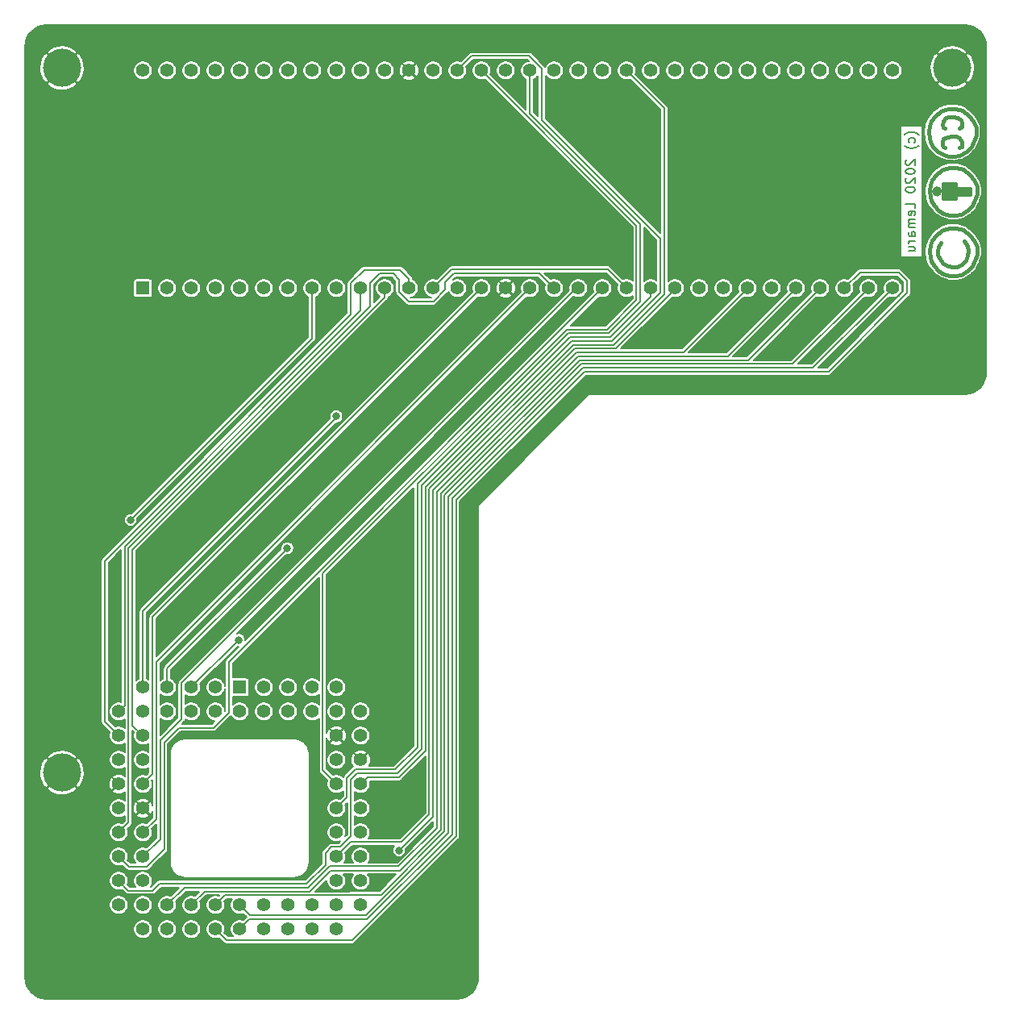
<source format=gbr>
%TF.GenerationSoftware,KiCad,Pcbnew,(5.1.6)-1*%
%TF.CreationDate,2020-11-29T15:27:34+00:00*%
%TF.ProjectId,A600 68k PLCC to DIP64,41363030-2036-4386-9b20-504c43432074,1*%
%TF.SameCoordinates,Original*%
%TF.FileFunction,Copper,L2,Bot*%
%TF.FilePolarity,Positive*%
%FSLAX46Y46*%
G04 Gerber Fmt 4.6, Leading zero omitted, Abs format (unit mm)*
G04 Created by KiCad (PCBNEW (5.1.6)-1) date 2020-11-29 15:27:34*
%MOMM*%
%LPD*%
G01*
G04 APERTURE LIST*
%TA.AperFunction,NonConductor*%
%ADD10C,0.200000*%
%TD*%
%TA.AperFunction,EtchedComponent*%
%ADD11C,0.381000*%
%TD*%
%TA.AperFunction,ComponentPad*%
%ADD12C,1.422400*%
%TD*%
%TA.AperFunction,ComponentPad*%
%ADD13R,1.422400X1.422400*%
%TD*%
%TA.AperFunction,ComponentPad*%
%ADD14C,0.700000*%
%TD*%
%TA.AperFunction,ComponentPad*%
%ADD15C,4.000000*%
%TD*%
%TA.AperFunction,ViaPad*%
%ADD16C,0.600000*%
%TD*%
%TA.AperFunction,ViaPad*%
%ADD17C,0.800000*%
%TD*%
%TA.AperFunction,Conductor*%
%ADD18C,0.203200*%
%TD*%
%TA.AperFunction,Conductor*%
%ADD19C,0.200000*%
%TD*%
G04 APERTURE END LIST*
D10*
X200858333Y-53737619D02*
X200810714Y-53690000D01*
X200667857Y-53594761D01*
X200572619Y-53547142D01*
X200429761Y-53499523D01*
X200191666Y-53451904D01*
X200001190Y-53451904D01*
X199763095Y-53499523D01*
X199620238Y-53547142D01*
X199525000Y-53594761D01*
X199382142Y-53690000D01*
X199334523Y-53737619D01*
X200429761Y-54547142D02*
X200477380Y-54451904D01*
X200477380Y-54261428D01*
X200429761Y-54166190D01*
X200382142Y-54118571D01*
X200286904Y-54070952D01*
X200001190Y-54070952D01*
X199905952Y-54118571D01*
X199858333Y-54166190D01*
X199810714Y-54261428D01*
X199810714Y-54451904D01*
X199858333Y-54547142D01*
X200858333Y-54880476D02*
X200810714Y-54928095D01*
X200667857Y-55023333D01*
X200572619Y-55070952D01*
X200429761Y-55118571D01*
X200191666Y-55166190D01*
X200001190Y-55166190D01*
X199763095Y-55118571D01*
X199620238Y-55070952D01*
X199525000Y-55023333D01*
X199382142Y-54928095D01*
X199334523Y-54880476D01*
X199572619Y-56356666D02*
X199525000Y-56404285D01*
X199477380Y-56499523D01*
X199477380Y-56737619D01*
X199525000Y-56832857D01*
X199572619Y-56880476D01*
X199667857Y-56928095D01*
X199763095Y-56928095D01*
X199905952Y-56880476D01*
X200477380Y-56309047D01*
X200477380Y-56928095D01*
X199477380Y-57547142D02*
X199477380Y-57642380D01*
X199525000Y-57737619D01*
X199572619Y-57785238D01*
X199667857Y-57832857D01*
X199858333Y-57880476D01*
X200096428Y-57880476D01*
X200286904Y-57832857D01*
X200382142Y-57785238D01*
X200429761Y-57737619D01*
X200477380Y-57642380D01*
X200477380Y-57547142D01*
X200429761Y-57451904D01*
X200382142Y-57404285D01*
X200286904Y-57356666D01*
X200096428Y-57309047D01*
X199858333Y-57309047D01*
X199667857Y-57356666D01*
X199572619Y-57404285D01*
X199525000Y-57451904D01*
X199477380Y-57547142D01*
X199572619Y-58261428D02*
X199525000Y-58309047D01*
X199477380Y-58404285D01*
X199477380Y-58642380D01*
X199525000Y-58737619D01*
X199572619Y-58785238D01*
X199667857Y-58832857D01*
X199763095Y-58832857D01*
X199905952Y-58785238D01*
X200477380Y-58213809D01*
X200477380Y-58832857D01*
X199477380Y-59451904D02*
X199477380Y-59547142D01*
X199525000Y-59642380D01*
X199572619Y-59690000D01*
X199667857Y-59737619D01*
X199858333Y-59785238D01*
X200096428Y-59785238D01*
X200286904Y-59737619D01*
X200382142Y-59690000D01*
X200429761Y-59642380D01*
X200477380Y-59547142D01*
X200477380Y-59451904D01*
X200429761Y-59356666D01*
X200382142Y-59309047D01*
X200286904Y-59261428D01*
X200096428Y-59213809D01*
X199858333Y-59213809D01*
X199667857Y-59261428D01*
X199572619Y-59309047D01*
X199525000Y-59356666D01*
X199477380Y-59451904D01*
X200477380Y-61451904D02*
X200477380Y-60975714D01*
X199477380Y-60975714D01*
X200429761Y-62166190D02*
X200477380Y-62070952D01*
X200477380Y-61880476D01*
X200429761Y-61785238D01*
X200334523Y-61737619D01*
X199953571Y-61737619D01*
X199858333Y-61785238D01*
X199810714Y-61880476D01*
X199810714Y-62070952D01*
X199858333Y-62166190D01*
X199953571Y-62213809D01*
X200048809Y-62213809D01*
X200144047Y-61737619D01*
X200477380Y-62642380D02*
X199810714Y-62642380D01*
X199905952Y-62642380D02*
X199858333Y-62690000D01*
X199810714Y-62785238D01*
X199810714Y-62928095D01*
X199858333Y-63023333D01*
X199953571Y-63070952D01*
X200477380Y-63070952D01*
X199953571Y-63070952D02*
X199858333Y-63118571D01*
X199810714Y-63213809D01*
X199810714Y-63356666D01*
X199858333Y-63451904D01*
X199953571Y-63499523D01*
X200477380Y-63499523D01*
X200477380Y-64404285D02*
X199953571Y-64404285D01*
X199858333Y-64356666D01*
X199810714Y-64261428D01*
X199810714Y-64070952D01*
X199858333Y-63975714D01*
X200429761Y-64404285D02*
X200477380Y-64309047D01*
X200477380Y-64070952D01*
X200429761Y-63975714D01*
X200334523Y-63928095D01*
X200239285Y-63928095D01*
X200144047Y-63975714D01*
X200096428Y-64070952D01*
X200096428Y-64309047D01*
X200048809Y-64404285D01*
X200477380Y-64880476D02*
X199810714Y-64880476D01*
X200001190Y-64880476D02*
X199905952Y-64928095D01*
X199858333Y-64975714D01*
X199810714Y-65070952D01*
X199810714Y-65166190D01*
X199810714Y-65928095D02*
X200477380Y-65928095D01*
X199810714Y-65499523D02*
X200334523Y-65499523D01*
X200429761Y-65547142D01*
X200477380Y-65642380D01*
X200477380Y-65785238D01*
X200429761Y-65880476D01*
X200382142Y-65928095D01*
D11*
%TO.C,REF\u002A\u002A*%
X205668880Y-64940180D02*
X205971140Y-65440560D01*
X205971140Y-65440560D02*
X206070200Y-65940940D01*
X206070200Y-65940940D02*
X205971140Y-66438780D01*
X205971140Y-66438780D02*
X205770480Y-66939160D01*
X205770480Y-66939160D02*
X205369160Y-67340480D01*
X205369160Y-67340480D02*
X204868780Y-67640200D01*
X204868780Y-67640200D02*
X204470000Y-67640200D01*
X204470000Y-67640200D02*
X203969620Y-67541140D01*
X203969620Y-67541140D02*
X203469240Y-67238880D01*
X203469240Y-67238880D02*
X203169520Y-66939160D01*
X203169520Y-66939160D02*
X202869800Y-66339720D01*
X202869800Y-66339720D02*
X202869800Y-65940940D01*
X202869800Y-65940940D02*
X202968860Y-65539620D01*
X202968860Y-65539620D02*
X203169520Y-65039240D01*
X201970640Y-66040000D02*
X201970640Y-65940940D01*
X201970640Y-65940940D02*
X202069700Y-65338960D01*
X202069700Y-65338960D02*
X202270360Y-64841120D01*
X202270360Y-64841120D02*
X202669140Y-64340740D01*
X202669140Y-64340740D02*
X203271120Y-63840360D01*
X203271120Y-63840360D02*
X203669900Y-63639700D01*
X203669900Y-63639700D02*
X204170280Y-63540640D01*
X204170280Y-63540640D02*
X204769720Y-63540640D01*
X204769720Y-63540640D02*
X205569820Y-63738760D01*
X205569820Y-63738760D02*
X206270860Y-64340740D01*
X206270860Y-64340740D02*
X206669640Y-64841120D01*
X206669640Y-64841120D02*
X206969360Y-65539620D01*
X206969360Y-65539620D02*
X206969360Y-66339720D01*
X206969360Y-66339720D02*
X206771240Y-66939160D01*
X206771240Y-66939160D02*
X206468980Y-67541140D01*
X206468980Y-67541140D02*
X205971140Y-68038980D01*
X205971140Y-68038980D02*
X205270100Y-68440300D01*
X205270100Y-68440300D02*
X204670660Y-68539360D01*
X204670660Y-68539360D02*
X204071220Y-68539360D01*
X204071220Y-68539360D02*
X203469240Y-68341240D01*
X203469240Y-68341240D02*
X202968860Y-68038980D01*
X202968860Y-68038980D02*
X202471020Y-67541140D01*
X202471020Y-67541140D02*
X202168760Y-67040760D01*
X202168760Y-67040760D02*
X202069700Y-66639440D01*
X202069700Y-66639440D02*
X201970640Y-66040000D01*
X202570080Y-59690000D02*
X202968860Y-59690000D01*
X203768960Y-58988960D02*
X203768960Y-60289440D01*
X204071220Y-60190380D02*
X204071220Y-58988960D01*
X204370940Y-58889900D02*
X204370940Y-60190380D01*
X204769720Y-59690000D02*
X206070200Y-59690000D01*
X206270860Y-59789060D02*
X206270860Y-59989720D01*
X206270860Y-59989720D02*
X204670660Y-59989720D01*
X204769720Y-59390280D02*
X206270860Y-59390280D01*
X206270860Y-59390280D02*
X206270860Y-59890660D01*
X203469240Y-58889900D02*
X203469240Y-60391040D01*
X203469240Y-60391040D02*
X204670660Y-60391040D01*
X204670660Y-60391040D02*
X204670660Y-58889900D01*
X204670660Y-58889900D02*
X203469240Y-58889900D01*
X203086406Y-59690000D02*
G75*
G03*
X203086406Y-59690000I-315666J0D01*
G01*
X201970640Y-59690000D02*
X201970640Y-59590940D01*
X201970640Y-59590940D02*
X202069700Y-58988960D01*
X202069700Y-58988960D02*
X202270360Y-58491120D01*
X202270360Y-58491120D02*
X202669140Y-57990740D01*
X202669140Y-57990740D02*
X203271120Y-57490360D01*
X203271120Y-57490360D02*
X203669900Y-57289700D01*
X203669900Y-57289700D02*
X204170280Y-57190640D01*
X204170280Y-57190640D02*
X204769720Y-57190640D01*
X204769720Y-57190640D02*
X205569820Y-57388760D01*
X205569820Y-57388760D02*
X206270860Y-57990740D01*
X206270860Y-57990740D02*
X206669640Y-58491120D01*
X206669640Y-58491120D02*
X206969360Y-59189620D01*
X206969360Y-59189620D02*
X206969360Y-59989720D01*
X206969360Y-59989720D02*
X206771240Y-60589160D01*
X206771240Y-60589160D02*
X206468980Y-61191140D01*
X206468980Y-61191140D02*
X205971140Y-61688980D01*
X205971140Y-61688980D02*
X205270100Y-62090300D01*
X205270100Y-62090300D02*
X204670660Y-62189360D01*
X204670660Y-62189360D02*
X204071220Y-62189360D01*
X204071220Y-62189360D02*
X203469240Y-61991240D01*
X203469240Y-61991240D02*
X202968860Y-61688980D01*
X202968860Y-61688980D02*
X202471020Y-61191140D01*
X202471020Y-61191140D02*
X202168760Y-60690760D01*
X202168760Y-60690760D02*
X202069700Y-60289440D01*
X202069700Y-60289440D02*
X201970640Y-59690000D01*
X203569900Y-55090200D02*
X203470840Y-54991140D01*
X203470840Y-54991140D02*
X203369240Y-54790480D01*
X203369240Y-54790480D02*
X203369240Y-54490760D01*
X203369240Y-54490760D02*
X203470840Y-54191040D01*
X203470840Y-54191040D02*
X203869620Y-53990380D01*
X203869620Y-53990380D02*
X204370000Y-53888780D01*
X204370000Y-53888780D02*
X204768780Y-53888780D01*
X204768780Y-53888780D02*
X205170100Y-54089440D01*
X205170100Y-54089440D02*
X205370760Y-54490760D01*
X205370760Y-54490760D02*
X205370760Y-54688880D01*
X205370760Y-54688880D02*
X205370760Y-54991140D01*
X205370760Y-54991140D02*
X205170100Y-55090200D01*
X203569900Y-53091220D02*
X203470840Y-52989620D01*
X203470840Y-52989620D02*
X203369240Y-52689900D01*
X203369240Y-52689900D02*
X203470840Y-52291120D01*
X203470840Y-52291120D02*
X203668960Y-51988860D01*
X203668960Y-51988860D02*
X204070280Y-51889800D01*
X204070280Y-51889800D02*
X204469060Y-51889800D01*
X204469060Y-51889800D02*
X204969440Y-51988860D01*
X204969440Y-51988860D02*
X205269160Y-52189520D01*
X205269160Y-52189520D02*
X205370760Y-52489240D01*
X205370760Y-52489240D02*
X205370760Y-52890560D01*
X205370760Y-52890560D02*
X205170100Y-53091220D01*
X201870640Y-53490000D02*
X201870640Y-53390940D01*
X201870640Y-53390940D02*
X201969700Y-52788960D01*
X201969700Y-52788960D02*
X202170360Y-52291120D01*
X202170360Y-52291120D02*
X202569140Y-51790740D01*
X202569140Y-51790740D02*
X203171120Y-51290360D01*
X203171120Y-51290360D02*
X203569900Y-51089700D01*
X203569900Y-51089700D02*
X204070280Y-50990640D01*
X204070280Y-50990640D02*
X204669720Y-50990640D01*
X204669720Y-50990640D02*
X205469820Y-51188760D01*
X205469820Y-51188760D02*
X206170860Y-51790740D01*
X206170860Y-51790740D02*
X206569640Y-52291120D01*
X206569640Y-52291120D02*
X206869360Y-52989620D01*
X206869360Y-52989620D02*
X206869360Y-53789720D01*
X206869360Y-53789720D02*
X206671240Y-54389160D01*
X206671240Y-54389160D02*
X206368980Y-54991140D01*
X206368980Y-54991140D02*
X205871140Y-55488980D01*
X205871140Y-55488980D02*
X205170100Y-55890300D01*
X205170100Y-55890300D02*
X204570660Y-55989360D01*
X204570660Y-55989360D02*
X203971220Y-55989360D01*
X203971220Y-55989360D02*
X203369240Y-55791240D01*
X203369240Y-55791240D02*
X202868860Y-55488980D01*
X202868860Y-55488980D02*
X202371020Y-54991140D01*
X202371020Y-54991140D02*
X202068760Y-54490760D01*
X202068760Y-54490760D02*
X201969700Y-54089440D01*
X201969700Y-54089440D02*
X201870640Y-53490000D01*
%TD*%
D12*
%TO.P,U2,64*%
%TO.N,/d5*%
X119380000Y-46990000D03*
%TO.P,U2,32*%
%TO.N,/a4*%
X198120000Y-69850000D03*
%TO.P,U2,63*%
%TO.N,/d6*%
X121920000Y-46990000D03*
%TO.P,U2,31*%
%TO.N,/a3*%
X195580000Y-69850000D03*
%TO.P,U2,62*%
%TO.N,/d7*%
X124460000Y-46990000D03*
%TO.P,U2,30*%
%TO.N,/a2*%
X193040000Y-69850000D03*
%TO.P,U2,61*%
%TO.N,/d8*%
X127000000Y-46990000D03*
%TO.P,U2,29*%
%TO.N,/a1*%
X190500000Y-69850000D03*
%TO.P,U2,60*%
%TO.N,/d9*%
X129540000Y-46990000D03*
%TO.P,U2,28*%
%TO.N,/fc0*%
X187960000Y-69850000D03*
%TO.P,U2,59*%
%TO.N,/d10*%
X132080000Y-46990000D03*
%TO.P,U2,27*%
%TO.N,/fc1*%
X185420000Y-69850000D03*
%TO.P,U2,58*%
%TO.N,/d11*%
X134620000Y-46990000D03*
%TO.P,U2,26*%
%TO.N,/fc2*%
X182880000Y-69850000D03*
%TO.P,U2,57*%
%TO.N,/d12*%
X137160000Y-46990000D03*
%TO.P,U2,25*%
%TO.N,/~ipl0*%
X180340000Y-69850000D03*
%TO.P,U2,56*%
%TO.N,/d13*%
X139700000Y-46990000D03*
%TO.P,U2,24*%
%TO.N,/~ipl1*%
X177800000Y-69850000D03*
%TO.P,U2,55*%
%TO.N,/d14*%
X142240000Y-46990000D03*
%TO.P,U2,23*%
%TO.N,/~ipl2*%
X175260000Y-69850000D03*
%TO.P,U2,54*%
%TO.N,/d15*%
X144780000Y-46990000D03*
%TO.P,U2,22*%
%TO.N,/~berr*%
X172720000Y-69850000D03*
%TO.P,U2,53*%
%TO.N,GND*%
X147320000Y-46990000D03*
%TO.P,U2,21*%
%TO.N,Net-(R2-Pad2)*%
X170180000Y-69850000D03*
%TO.P,U2,52*%
%TO.N,/a23*%
X149860000Y-46990000D03*
%TO.P,U2,20*%
%TO.N,/e*%
X167640000Y-69850000D03*
%TO.P,U2,51*%
%TO.N,/a22*%
X152400000Y-46990000D03*
%TO.P,U2,19*%
%TO.N,/~vma*%
X165100000Y-69850000D03*
%TO.P,U2,50*%
%TO.N,/a21*%
X154940000Y-46990000D03*
%TO.P,U2,18*%
%TO.N,/~reset*%
X162560000Y-69850000D03*
%TO.P,U2,49*%
%TO.N,VCC*%
X157480000Y-46990000D03*
%TO.P,U2,17*%
%TO.N,/~halt*%
X160020000Y-69850000D03*
%TO.P,U2,48*%
%TO.N,/a20*%
X160020000Y-46990000D03*
%TO.P,U2,16*%
%TO.N,GND*%
X157480000Y-69850000D03*
%TO.P,U2,47*%
%TO.N,/a19*%
X162560000Y-46990000D03*
%TO.P,U2,15*%
%TO.N,/clk*%
X154940000Y-69850000D03*
%TO.P,U2,46*%
%TO.N,/a18*%
X165100000Y-46990000D03*
%TO.P,U2,14*%
%TO.N,VCC*%
X152400000Y-69850000D03*
%TO.P,U2,45*%
%TO.N,/a17*%
X167640000Y-46990000D03*
%TO.P,U2,13*%
%TO.N,Net-(R2-Pad2)*%
X149860000Y-69850000D03*
%TO.P,U2,44*%
%TO.N,/a16*%
X170180000Y-46990000D03*
%TO.P,U2,12*%
%TO.N,/~bgack*%
X147320000Y-69850000D03*
%TO.P,U2,43*%
%TO.N,/a15*%
X172720000Y-46990000D03*
%TO.P,U2,11*%
%TO.N,/~bg*%
X144780000Y-69850000D03*
%TO.P,U2,42*%
%TO.N,/a14*%
X175260000Y-46990000D03*
%TO.P,U2,10*%
%TO.N,/~dtack*%
X142240000Y-69850000D03*
%TO.P,U2,41*%
%TO.N,/a13*%
X177800000Y-46990000D03*
%TO.P,U2,9*%
%TO.N,/r~w*%
X139700000Y-69850000D03*
%TO.P,U2,40*%
%TO.N,/a12*%
X180340000Y-46990000D03*
%TO.P,U2,8*%
%TO.N,/~lds*%
X137160000Y-69850000D03*
%TO.P,U2,39*%
%TO.N,/a11*%
X182880000Y-46990000D03*
%TO.P,U2,7*%
%TO.N,/~uds*%
X134620000Y-69850000D03*
%TO.P,U2,38*%
%TO.N,/a10*%
X185420000Y-46990000D03*
%TO.P,U2,6*%
%TO.N,/~as*%
X132080000Y-69850000D03*
%TO.P,U2,37*%
%TO.N,/a9*%
X187960000Y-46990000D03*
%TO.P,U2,5*%
%TO.N,/d0*%
X129540000Y-69850000D03*
%TO.P,U2,36*%
%TO.N,/a8*%
X190500000Y-46990000D03*
%TO.P,U2,4*%
%TO.N,/d1*%
X127000000Y-69850000D03*
%TO.P,U2,35*%
%TO.N,/a7*%
X193040000Y-46990000D03*
%TO.P,U2,3*%
%TO.N,/d2*%
X124460000Y-69850000D03*
%TO.P,U2,34*%
%TO.N,/a6*%
X195580000Y-46990000D03*
%TO.P,U2,2*%
%TO.N,/d3*%
X121920000Y-69850000D03*
%TO.P,U2,33*%
%TO.N,/a5*%
X198120000Y-46990000D03*
D13*
%TO.P,U2,1*%
%TO.N,/d4*%
X119380000Y-69850000D03*
%TD*%
D14*
%TO.P,H3,1*%
%TO.N,GND*%
X203319000Y-45669000D03*
X202880000Y-46730000D03*
X203319000Y-47791000D03*
X204380000Y-48230000D03*
X205441000Y-47791000D03*
X205880000Y-46730000D03*
X205441000Y-45669000D03*
X204380000Y-45230000D03*
D15*
X204380000Y-46730000D03*
%TD*%
%TO.P,H2,1*%
%TO.N,GND*%
X110880000Y-46730000D03*
D14*
X112380000Y-46730000D03*
X111941000Y-47791000D03*
X110880000Y-48230000D03*
X109819000Y-47791000D03*
X109380000Y-46730000D03*
X109819000Y-45669000D03*
X110880000Y-45230000D03*
X111941000Y-45669000D03*
%TD*%
D15*
%TO.P,H1,1*%
%TO.N,GND*%
X110880000Y-120730000D03*
D14*
X112380000Y-120730000D03*
X111941000Y-121791000D03*
X110880000Y-122230000D03*
X109819000Y-121791000D03*
X109380000Y-120730000D03*
X109819000Y-119669000D03*
X110880000Y-119230000D03*
X111941000Y-119669000D03*
%TD*%
D12*
%TO.P,U1,60*%
%TO.N,/d13*%
X142240000Y-114300000D03*
%TO.P,U1,58*%
%TO.N,/d15*%
X142240000Y-116840000D03*
%TO.P,U1,56*%
%TO.N,GND*%
X142240000Y-119380000D03*
%TO.P,U1,54*%
%TO.N,/a22*%
X142240000Y-121920000D03*
%TO.P,U1,52*%
%TO.N,VCC*%
X142240000Y-124460000D03*
%TO.P,U1,50*%
%TO.N,/a19*%
X142240000Y-127000000D03*
%TO.P,U1,48*%
%TO.N,/a17*%
X142240000Y-129540000D03*
%TO.P,U1,46*%
%TO.N,/a15*%
X142240000Y-132080000D03*
%TO.P,U1,61*%
%TO.N,/d12*%
X139700000Y-111760000D03*
%TO.P,U1,59*%
%TO.N,/d14*%
X139700000Y-114300000D03*
%TO.P,U1,57*%
%TO.N,GND*%
X139700000Y-116840000D03*
%TO.P,U1,55*%
%TO.N,/a23*%
X139700000Y-119380000D03*
%TO.P,U1,53*%
%TO.N,/a21*%
X139700000Y-121920000D03*
%TO.P,U1,51*%
%TO.N,/a20*%
X139700000Y-124460000D03*
%TO.P,U1,49*%
%TO.N,/a18*%
X139700000Y-127000000D03*
%TO.P,U1,47*%
%TO.N,/a16*%
X139700000Y-129540000D03*
%TO.P,U1,45*%
%TO.N,/a14*%
X139700000Y-132080000D03*
%TO.P,U1,43*%
%TO.N,/a12*%
X139700000Y-137160000D03*
%TO.P,U1,41*%
%TO.N,/a10*%
X137160000Y-137160000D03*
%TO.P,U1,39*%
%TO.N,/a8*%
X134620000Y-137160000D03*
%TO.P,U1,37*%
%TO.N,/a6*%
X132080000Y-137160000D03*
%TO.P,U1,35*%
%TO.N,/a4*%
X129540000Y-137160000D03*
%TO.P,U1,33*%
%TO.N,/a2*%
X127000000Y-137160000D03*
%TO.P,U1,31*%
%TO.N,Net-(U1-Pad31)*%
X124460000Y-137160000D03*
%TO.P,U1,29*%
%TO.N,/fc1*%
X121920000Y-137160000D03*
%TO.P,U1,27*%
%TO.N,/~ipl0*%
X119380000Y-137160000D03*
%TO.P,U1,44*%
%TO.N,/a13*%
X142240000Y-134620000D03*
%TO.P,U1,42*%
%TO.N,/a11*%
X139700000Y-134620000D03*
%TO.P,U1,40*%
%TO.N,/a9*%
X137160000Y-134620000D03*
%TO.P,U1,38*%
%TO.N,/a7*%
X134620000Y-134620000D03*
%TO.P,U1,36*%
%TO.N,/a5*%
X132080000Y-134620000D03*
%TO.P,U1,34*%
%TO.N,/a3*%
X129540000Y-134620000D03*
%TO.P,U1,32*%
%TO.N,/a1*%
X127000000Y-134620000D03*
%TO.P,U1,30*%
%TO.N,/fc0*%
X124460000Y-134620000D03*
%TO.P,U1,28*%
%TO.N,/fc2*%
X121920000Y-134620000D03*
%TO.P,U1,26*%
%TO.N,/~ipl1*%
X116840000Y-134620000D03*
%TO.P,U1,24*%
%TO.N,/~berr*%
X116840000Y-132080000D03*
%TO.P,U1,22*%
%TO.N,/e*%
X116840000Y-129540000D03*
%TO.P,U1,20*%
%TO.N,/~reset*%
X116840000Y-127000000D03*
%TO.P,U1,18*%
%TO.N,Net-(U1-Pad18)*%
X116840000Y-124460000D03*
%TO.P,U1,16*%
%TO.N,GND*%
X116840000Y-121920000D03*
%TO.P,U1,14*%
%TO.N,VCC*%
X116840000Y-119380000D03*
%TO.P,U1,12*%
%TO.N,/~bgack*%
X116840000Y-116840000D03*
%TO.P,U1,10*%
%TO.N,/~dtack*%
X116840000Y-114300000D03*
%TO.P,U1,25*%
%TO.N,/~ipl2*%
X119380000Y-134620000D03*
%TO.P,U1,23*%
%TO.N,Net-(U1-Pad23)*%
X119380000Y-132080000D03*
%TO.P,U1,21*%
%TO.N,/~vma*%
X119380000Y-129540000D03*
%TO.P,U1,19*%
%TO.N,/~halt*%
X119380000Y-127000000D03*
%TO.P,U1,17*%
%TO.N,GND*%
X119380000Y-124460000D03*
%TO.P,U1,15*%
%TO.N,/clk*%
X119380000Y-121920000D03*
%TO.P,U1,13*%
%TO.N,Net-(R1-Pad1)*%
X119380000Y-119380000D03*
%TO.P,U1,11*%
%TO.N,/~bg*%
X119380000Y-116840000D03*
%TO.P,U1,63*%
%TO.N,/d10*%
X137160000Y-111760000D03*
%TO.P,U1,65*%
%TO.N,/d8*%
X134620000Y-111760000D03*
%TO.P,U1,67*%
%TO.N,/d6*%
X132080000Y-111760000D03*
%TO.P,U1,9*%
%TO.N,/r~w*%
X119380000Y-111760000D03*
%TO.P,U1,7*%
%TO.N,/~uds*%
X121920000Y-111760000D03*
%TO.P,U1,5*%
%TO.N,/d0*%
X124460000Y-111760000D03*
%TO.P,U1,3*%
%TO.N,/d2*%
X127000000Y-111760000D03*
D13*
%TO.P,U1,1*%
%TO.N,/d4*%
X129540000Y-111760000D03*
D12*
%TO.P,U1,62*%
%TO.N,/d11*%
X137160000Y-114300000D03*
%TO.P,U1,64*%
%TO.N,/d9*%
X134620000Y-114300000D03*
%TO.P,U1,66*%
%TO.N,/d7*%
X132080000Y-114300000D03*
%TO.P,U1,68*%
%TO.N,/d5*%
X129540000Y-114300000D03*
%TO.P,U1,8*%
%TO.N,/~lds*%
X119380000Y-114300000D03*
%TO.P,U1,6*%
%TO.N,/~as*%
X121920000Y-114300000D03*
%TO.P,U1,4*%
%TO.N,/d1*%
X124460000Y-114300000D03*
%TO.P,U1,2*%
%TO.N,/d3*%
X127000000Y-114300000D03*
%TD*%
D16*
%TO.N,GND*%
X172339000Y-64135000D03*
X134620000Y-67056000D03*
X162560000Y-67056000D03*
X160020000Y-67056000D03*
X157480000Y-67056000D03*
X157480000Y-74676000D03*
X162560000Y-73660000D03*
X167640000Y-71755000D03*
X165354000Y-73152000D03*
X167894000Y-67056000D03*
X173990000Y-48514000D03*
X144018000Y-122936000D03*
X123698000Y-109728000D03*
X116205000Y-109728000D03*
X131826000Y-77724000D03*
X134747000Y-83439000D03*
X133985000Y-139065000D03*
X146431000Y-126746000D03*
X136588500Y-139065000D03*
X160655000Y-48514000D03*
X127635000Y-109728000D03*
X144018000Y-129413000D03*
X144018000Y-132334000D03*
X131826000Y-109728000D03*
X172720000Y-67056000D03*
X107995476Y-44170000D03*
X107995476Y-55370000D03*
X107995476Y-66570000D03*
X107995476Y-77770000D03*
X107995476Y-88970000D03*
X107995476Y-100170000D03*
X107995476Y-111370000D03*
X107995476Y-122570000D03*
X107995476Y-133770000D03*
X109595476Y-143370000D03*
X113595476Y-49770000D03*
X113595476Y-60970000D03*
X113595476Y-72170000D03*
X113595476Y-83370000D03*
X113595476Y-94570000D03*
X113595476Y-105770000D03*
X113595476Y-116970000D03*
X113595476Y-128170000D03*
X115195476Y-137770000D03*
X118395476Y-43370000D03*
X119195476Y-55370000D03*
X119195476Y-66570000D03*
X119195476Y-77770000D03*
X119195476Y-88970000D03*
X119195476Y-100170000D03*
X120795476Y-143370000D03*
X121595476Y-131370000D03*
X124795476Y-60970000D03*
X124795476Y-83370000D03*
X124795476Y-94570000D03*
X125595476Y-48970000D03*
X126395476Y-73770000D03*
X127995476Y-139370000D03*
X130395476Y-55370000D03*
X131195476Y-43370000D03*
X131995476Y-64970000D03*
X131995476Y-87370000D03*
X134395476Y-104970000D03*
X135195476Y-143370000D03*
X135995476Y-49770000D03*
X136795476Y-80970000D03*
X136795476Y-95370000D03*
X137595476Y-124170000D03*
X139995476Y-56970000D03*
X139995476Y-68170000D03*
X141595476Y-44170000D03*
X141595476Y-108970000D03*
X142395476Y-88970000D03*
X143995476Y-119370000D03*
X144795476Y-74570000D03*
X144795476Y-141770000D03*
X145595476Y-51370000D03*
X145595476Y-62570000D03*
X147995476Y-83370000D03*
X150395476Y-136170000D03*
X151195476Y-56970000D03*
X151995476Y-43370000D03*
X153595476Y-65770000D03*
X153595476Y-92970000D03*
X153595476Y-104170000D03*
X153595476Y-115370000D03*
X153595476Y-126570000D03*
X154395476Y-77770000D03*
X159195476Y-60170000D03*
X159995476Y-72170000D03*
X163195476Y-43370000D03*
X163995476Y-53770000D03*
X164795476Y-65770000D03*
X166395476Y-80170000D03*
X170395476Y-48970000D03*
X171195476Y-59370000D03*
X171995476Y-74570000D03*
X175195476Y-66570000D03*
X175995476Y-43370000D03*
X176795476Y-53770000D03*
X177595476Y-80170000D03*
X180795476Y-60970000D03*
X183195476Y-48970000D03*
X184795476Y-68170000D03*
X187195476Y-56170000D03*
X188795476Y-43370000D03*
X188795476Y-80170000D03*
X191195476Y-63370000D03*
X192795476Y-50570000D03*
X196795476Y-57770000D03*
X198395476Y-44970000D03*
X198395476Y-67370000D03*
X199995476Y-80170000D03*
X201930000Y-50800000D03*
X207010000Y-62865000D03*
X204795476Y-72170000D03*
X139700000Y-109728000D03*
X129540000Y-109728000D03*
X128905000Y-73770000D03*
X142240000Y-67056000D03*
D17*
%TO.N,/~ipl2*%
X146284292Y-128885296D03*
%TO.N,/r~w*%
X139700000Y-83312000D03*
%TO.N,/~uds*%
X134556500Y-97155001D03*
%TO.N,/d0*%
X129444753Y-106775253D03*
%TO.N,/~lds*%
X118091001Y-94189495D03*
%TD*%
D18*
%TO.N,Net-(R2-Pad2)*%
X151828500Y-67881500D02*
X168211500Y-67881500D01*
X168211500Y-67881500D02*
X169468801Y-69138801D01*
X149860000Y-69850000D02*
X151828500Y-67881500D01*
X169468801Y-69138801D02*
X170180000Y-69850000D01*
%TO.N,/a22*%
X142951200Y-121208800D02*
X142240000Y-121920000D01*
X149040821Y-118418631D02*
X146250652Y-121208800D01*
X149040822Y-90745370D02*
X149040821Y-118418631D01*
X164398875Y-75387317D02*
X149040822Y-90745370D01*
X173733100Y-70293578D02*
X168639361Y-75387317D01*
X161290000Y-46799800D02*
X161290000Y-52197000D01*
X161290000Y-52197000D02*
X173733100Y-64640100D01*
X146250652Y-121208800D02*
X142951200Y-121208800D01*
X173733100Y-64640100D02*
X173733100Y-70293578D01*
X152400000Y-46990000D02*
X153924000Y-45466000D01*
X153924000Y-45466000D02*
X159956200Y-45466000D01*
X168639361Y-75387317D02*
X164398875Y-75387317D01*
X159956200Y-45466000D02*
X161290000Y-46799800D01*
%TO.N,/a21*%
X138263600Y-120483600D02*
X139700000Y-121920000D01*
X171217800Y-63267800D02*
X171217800Y-71098200D01*
X154940000Y-46990000D02*
X171217800Y-63267800D01*
X171217800Y-71098200D02*
X168138316Y-74177684D01*
X138263600Y-99811914D02*
X138263600Y-120483600D01*
X168138316Y-74177684D02*
X163897830Y-74177684D01*
X163897830Y-74177684D02*
X138263600Y-99811914D01*
%TO.N,/a20*%
X160020000Y-51497226D02*
X160020000Y-46990000D01*
X145900799Y-120392801D02*
X148234400Y-118059200D01*
X171621011Y-71265215D02*
X171621011Y-63098237D01*
X141698027Y-120392801D02*
X145900799Y-120392801D01*
X148234400Y-90411340D02*
X164064845Y-74580895D01*
X139700000Y-124460000D02*
X140823988Y-123336012D01*
X148234400Y-118059200D02*
X148234400Y-90411340D01*
X164064845Y-74580895D02*
X168305331Y-74580895D01*
X140823988Y-123336012D02*
X140823988Y-121266840D01*
X168305331Y-74580895D02*
X171621011Y-71265215D01*
X140823988Y-121266840D02*
X141698027Y-120392801D01*
X171621011Y-63098237D02*
X160020000Y-51497226D01*
%TO.N,/a16*%
X174136700Y-50946700D02*
X170891199Y-47701199D01*
X174136700Y-70478600D02*
X174136700Y-50946700D01*
X168824777Y-75790523D02*
X174136700Y-70478600D01*
X164565895Y-75790523D02*
X168824777Y-75790523D01*
X141224000Y-128016000D02*
X146558000Y-128016000D01*
X149444032Y-90912386D02*
X164565895Y-75790523D01*
X170891199Y-47701199D02*
X170180000Y-46990000D01*
X139700000Y-129540000D02*
X141224000Y-128016000D01*
X146558000Y-128016000D02*
X149444032Y-125129968D01*
X149444032Y-125129968D02*
X149444032Y-90912386D01*
%TO.N,/a4*%
X151863297Y-91914477D02*
X165567985Y-78209789D01*
X142930504Y-136146900D02*
X151863296Y-127214108D01*
X197408801Y-70561199D02*
X198120000Y-69850000D01*
X189760211Y-78209789D02*
X197408801Y-70561199D01*
X165567985Y-78209789D02*
X189760211Y-78209789D01*
X151863296Y-127214108D02*
X151863297Y-91914477D01*
X129540000Y-137160000D02*
X130553100Y-136146900D01*
X130553100Y-136146900D02*
X142930504Y-136146900D01*
%TO.N,/a2*%
X127000000Y-137160000D02*
X128143000Y-138303000D01*
X141344630Y-138303000D02*
X152266506Y-127381124D01*
X152266506Y-127381124D02*
X152266507Y-92081493D01*
X128143000Y-138303000D02*
X141344630Y-138303000D01*
X152266507Y-92081493D02*
X165735000Y-78613000D01*
X198755000Y-68199000D02*
X194691000Y-68199000D01*
X194691000Y-68199000D02*
X193040000Y-69850000D01*
X199644000Y-70358000D02*
X199644000Y-69088000D01*
X199644000Y-69088000D02*
X198755000Y-68199000D01*
X165735000Y-78613000D02*
X191389000Y-78613000D01*
X191389000Y-78613000D02*
X199644000Y-70358000D01*
%TO.N,/a3*%
X194868801Y-70561199D02*
X195580000Y-69850000D01*
X187623422Y-77806578D02*
X194868801Y-70561199D01*
X165400970Y-77806578D02*
X187623422Y-77806578D01*
X151460085Y-91747463D02*
X165400970Y-77806578D01*
X142828078Y-135679100D02*
X151460085Y-127047093D01*
X129540000Y-134620000D02*
X130599100Y-135679100D01*
X130599100Y-135679100D02*
X142828078Y-135679100D01*
X151460085Y-127047093D02*
X151460085Y-91747463D01*
%TO.N,/a1*%
X182946633Y-77403367D02*
X189788801Y-70561199D01*
X165233955Y-77403367D02*
X182946633Y-77403367D01*
X151056874Y-91580448D02*
X165233955Y-77403367D01*
X144396452Y-133540500D02*
X151056874Y-126880078D01*
X141225274Y-133540500D02*
X144396452Y-133540500D01*
X127000000Y-134620000D02*
X128013100Y-133606900D01*
X128013100Y-133606900D02*
X141158874Y-133606900D01*
X151056874Y-126880078D02*
X151056874Y-91580448D01*
X141158874Y-133606900D02*
X141225274Y-133540500D01*
X189788801Y-70561199D02*
X190500000Y-69850000D01*
%TO.N,/fc0*%
X187248801Y-70561199D02*
X187960000Y-69850000D01*
X180809844Y-77000156D02*
X187248801Y-70561199D01*
X165066940Y-77000156D02*
X180809844Y-77000156D01*
X150653663Y-91413433D02*
X165066940Y-77000156D01*
X150653663Y-126713063D02*
X150653663Y-91413433D01*
X146366226Y-131000500D02*
X150653663Y-126713063D01*
X146304000Y-131000500D02*
X146366226Y-131000500D01*
X146299200Y-130995700D02*
X146304000Y-131000500D01*
X139130752Y-130995700D02*
X146299200Y-130995700D01*
X136923152Y-133203300D02*
X139130752Y-130995700D01*
X124460000Y-134620000D02*
X125876700Y-133203300D01*
X125876700Y-133203300D02*
X136923152Y-133203300D01*
%TO.N,/fc2*%
X182168801Y-70561199D02*
X182880000Y-69850000D01*
X176133055Y-76596945D02*
X182168801Y-70561199D01*
X164899925Y-76596945D02*
X176133055Y-76596945D01*
X150250452Y-91246418D02*
X164899925Y-76596945D01*
X150250452Y-126546048D02*
X150250452Y-91246418D01*
X146240500Y-130556000D02*
X150250452Y-126546048D01*
X139000226Y-130556000D02*
X146240500Y-130556000D01*
X136756526Y-132799700D02*
X139000226Y-130556000D01*
X123740300Y-132799700D02*
X136756526Y-132799700D01*
X121920000Y-134620000D02*
X123740300Y-132799700D01*
%TO.N,/~berr*%
X146083637Y-120805589D02*
X141855465Y-120805589D01*
X141227199Y-121433855D02*
X141227199Y-127377801D01*
X138557000Y-130429000D02*
X136589900Y-132396100D01*
X140081000Y-128524000D02*
X139192000Y-128524000D01*
X164231859Y-74984107D02*
X148637611Y-90578355D01*
X148637611Y-90578355D02*
X148637611Y-118251615D01*
X136589900Y-132396100D02*
X121101100Y-132396100D01*
X141227199Y-127377801D02*
X140081000Y-128524000D01*
X138557000Y-129159000D02*
X138557000Y-130429000D01*
X141855465Y-120805589D02*
X141227199Y-121433855D01*
X139192000Y-128524000D02*
X138557000Y-129159000D01*
X121101100Y-132396100D02*
X120378200Y-133119000D01*
X120378200Y-133119000D02*
X117879000Y-133119000D01*
X148637611Y-118251615D02*
X146083637Y-120805589D01*
X168472346Y-74984106D02*
X164231859Y-74984107D01*
X172720000Y-70736452D02*
X168472346Y-74984106D01*
X172720000Y-69850000D02*
X172720000Y-70736452D01*
X117879000Y-133119000D02*
X116840000Y-132080000D01*
%TO.N,/e*%
X126805100Y-116005500D02*
X123135500Y-116005500D01*
X121611000Y-128770400D02*
X119791700Y-130589700D01*
X128412800Y-114397800D02*
X126805100Y-116005500D01*
X123135500Y-116005500D02*
X121611000Y-117530000D01*
X119791700Y-130589700D02*
X117889700Y-130589700D01*
X167640000Y-69850000D02*
X128412800Y-109077200D01*
X128412800Y-109077200D02*
X128412800Y-114397800D01*
X121611000Y-117530000D02*
X121611000Y-128770400D01*
X117889700Y-130589700D02*
X116840000Y-129540000D01*
%TO.N,/~reset*%
X149910100Y-71247000D02*
X151130000Y-70027100D01*
X147277900Y-71247000D02*
X149910100Y-71247000D01*
X146304000Y-70273100D02*
X147277900Y-71247000D01*
X117878211Y-125961789D02*
X117878211Y-97130241D01*
X144272000Y-68326000D02*
X145669000Y-68326000D01*
X146304000Y-68961000D02*
X146304000Y-70273100D01*
X145669000Y-68326000D02*
X146304000Y-68961000D01*
X117878211Y-97130241D02*
X143256000Y-71752452D01*
X116840000Y-127000000D02*
X117878211Y-125961789D01*
X161036000Y-68326000D02*
X162560000Y-69850000D01*
X143256000Y-71752452D02*
X143256000Y-69342000D01*
X143256000Y-69342000D02*
X144272000Y-68326000D01*
X151130000Y-70027100D02*
X151130000Y-69215000D01*
X151130000Y-69215000D02*
X152019000Y-68326000D01*
X152019000Y-68326000D02*
X161036000Y-68326000D01*
%TO.N,/~bgack*%
X141224000Y-69342000D02*
X142643210Y-67922790D01*
X142643210Y-67922790D02*
X146398578Y-67922790D01*
X141224000Y-72644000D02*
X141224000Y-69342000D01*
X115379500Y-98488500D02*
X141224000Y-72644000D01*
X116840000Y-116840000D02*
X115379500Y-115379500D01*
X115379500Y-115379500D02*
X115379500Y-98488500D01*
X146398578Y-67922790D02*
X147320000Y-68844212D01*
X147320000Y-68844212D02*
X147320000Y-69850000D01*
%TO.N,/~dtack*%
X117475000Y-96963226D02*
X142240000Y-72198226D01*
X142240000Y-72198226D02*
X142240000Y-69850000D01*
X116840000Y-114300000D02*
X117475000Y-113665000D01*
X117475000Y-113665000D02*
X117475000Y-96963226D01*
%TO.N,/~ipl2*%
X169043262Y-76193738D02*
X164732906Y-76193738D01*
X164732906Y-76193738D02*
X149847242Y-91079402D01*
X149847242Y-91079402D02*
X149847242Y-125322346D01*
X175260000Y-69977000D02*
X169043262Y-76193738D01*
X175260000Y-69850000D02*
X175260000Y-69977000D01*
X149847242Y-125322346D02*
X146284292Y-128885296D01*
%TO.N,/~vma*%
X123444000Y-111343200D02*
X164937200Y-69850000D01*
X121203900Y-117331200D02*
X123444000Y-115091100D01*
X119380000Y-129540000D02*
X121203900Y-127716100D01*
X123444000Y-115091100D02*
X123444000Y-111343200D01*
X121203900Y-127716100D02*
X121203900Y-117331200D01*
X164937200Y-69850000D02*
X165100000Y-69850000D01*
%TO.N,/~halt*%
X160020000Y-69850000D02*
X120796700Y-109073300D01*
X120796700Y-109073300D02*
X120796700Y-125583300D01*
X120796700Y-125583300D02*
X119380000Y-127000000D01*
%TO.N,/clk*%
X119380000Y-121920000D02*
X120393100Y-120906900D01*
X120393100Y-120906900D02*
X120393100Y-104396900D01*
X120393100Y-104396900D02*
X154940000Y-69850000D01*
%TO.N,/~bg*%
X144780000Y-70798678D02*
X144780000Y-69850000D01*
X118287800Y-97290878D02*
X144780000Y-70798678D01*
X119380000Y-116840000D02*
X118287800Y-115747800D01*
X118287800Y-115747800D02*
X118287800Y-97290878D01*
%TO.N,/r~w*%
X139700000Y-83439000D02*
X139700000Y-83312000D01*
X119380000Y-111760000D02*
X119380000Y-103759000D01*
X119380000Y-103759000D02*
X139700000Y-83439000D01*
%TO.N,/~uds*%
X121920000Y-109778800D02*
X121920000Y-111760000D01*
X134571600Y-97127200D02*
X121920000Y-109778800D01*
%TO.N,/d0*%
X124460000Y-111760000D02*
X129444747Y-106775253D01*
X129444747Y-106775253D02*
X129444753Y-106775253D01*
%TO.N,/~lds*%
X137160000Y-75120496D02*
X118091001Y-94189495D01*
X137160000Y-69850000D02*
X137160000Y-75120496D01*
%TD*%
D19*
%TO.N,GND*%
G36*
X206169926Y-42278713D02*
G01*
X206583478Y-42403572D01*
X206964900Y-42606378D01*
X207299667Y-42879406D01*
X207575024Y-43212256D01*
X207780491Y-43592260D01*
X207908232Y-44004923D01*
X207954998Y-44449871D01*
X207955000Y-44450564D01*
X207955001Y-78724093D01*
X207911287Y-79169925D01*
X207786428Y-79583478D01*
X207583624Y-79964898D01*
X207310593Y-80299667D01*
X206977743Y-80575024D01*
X206597744Y-80780489D01*
X206185078Y-80908232D01*
X205740129Y-80954998D01*
X205739436Y-80955000D01*
X166385952Y-80955000D01*
X166369999Y-80953429D01*
X166354046Y-80955000D01*
X166354039Y-80955000D01*
X166312362Y-80959105D01*
X166306288Y-80959703D01*
X166246948Y-80977704D01*
X166245026Y-80978287D01*
X166188566Y-81008465D01*
X166139079Y-81049079D01*
X166128904Y-81061477D01*
X154721483Y-92468899D01*
X154709079Y-92479079D01*
X154668465Y-92528567D01*
X154638287Y-92585027D01*
X154619703Y-92646290D01*
X154615000Y-92694040D01*
X154615000Y-92694047D01*
X154613429Y-92710000D01*
X154615000Y-92725953D01*
X154615001Y-142224093D01*
X154571287Y-142669925D01*
X154446428Y-143083478D01*
X154243624Y-143464898D01*
X153970593Y-143799667D01*
X153637743Y-144075024D01*
X153257744Y-144280489D01*
X152845078Y-144408232D01*
X152400129Y-144454998D01*
X152399436Y-144455000D01*
X109235897Y-144455000D01*
X108790075Y-144411287D01*
X108376522Y-144286428D01*
X107995102Y-144083624D01*
X107660333Y-143810593D01*
X107384976Y-143477743D01*
X107179511Y-143097744D01*
X107051768Y-142685078D01*
X107005002Y-142240129D01*
X107005000Y-142239436D01*
X107005000Y-137060405D01*
X118368800Y-137060405D01*
X118368800Y-137259595D01*
X118407660Y-137454956D01*
X118483886Y-137638983D01*
X118594549Y-137804603D01*
X118735397Y-137945451D01*
X118901017Y-138056114D01*
X119085044Y-138132340D01*
X119280405Y-138171200D01*
X119479595Y-138171200D01*
X119674956Y-138132340D01*
X119858983Y-138056114D01*
X120024603Y-137945451D01*
X120165451Y-137804603D01*
X120276114Y-137638983D01*
X120352340Y-137454956D01*
X120391200Y-137259595D01*
X120391200Y-137060405D01*
X120908800Y-137060405D01*
X120908800Y-137259595D01*
X120947660Y-137454956D01*
X121023886Y-137638983D01*
X121134549Y-137804603D01*
X121275397Y-137945451D01*
X121441017Y-138056114D01*
X121625044Y-138132340D01*
X121820405Y-138171200D01*
X122019595Y-138171200D01*
X122214956Y-138132340D01*
X122398983Y-138056114D01*
X122564603Y-137945451D01*
X122705451Y-137804603D01*
X122816114Y-137638983D01*
X122892340Y-137454956D01*
X122931200Y-137259595D01*
X122931200Y-137060405D01*
X123448800Y-137060405D01*
X123448800Y-137259595D01*
X123487660Y-137454956D01*
X123563886Y-137638983D01*
X123674549Y-137804603D01*
X123815397Y-137945451D01*
X123981017Y-138056114D01*
X124165044Y-138132340D01*
X124360405Y-138171200D01*
X124559595Y-138171200D01*
X124754956Y-138132340D01*
X124938983Y-138056114D01*
X125104603Y-137945451D01*
X125245451Y-137804603D01*
X125356114Y-137638983D01*
X125432340Y-137454956D01*
X125471200Y-137259595D01*
X125471200Y-137060405D01*
X125432340Y-136865044D01*
X125356114Y-136681017D01*
X125245451Y-136515397D01*
X125104603Y-136374549D01*
X124938983Y-136263886D01*
X124754956Y-136187660D01*
X124559595Y-136148800D01*
X124360405Y-136148800D01*
X124165044Y-136187660D01*
X123981017Y-136263886D01*
X123815397Y-136374549D01*
X123674549Y-136515397D01*
X123563886Y-136681017D01*
X123487660Y-136865044D01*
X123448800Y-137060405D01*
X122931200Y-137060405D01*
X122892340Y-136865044D01*
X122816114Y-136681017D01*
X122705451Y-136515397D01*
X122564603Y-136374549D01*
X122398983Y-136263886D01*
X122214956Y-136187660D01*
X122019595Y-136148800D01*
X121820405Y-136148800D01*
X121625044Y-136187660D01*
X121441017Y-136263886D01*
X121275397Y-136374549D01*
X121134549Y-136515397D01*
X121023886Y-136681017D01*
X120947660Y-136865044D01*
X120908800Y-137060405D01*
X120391200Y-137060405D01*
X120352340Y-136865044D01*
X120276114Y-136681017D01*
X120165451Y-136515397D01*
X120024603Y-136374549D01*
X119858983Y-136263886D01*
X119674956Y-136187660D01*
X119479595Y-136148800D01*
X119280405Y-136148800D01*
X119085044Y-136187660D01*
X118901017Y-136263886D01*
X118735397Y-136374549D01*
X118594549Y-136515397D01*
X118483886Y-136681017D01*
X118407660Y-136865044D01*
X118368800Y-137060405D01*
X107005000Y-137060405D01*
X107005000Y-134520405D01*
X115828800Y-134520405D01*
X115828800Y-134719595D01*
X115867660Y-134914956D01*
X115943886Y-135098983D01*
X116054549Y-135264603D01*
X116195397Y-135405451D01*
X116361017Y-135516114D01*
X116545044Y-135592340D01*
X116740405Y-135631200D01*
X116939595Y-135631200D01*
X117134956Y-135592340D01*
X117318983Y-135516114D01*
X117484603Y-135405451D01*
X117625451Y-135264603D01*
X117736114Y-135098983D01*
X117812340Y-134914956D01*
X117851200Y-134719595D01*
X117851200Y-134520405D01*
X118368800Y-134520405D01*
X118368800Y-134719595D01*
X118407660Y-134914956D01*
X118483886Y-135098983D01*
X118594549Y-135264603D01*
X118735397Y-135405451D01*
X118901017Y-135516114D01*
X119085044Y-135592340D01*
X119280405Y-135631200D01*
X119479595Y-135631200D01*
X119674956Y-135592340D01*
X119858983Y-135516114D01*
X120024603Y-135405451D01*
X120165451Y-135264603D01*
X120276114Y-135098983D01*
X120352340Y-134914956D01*
X120391200Y-134719595D01*
X120391200Y-134520405D01*
X120352340Y-134325044D01*
X120276114Y-134141017D01*
X120165451Y-133975397D01*
X120024603Y-133834549D01*
X119858983Y-133723886D01*
X119674956Y-133647660D01*
X119479595Y-133608800D01*
X119280405Y-133608800D01*
X119085044Y-133647660D01*
X118901017Y-133723886D01*
X118735397Y-133834549D01*
X118594549Y-133975397D01*
X118483886Y-134141017D01*
X118407660Y-134325044D01*
X118368800Y-134520405D01*
X117851200Y-134520405D01*
X117812340Y-134325044D01*
X117736114Y-134141017D01*
X117625451Y-133975397D01*
X117484603Y-133834549D01*
X117318983Y-133723886D01*
X117134956Y-133647660D01*
X116939595Y-133608800D01*
X116740405Y-133608800D01*
X116545044Y-133647660D01*
X116361017Y-133723886D01*
X116195397Y-133834549D01*
X116054549Y-133975397D01*
X115943886Y-134141017D01*
X115867660Y-134325044D01*
X115828800Y-134520405D01*
X107005000Y-134520405D01*
X107005000Y-122358983D01*
X109289201Y-122358983D01*
X109511593Y-122659386D01*
X109914292Y-122889276D01*
X110354101Y-123036187D01*
X110814121Y-123094472D01*
X111276673Y-123061893D01*
X111723980Y-122939699D01*
X112138854Y-122732588D01*
X112248407Y-122659386D01*
X112470799Y-122358983D01*
X110880000Y-120768184D01*
X109289201Y-122358983D01*
X107005000Y-122358983D01*
X107005000Y-120664121D01*
X108515528Y-120664121D01*
X108548107Y-121126673D01*
X108670301Y-121573980D01*
X108877412Y-121988854D01*
X108950614Y-122098407D01*
X109251017Y-122320799D01*
X110841816Y-120730000D01*
X110918184Y-120730000D01*
X112508983Y-122320799D01*
X112809386Y-122098407D01*
X112919813Y-121904971D01*
X115769751Y-121904971D01*
X115787384Y-122114056D01*
X115845468Y-122315682D01*
X115941771Y-122502103D01*
X115958471Y-122527095D01*
X116126895Y-122594921D01*
X116801816Y-121920000D01*
X116126895Y-121245079D01*
X115958471Y-121312905D01*
X115856971Y-121496548D01*
X115793248Y-121696464D01*
X115769751Y-121904971D01*
X112919813Y-121904971D01*
X113039276Y-121695708D01*
X113186187Y-121255899D01*
X113244472Y-120795879D01*
X113211893Y-120333327D01*
X113089699Y-119886020D01*
X112882588Y-119471146D01*
X112809386Y-119361593D01*
X112508983Y-119139201D01*
X110918184Y-120730000D01*
X110841816Y-120730000D01*
X109251017Y-119139201D01*
X108950614Y-119361593D01*
X108720724Y-119764292D01*
X108573813Y-120204101D01*
X108515528Y-120664121D01*
X107005000Y-120664121D01*
X107005000Y-119101017D01*
X109289201Y-119101017D01*
X110880000Y-120691816D01*
X112470799Y-119101017D01*
X112248407Y-118800614D01*
X111845708Y-118570724D01*
X111405899Y-118423813D01*
X110945879Y-118365528D01*
X110483327Y-118398107D01*
X110036020Y-118520301D01*
X109621146Y-118727412D01*
X109511593Y-118800614D01*
X109289201Y-119101017D01*
X107005000Y-119101017D01*
X107005000Y-98488500D01*
X114975957Y-98488500D01*
X114977901Y-98508235D01*
X114977900Y-115359775D01*
X114975957Y-115379500D01*
X114977900Y-115399225D01*
X114977900Y-115399226D01*
X114983711Y-115458226D01*
X115006675Y-115533928D01*
X115043966Y-115603695D01*
X115094152Y-115664848D01*
X115109482Y-115677429D01*
X115899713Y-116467661D01*
X115867660Y-116545044D01*
X115828800Y-116740405D01*
X115828800Y-116939595D01*
X115867660Y-117134956D01*
X115943886Y-117318983D01*
X116054549Y-117484603D01*
X116195397Y-117625451D01*
X116361017Y-117736114D01*
X116545044Y-117812340D01*
X116740405Y-117851200D01*
X116939595Y-117851200D01*
X117134956Y-117812340D01*
X117318983Y-117736114D01*
X117476611Y-117630791D01*
X117476611Y-118589209D01*
X117318983Y-118483886D01*
X117134956Y-118407660D01*
X116939595Y-118368800D01*
X116740405Y-118368800D01*
X116545044Y-118407660D01*
X116361017Y-118483886D01*
X116195397Y-118594549D01*
X116054549Y-118735397D01*
X115943886Y-118901017D01*
X115867660Y-119085044D01*
X115828800Y-119280405D01*
X115828800Y-119479595D01*
X115867660Y-119674956D01*
X115943886Y-119858983D01*
X116054549Y-120024603D01*
X116195397Y-120165451D01*
X116361017Y-120276114D01*
X116545044Y-120352340D01*
X116740405Y-120391200D01*
X116939595Y-120391200D01*
X117134956Y-120352340D01*
X117318983Y-120276114D01*
X117476611Y-120170791D01*
X117476611Y-121111765D01*
X117447095Y-121038471D01*
X117263452Y-120936971D01*
X117063536Y-120873248D01*
X116855029Y-120849751D01*
X116645944Y-120867384D01*
X116444318Y-120925468D01*
X116257897Y-121021771D01*
X116232905Y-121038471D01*
X116165079Y-121206895D01*
X116840000Y-121881816D01*
X116854142Y-121867674D01*
X116892326Y-121905858D01*
X116878184Y-121920000D01*
X116892326Y-121934142D01*
X116854142Y-121972326D01*
X116840000Y-121958184D01*
X116165079Y-122633105D01*
X116232905Y-122801529D01*
X116416548Y-122903029D01*
X116616464Y-122966752D01*
X116824971Y-122990249D01*
X117034056Y-122972616D01*
X117235682Y-122914532D01*
X117422103Y-122818229D01*
X117447095Y-122801529D01*
X117476611Y-122728235D01*
X117476611Y-123669209D01*
X117318983Y-123563886D01*
X117134956Y-123487660D01*
X116939595Y-123448800D01*
X116740405Y-123448800D01*
X116545044Y-123487660D01*
X116361017Y-123563886D01*
X116195397Y-123674549D01*
X116054549Y-123815397D01*
X115943886Y-123981017D01*
X115867660Y-124165044D01*
X115828800Y-124360405D01*
X115828800Y-124559595D01*
X115867660Y-124754956D01*
X115943886Y-124938983D01*
X116054549Y-125104603D01*
X116195397Y-125245451D01*
X116361017Y-125356114D01*
X116545044Y-125432340D01*
X116740405Y-125471200D01*
X116939595Y-125471200D01*
X117134956Y-125432340D01*
X117318983Y-125356114D01*
X117476611Y-125250791D01*
X117476611Y-125795440D01*
X117212339Y-126059713D01*
X117134956Y-126027660D01*
X116939595Y-125988800D01*
X116740405Y-125988800D01*
X116545044Y-126027660D01*
X116361017Y-126103886D01*
X116195397Y-126214549D01*
X116054549Y-126355397D01*
X115943886Y-126521017D01*
X115867660Y-126705044D01*
X115828800Y-126900405D01*
X115828800Y-127099595D01*
X115867660Y-127294956D01*
X115943886Y-127478983D01*
X116054549Y-127644603D01*
X116195397Y-127785451D01*
X116361017Y-127896114D01*
X116545044Y-127972340D01*
X116740405Y-128011200D01*
X116939595Y-128011200D01*
X117134956Y-127972340D01*
X117318983Y-127896114D01*
X117484603Y-127785451D01*
X117625451Y-127644603D01*
X117736114Y-127478983D01*
X117812340Y-127294956D01*
X117851200Y-127099595D01*
X117851200Y-126900405D01*
X117812340Y-126705044D01*
X117780287Y-126627661D01*
X118148241Y-126259708D01*
X118163559Y-126247137D01*
X118176131Y-126231818D01*
X118176134Y-126231815D01*
X118213744Y-126185986D01*
X118213745Y-126185985D01*
X118251036Y-126116218D01*
X118274000Y-126040516D01*
X118279811Y-125981516D01*
X118279811Y-125981507D01*
X118281753Y-125961790D01*
X118279811Y-125942072D01*
X118279811Y-125173105D01*
X118705079Y-125173105D01*
X118772905Y-125341529D01*
X118956548Y-125443029D01*
X119156464Y-125506752D01*
X119364971Y-125530249D01*
X119574056Y-125512616D01*
X119775682Y-125454532D01*
X119962103Y-125358229D01*
X119987095Y-125341529D01*
X120054921Y-125173105D01*
X119380000Y-124498184D01*
X118705079Y-125173105D01*
X118279811Y-125173105D01*
X118279811Y-124444971D01*
X118309751Y-124444971D01*
X118327384Y-124654056D01*
X118385468Y-124855682D01*
X118481771Y-125042103D01*
X118498471Y-125067095D01*
X118666895Y-125134921D01*
X119341816Y-124460000D01*
X118666895Y-123785079D01*
X118498471Y-123852905D01*
X118396971Y-124036548D01*
X118333248Y-124236464D01*
X118309751Y-124444971D01*
X118279811Y-124444971D01*
X118279811Y-123746895D01*
X118705079Y-123746895D01*
X119380000Y-124421816D01*
X120054921Y-123746895D01*
X119987095Y-123578471D01*
X119803452Y-123476971D01*
X119603536Y-123413248D01*
X119395029Y-123389751D01*
X119185944Y-123407384D01*
X118984318Y-123465468D01*
X118797897Y-123561771D01*
X118772905Y-123578471D01*
X118705079Y-123746895D01*
X118279811Y-123746895D01*
X118279811Y-116307759D01*
X118439713Y-116467661D01*
X118407660Y-116545044D01*
X118368800Y-116740405D01*
X118368800Y-116939595D01*
X118407660Y-117134956D01*
X118483886Y-117318983D01*
X118594549Y-117484603D01*
X118735397Y-117625451D01*
X118901017Y-117736114D01*
X119085044Y-117812340D01*
X119280405Y-117851200D01*
X119479595Y-117851200D01*
X119674956Y-117812340D01*
X119858983Y-117736114D01*
X119991500Y-117647569D01*
X119991500Y-118572431D01*
X119858983Y-118483886D01*
X119674956Y-118407660D01*
X119479595Y-118368800D01*
X119280405Y-118368800D01*
X119085044Y-118407660D01*
X118901017Y-118483886D01*
X118735397Y-118594549D01*
X118594549Y-118735397D01*
X118483886Y-118901017D01*
X118407660Y-119085044D01*
X118368800Y-119280405D01*
X118368800Y-119479595D01*
X118407660Y-119674956D01*
X118483886Y-119858983D01*
X118594549Y-120024603D01*
X118735397Y-120165451D01*
X118901017Y-120276114D01*
X119085044Y-120352340D01*
X119280405Y-120391200D01*
X119479595Y-120391200D01*
X119674956Y-120352340D01*
X119858983Y-120276114D01*
X119991500Y-120187570D01*
X119991500Y-120740552D01*
X119752339Y-120979713D01*
X119674956Y-120947660D01*
X119479595Y-120908800D01*
X119280405Y-120908800D01*
X119085044Y-120947660D01*
X118901017Y-121023886D01*
X118735397Y-121134549D01*
X118594549Y-121275397D01*
X118483886Y-121441017D01*
X118407660Y-121625044D01*
X118368800Y-121820405D01*
X118368800Y-122019595D01*
X118407660Y-122214956D01*
X118483886Y-122398983D01*
X118594549Y-122564603D01*
X118735397Y-122705451D01*
X118901017Y-122816114D01*
X119085044Y-122892340D01*
X119280405Y-122931200D01*
X119479595Y-122931200D01*
X119674956Y-122892340D01*
X119858983Y-122816114D01*
X120024603Y-122705451D01*
X120165451Y-122564603D01*
X120276114Y-122398983D01*
X120352340Y-122214956D01*
X120391200Y-122019595D01*
X120391200Y-121820405D01*
X120352340Y-121625044D01*
X120320287Y-121547661D01*
X120395101Y-121472847D01*
X120395101Y-124135719D01*
X120374532Y-124064318D01*
X120278229Y-123877897D01*
X120261529Y-123852905D01*
X120093105Y-123785079D01*
X119418184Y-124460000D01*
X120093105Y-125134921D01*
X120261529Y-125067095D01*
X120363029Y-124883452D01*
X120395101Y-124782834D01*
X120395101Y-125416951D01*
X119752339Y-126059713D01*
X119674956Y-126027660D01*
X119479595Y-125988800D01*
X119280405Y-125988800D01*
X119085044Y-126027660D01*
X118901017Y-126103886D01*
X118735397Y-126214549D01*
X118594549Y-126355397D01*
X118483886Y-126521017D01*
X118407660Y-126705044D01*
X118368800Y-126900405D01*
X118368800Y-127099595D01*
X118407660Y-127294956D01*
X118483886Y-127478983D01*
X118594549Y-127644603D01*
X118735397Y-127785451D01*
X118901017Y-127896114D01*
X119085044Y-127972340D01*
X119280405Y-128011200D01*
X119479595Y-128011200D01*
X119674956Y-127972340D01*
X119858983Y-127896114D01*
X120024603Y-127785451D01*
X120165451Y-127644603D01*
X120276114Y-127478983D01*
X120352340Y-127294956D01*
X120391200Y-127099595D01*
X120391200Y-126900405D01*
X120352340Y-126705044D01*
X120320287Y-126627661D01*
X120802300Y-126145648D01*
X120802300Y-127549751D01*
X119752339Y-128599713D01*
X119674956Y-128567660D01*
X119479595Y-128528800D01*
X119280405Y-128528800D01*
X119085044Y-128567660D01*
X118901017Y-128643886D01*
X118735397Y-128754549D01*
X118594549Y-128895397D01*
X118483886Y-129061017D01*
X118407660Y-129245044D01*
X118368800Y-129440405D01*
X118368800Y-129639595D01*
X118407660Y-129834956D01*
X118483886Y-130018983D01*
X118594549Y-130184603D01*
X118598046Y-130188100D01*
X118056048Y-130188100D01*
X117780287Y-129912339D01*
X117812340Y-129834956D01*
X117851200Y-129639595D01*
X117851200Y-129440405D01*
X117812340Y-129245044D01*
X117736114Y-129061017D01*
X117625451Y-128895397D01*
X117484603Y-128754549D01*
X117318983Y-128643886D01*
X117134956Y-128567660D01*
X116939595Y-128528800D01*
X116740405Y-128528800D01*
X116545044Y-128567660D01*
X116361017Y-128643886D01*
X116195397Y-128754549D01*
X116054549Y-128895397D01*
X115943886Y-129061017D01*
X115867660Y-129245044D01*
X115828800Y-129440405D01*
X115828800Y-129639595D01*
X115867660Y-129834956D01*
X115943886Y-130018983D01*
X116054549Y-130184603D01*
X116195397Y-130325451D01*
X116361017Y-130436114D01*
X116545044Y-130512340D01*
X116740405Y-130551200D01*
X116939595Y-130551200D01*
X117134956Y-130512340D01*
X117212339Y-130480287D01*
X117591776Y-130859724D01*
X117604352Y-130875048D01*
X117665504Y-130925234D01*
X117735271Y-130962525D01*
X117810973Y-130985489D01*
X117869973Y-130991300D01*
X117869975Y-130991300D01*
X117889700Y-130993243D01*
X117909425Y-130991300D01*
X119771975Y-130991300D01*
X119791700Y-130993243D01*
X119811425Y-130991300D01*
X119811427Y-130991300D01*
X119870427Y-130985489D01*
X119946129Y-130962525D01*
X120015896Y-130925234D01*
X120077048Y-130875048D01*
X120089629Y-130859718D01*
X120758387Y-130190960D01*
X122230000Y-130190960D01*
X122231424Y-130205419D01*
X122231369Y-130213321D01*
X122231811Y-130217837D01*
X122257719Y-130464340D01*
X122263642Y-130493195D01*
X122269162Y-130522130D01*
X122270474Y-130526475D01*
X122343769Y-130763251D01*
X122355183Y-130790403D01*
X122366218Y-130817715D01*
X122368348Y-130821722D01*
X122486236Y-131039752D01*
X122502709Y-131064174D01*
X122518838Y-131088821D01*
X122521706Y-131092338D01*
X122679698Y-131283318D01*
X122700608Y-131304082D01*
X122721209Y-131325119D01*
X122724705Y-131328012D01*
X122916783Y-131484667D01*
X122941313Y-131500964D01*
X122965624Y-131517610D01*
X122969615Y-131519768D01*
X123188463Y-131636131D01*
X123215705Y-131647359D01*
X123242770Y-131658959D01*
X123247105Y-131660302D01*
X123484386Y-131731942D01*
X123513284Y-131737664D01*
X123542094Y-131743787D01*
X123546608Y-131744262D01*
X123793286Y-131768449D01*
X123793292Y-131768449D01*
X123809039Y-131770000D01*
X135270961Y-131770000D01*
X135285420Y-131768576D01*
X135293321Y-131768631D01*
X135297837Y-131768189D01*
X135544340Y-131742281D01*
X135573195Y-131736358D01*
X135602130Y-131730838D01*
X135606475Y-131729526D01*
X135843251Y-131656231D01*
X135870403Y-131644817D01*
X135897715Y-131633782D01*
X135901722Y-131631652D01*
X136119752Y-131513764D01*
X136144174Y-131497291D01*
X136168821Y-131481162D01*
X136172338Y-131478294D01*
X136363318Y-131320302D01*
X136384082Y-131299392D01*
X136405119Y-131278791D01*
X136408012Y-131275295D01*
X136564667Y-131083217D01*
X136580964Y-131058687D01*
X136597610Y-131034376D01*
X136599768Y-131030385D01*
X136716131Y-130811537D01*
X136727359Y-130784295D01*
X136738959Y-130757230D01*
X136740302Y-130752895D01*
X136811942Y-130515614D01*
X136817664Y-130486716D01*
X136823787Y-130457906D01*
X136824262Y-130453392D01*
X136848449Y-130206714D01*
X136848449Y-130206708D01*
X136850000Y-130190961D01*
X136850000Y-118729039D01*
X136848576Y-118714580D01*
X136848631Y-118706680D01*
X136848189Y-118702163D01*
X136822281Y-118455660D01*
X136816359Y-118426812D01*
X136810838Y-118397870D01*
X136809526Y-118393525D01*
X136736231Y-118156749D01*
X136724823Y-118129610D01*
X136713782Y-118102284D01*
X136711652Y-118098277D01*
X136593764Y-117880248D01*
X136577291Y-117855826D01*
X136561162Y-117831179D01*
X136558294Y-117827662D01*
X136400301Y-117636682D01*
X136379410Y-117615936D01*
X136358791Y-117594881D01*
X136355294Y-117591988D01*
X136163217Y-117435333D01*
X136138665Y-117419021D01*
X136114376Y-117402390D01*
X136110389Y-117400235D01*
X136110385Y-117400232D01*
X136110381Y-117400230D01*
X135891537Y-117283869D01*
X135864266Y-117272629D01*
X135837230Y-117261041D01*
X135832895Y-117259698D01*
X135595614Y-117188058D01*
X135566716Y-117182336D01*
X135537906Y-117176213D01*
X135533393Y-117175738D01*
X135286714Y-117151551D01*
X135286708Y-117151551D01*
X135270961Y-117150000D01*
X123809039Y-117150000D01*
X123794580Y-117151424D01*
X123786680Y-117151369D01*
X123782163Y-117151811D01*
X123535660Y-117177719D01*
X123506812Y-117183641D01*
X123477870Y-117189162D01*
X123473525Y-117190474D01*
X123236749Y-117263769D01*
X123209610Y-117275177D01*
X123182284Y-117286218D01*
X123178277Y-117288348D01*
X122960248Y-117406236D01*
X122935826Y-117422709D01*
X122911179Y-117438838D01*
X122907662Y-117441706D01*
X122716682Y-117599699D01*
X122695936Y-117620590D01*
X122674881Y-117641209D01*
X122671988Y-117644706D01*
X122515333Y-117836783D01*
X122499021Y-117861335D01*
X122482390Y-117885624D01*
X122480235Y-117889611D01*
X122480232Y-117889615D01*
X122480232Y-117889616D01*
X122363869Y-118108463D01*
X122352629Y-118135734D01*
X122341041Y-118162770D01*
X122339698Y-118167105D01*
X122268058Y-118404386D01*
X122262336Y-118433284D01*
X122256213Y-118462094D01*
X122255738Y-118466607D01*
X122231551Y-118713286D01*
X122231551Y-118713302D01*
X122230001Y-118729039D01*
X122230000Y-130190960D01*
X120758387Y-130190960D01*
X121881024Y-129068324D01*
X121896348Y-129055748D01*
X121946534Y-128994596D01*
X121978493Y-128934805D01*
X121983825Y-128924830D01*
X122006789Y-128849128D01*
X122014543Y-128770400D01*
X122012600Y-128750672D01*
X122012600Y-117696347D01*
X123301848Y-116407100D01*
X126785375Y-116407100D01*
X126805100Y-116409043D01*
X126824825Y-116407100D01*
X126824827Y-116407100D01*
X126883827Y-116401289D01*
X126959529Y-116378325D01*
X127029296Y-116341034D01*
X127090448Y-116290848D01*
X127103029Y-116275518D01*
X128630905Y-114747644D01*
X128643886Y-114778983D01*
X128754549Y-114944603D01*
X128895397Y-115085451D01*
X129061017Y-115196114D01*
X129245044Y-115272340D01*
X129440405Y-115311200D01*
X129639595Y-115311200D01*
X129834956Y-115272340D01*
X130018983Y-115196114D01*
X130184603Y-115085451D01*
X130325451Y-114944603D01*
X130436114Y-114778983D01*
X130512340Y-114594956D01*
X130551200Y-114399595D01*
X130551200Y-114200405D01*
X131068800Y-114200405D01*
X131068800Y-114399595D01*
X131107660Y-114594956D01*
X131183886Y-114778983D01*
X131294549Y-114944603D01*
X131435397Y-115085451D01*
X131601017Y-115196114D01*
X131785044Y-115272340D01*
X131980405Y-115311200D01*
X132179595Y-115311200D01*
X132374956Y-115272340D01*
X132558983Y-115196114D01*
X132724603Y-115085451D01*
X132865451Y-114944603D01*
X132976114Y-114778983D01*
X133052340Y-114594956D01*
X133091200Y-114399595D01*
X133091200Y-114200405D01*
X133608800Y-114200405D01*
X133608800Y-114399595D01*
X133647660Y-114594956D01*
X133723886Y-114778983D01*
X133834549Y-114944603D01*
X133975397Y-115085451D01*
X134141017Y-115196114D01*
X134325044Y-115272340D01*
X134520405Y-115311200D01*
X134719595Y-115311200D01*
X134914956Y-115272340D01*
X135098983Y-115196114D01*
X135264603Y-115085451D01*
X135405451Y-114944603D01*
X135516114Y-114778983D01*
X135592340Y-114594956D01*
X135631200Y-114399595D01*
X135631200Y-114200405D01*
X135592340Y-114005044D01*
X135516114Y-113821017D01*
X135405451Y-113655397D01*
X135264603Y-113514549D01*
X135098983Y-113403886D01*
X134914956Y-113327660D01*
X134719595Y-113288800D01*
X134520405Y-113288800D01*
X134325044Y-113327660D01*
X134141017Y-113403886D01*
X133975397Y-113514549D01*
X133834549Y-113655397D01*
X133723886Y-113821017D01*
X133647660Y-114005044D01*
X133608800Y-114200405D01*
X133091200Y-114200405D01*
X133052340Y-114005044D01*
X132976114Y-113821017D01*
X132865451Y-113655397D01*
X132724603Y-113514549D01*
X132558983Y-113403886D01*
X132374956Y-113327660D01*
X132179595Y-113288800D01*
X131980405Y-113288800D01*
X131785044Y-113327660D01*
X131601017Y-113403886D01*
X131435397Y-113514549D01*
X131294549Y-113655397D01*
X131183886Y-113821017D01*
X131107660Y-114005044D01*
X131068800Y-114200405D01*
X130551200Y-114200405D01*
X130512340Y-114005044D01*
X130436114Y-113821017D01*
X130325451Y-113655397D01*
X130184603Y-113514549D01*
X130018983Y-113403886D01*
X129834956Y-113327660D01*
X129639595Y-113288800D01*
X129440405Y-113288800D01*
X129245044Y-113327660D01*
X129061017Y-113403886D01*
X128895397Y-113514549D01*
X128814400Y-113595546D01*
X128814400Y-112771233D01*
X128828800Y-112772651D01*
X130251200Y-112772651D01*
X130310010Y-112766859D01*
X130366560Y-112749704D01*
X130418677Y-112721847D01*
X130464358Y-112684358D01*
X130501847Y-112638677D01*
X130529704Y-112586560D01*
X130546859Y-112530010D01*
X130552651Y-112471200D01*
X130552651Y-111660405D01*
X131068800Y-111660405D01*
X131068800Y-111859595D01*
X131107660Y-112054956D01*
X131183886Y-112238983D01*
X131294549Y-112404603D01*
X131435397Y-112545451D01*
X131601017Y-112656114D01*
X131785044Y-112732340D01*
X131980405Y-112771200D01*
X132179595Y-112771200D01*
X132374956Y-112732340D01*
X132558983Y-112656114D01*
X132724603Y-112545451D01*
X132865451Y-112404603D01*
X132976114Y-112238983D01*
X133052340Y-112054956D01*
X133091200Y-111859595D01*
X133091200Y-111660405D01*
X133608800Y-111660405D01*
X133608800Y-111859595D01*
X133647660Y-112054956D01*
X133723886Y-112238983D01*
X133834549Y-112404603D01*
X133975397Y-112545451D01*
X134141017Y-112656114D01*
X134325044Y-112732340D01*
X134520405Y-112771200D01*
X134719595Y-112771200D01*
X134914956Y-112732340D01*
X135098983Y-112656114D01*
X135264603Y-112545451D01*
X135405451Y-112404603D01*
X135516114Y-112238983D01*
X135592340Y-112054956D01*
X135631200Y-111859595D01*
X135631200Y-111660405D01*
X135592340Y-111465044D01*
X135516114Y-111281017D01*
X135405451Y-111115397D01*
X135264603Y-110974549D01*
X135098983Y-110863886D01*
X134914956Y-110787660D01*
X134719595Y-110748800D01*
X134520405Y-110748800D01*
X134325044Y-110787660D01*
X134141017Y-110863886D01*
X133975397Y-110974549D01*
X133834549Y-111115397D01*
X133723886Y-111281017D01*
X133647660Y-111465044D01*
X133608800Y-111660405D01*
X133091200Y-111660405D01*
X133052340Y-111465044D01*
X132976114Y-111281017D01*
X132865451Y-111115397D01*
X132724603Y-110974549D01*
X132558983Y-110863886D01*
X132374956Y-110787660D01*
X132179595Y-110748800D01*
X131980405Y-110748800D01*
X131785044Y-110787660D01*
X131601017Y-110863886D01*
X131435397Y-110974549D01*
X131294549Y-111115397D01*
X131183886Y-111281017D01*
X131107660Y-111465044D01*
X131068800Y-111660405D01*
X130552651Y-111660405D01*
X130552651Y-111048800D01*
X130546859Y-110989990D01*
X130529704Y-110933440D01*
X130501847Y-110881323D01*
X130464358Y-110835642D01*
X130418677Y-110798153D01*
X130366560Y-110770296D01*
X130310010Y-110753141D01*
X130251200Y-110747349D01*
X128828800Y-110747349D01*
X128814400Y-110748767D01*
X128814400Y-109243547D01*
X137862000Y-100195947D01*
X137862001Y-111031947D01*
X137804603Y-110974549D01*
X137638983Y-110863886D01*
X137454956Y-110787660D01*
X137259595Y-110748800D01*
X137060405Y-110748800D01*
X136865044Y-110787660D01*
X136681017Y-110863886D01*
X136515397Y-110974549D01*
X136374549Y-111115397D01*
X136263886Y-111281017D01*
X136187660Y-111465044D01*
X136148800Y-111660405D01*
X136148800Y-111859595D01*
X136187660Y-112054956D01*
X136263886Y-112238983D01*
X136374549Y-112404603D01*
X136515397Y-112545451D01*
X136681017Y-112656114D01*
X136865044Y-112732340D01*
X137060405Y-112771200D01*
X137259595Y-112771200D01*
X137454956Y-112732340D01*
X137638983Y-112656114D01*
X137804603Y-112545451D01*
X137862001Y-112488053D01*
X137862001Y-113571947D01*
X137804603Y-113514549D01*
X137638983Y-113403886D01*
X137454956Y-113327660D01*
X137259595Y-113288800D01*
X137060405Y-113288800D01*
X136865044Y-113327660D01*
X136681017Y-113403886D01*
X136515397Y-113514549D01*
X136374549Y-113655397D01*
X136263886Y-113821017D01*
X136187660Y-114005044D01*
X136148800Y-114200405D01*
X136148800Y-114399595D01*
X136187660Y-114594956D01*
X136263886Y-114778983D01*
X136374549Y-114944603D01*
X136515397Y-115085451D01*
X136681017Y-115196114D01*
X136865044Y-115272340D01*
X137060405Y-115311200D01*
X137259595Y-115311200D01*
X137454956Y-115272340D01*
X137638983Y-115196114D01*
X137804603Y-115085451D01*
X137862001Y-115028053D01*
X137862001Y-120463865D01*
X137860057Y-120483600D01*
X137865029Y-120534075D01*
X137867812Y-120562327D01*
X137890776Y-120638029D01*
X137928067Y-120707796D01*
X137978253Y-120768948D01*
X137993577Y-120781524D01*
X138759713Y-121547661D01*
X138727660Y-121625044D01*
X138688800Y-121820405D01*
X138688800Y-122019595D01*
X138727660Y-122214956D01*
X138803886Y-122398983D01*
X138914549Y-122564603D01*
X139055397Y-122705451D01*
X139221017Y-122816114D01*
X139405044Y-122892340D01*
X139600405Y-122931200D01*
X139799595Y-122931200D01*
X139994956Y-122892340D01*
X140178983Y-122816114D01*
X140344603Y-122705451D01*
X140422388Y-122627666D01*
X140422388Y-123169663D01*
X140072339Y-123519713D01*
X139994956Y-123487660D01*
X139799595Y-123448800D01*
X139600405Y-123448800D01*
X139405044Y-123487660D01*
X139221017Y-123563886D01*
X139055397Y-123674549D01*
X138914549Y-123815397D01*
X138803886Y-123981017D01*
X138727660Y-124165044D01*
X138688800Y-124360405D01*
X138688800Y-124559595D01*
X138727660Y-124754956D01*
X138803886Y-124938983D01*
X138914549Y-125104603D01*
X139055397Y-125245451D01*
X139221017Y-125356114D01*
X139405044Y-125432340D01*
X139600405Y-125471200D01*
X139799595Y-125471200D01*
X139994956Y-125432340D01*
X140178983Y-125356114D01*
X140344603Y-125245451D01*
X140485451Y-125104603D01*
X140596114Y-124938983D01*
X140672340Y-124754956D01*
X140711200Y-124559595D01*
X140711200Y-124360405D01*
X140672340Y-124165044D01*
X140640287Y-124087661D01*
X140825599Y-123902349D01*
X140825600Y-127211451D01*
X140623016Y-127414036D01*
X140672340Y-127294956D01*
X140711200Y-127099595D01*
X140711200Y-126900405D01*
X140672340Y-126705044D01*
X140596114Y-126521017D01*
X140485451Y-126355397D01*
X140344603Y-126214549D01*
X140178983Y-126103886D01*
X139994956Y-126027660D01*
X139799595Y-125988800D01*
X139600405Y-125988800D01*
X139405044Y-126027660D01*
X139221017Y-126103886D01*
X139055397Y-126214549D01*
X138914549Y-126355397D01*
X138803886Y-126521017D01*
X138727660Y-126705044D01*
X138688800Y-126900405D01*
X138688800Y-127099595D01*
X138727660Y-127294956D01*
X138803886Y-127478983D01*
X138914549Y-127644603D01*
X139055397Y-127785451D01*
X139221017Y-127896114D01*
X139405044Y-127972340D01*
X139600405Y-128011200D01*
X139799595Y-128011200D01*
X139994956Y-127972340D01*
X140114037Y-127923015D01*
X139914653Y-128122400D01*
X139211728Y-128122400D01*
X139192000Y-128120457D01*
X139113272Y-128128211D01*
X139037570Y-128151175D01*
X139001549Y-128170429D01*
X138967804Y-128188466D01*
X138906652Y-128238652D01*
X138894076Y-128253976D01*
X138286982Y-128861071D01*
X138271652Y-128873652D01*
X138221466Y-128934805D01*
X138184175Y-129004572D01*
X138161211Y-129080274D01*
X138155400Y-129139273D01*
X138153457Y-129159000D01*
X138155400Y-129178725D01*
X138155401Y-130262651D01*
X136423553Y-131994500D01*
X121120825Y-131994500D01*
X121101100Y-131992557D01*
X121081375Y-131994500D01*
X121081373Y-131994500D01*
X121022373Y-132000311D01*
X120946671Y-132023275D01*
X120876904Y-132060566D01*
X120815752Y-132110752D01*
X120803176Y-132126076D01*
X120211853Y-132717400D01*
X120170264Y-132717400D01*
X120276114Y-132558983D01*
X120352340Y-132374956D01*
X120391200Y-132179595D01*
X120391200Y-131980405D01*
X120352340Y-131785044D01*
X120276114Y-131601017D01*
X120165451Y-131435397D01*
X120024603Y-131294549D01*
X119858983Y-131183886D01*
X119674956Y-131107660D01*
X119479595Y-131068800D01*
X119280405Y-131068800D01*
X119085044Y-131107660D01*
X118901017Y-131183886D01*
X118735397Y-131294549D01*
X118594549Y-131435397D01*
X118483886Y-131601017D01*
X118407660Y-131785044D01*
X118368800Y-131980405D01*
X118368800Y-132179595D01*
X118407660Y-132374956D01*
X118483886Y-132558983D01*
X118589736Y-132717400D01*
X118045348Y-132717400D01*
X117780287Y-132452339D01*
X117812340Y-132374956D01*
X117851200Y-132179595D01*
X117851200Y-131980405D01*
X117812340Y-131785044D01*
X117736114Y-131601017D01*
X117625451Y-131435397D01*
X117484603Y-131294549D01*
X117318983Y-131183886D01*
X117134956Y-131107660D01*
X116939595Y-131068800D01*
X116740405Y-131068800D01*
X116545044Y-131107660D01*
X116361017Y-131183886D01*
X116195397Y-131294549D01*
X116054549Y-131435397D01*
X115943886Y-131601017D01*
X115867660Y-131785044D01*
X115828800Y-131980405D01*
X115828800Y-132179595D01*
X115867660Y-132374956D01*
X115943886Y-132558983D01*
X116054549Y-132724603D01*
X116195397Y-132865451D01*
X116361017Y-132976114D01*
X116545044Y-133052340D01*
X116740405Y-133091200D01*
X116939595Y-133091200D01*
X117134956Y-133052340D01*
X117212339Y-133020287D01*
X117581076Y-133389024D01*
X117593652Y-133404348D01*
X117654804Y-133454534D01*
X117724571Y-133491825D01*
X117800273Y-133514789D01*
X117859273Y-133520600D01*
X117859275Y-133520600D01*
X117879000Y-133522543D01*
X117898725Y-133520600D01*
X120358475Y-133520600D01*
X120378200Y-133522543D01*
X120397925Y-133520600D01*
X120397927Y-133520600D01*
X120456927Y-133514789D01*
X120532629Y-133491825D01*
X120602396Y-133454534D01*
X120663548Y-133404348D01*
X120676129Y-133389018D01*
X121267448Y-132797700D01*
X123174352Y-132797700D01*
X122292340Y-133679713D01*
X122214956Y-133647660D01*
X122019595Y-133608800D01*
X121820405Y-133608800D01*
X121625044Y-133647660D01*
X121441017Y-133723886D01*
X121275397Y-133834549D01*
X121134549Y-133975397D01*
X121023886Y-134141017D01*
X120947660Y-134325044D01*
X120908800Y-134520405D01*
X120908800Y-134719595D01*
X120947660Y-134914956D01*
X121023886Y-135098983D01*
X121134549Y-135264603D01*
X121275397Y-135405451D01*
X121441017Y-135516114D01*
X121625044Y-135592340D01*
X121820405Y-135631200D01*
X122019595Y-135631200D01*
X122214956Y-135592340D01*
X122398983Y-135516114D01*
X122564603Y-135405451D01*
X122705451Y-135264603D01*
X122816114Y-135098983D01*
X122892340Y-134914956D01*
X122931200Y-134719595D01*
X122931200Y-134520405D01*
X122892340Y-134325044D01*
X122860287Y-134247660D01*
X123906648Y-133201300D01*
X125310752Y-133201300D01*
X124832339Y-133679713D01*
X124754956Y-133647660D01*
X124559595Y-133608800D01*
X124360405Y-133608800D01*
X124165044Y-133647660D01*
X123981017Y-133723886D01*
X123815397Y-133834549D01*
X123674549Y-133975397D01*
X123563886Y-134141017D01*
X123487660Y-134325044D01*
X123448800Y-134520405D01*
X123448800Y-134719595D01*
X123487660Y-134914956D01*
X123563886Y-135098983D01*
X123674549Y-135264603D01*
X123815397Y-135405451D01*
X123981017Y-135516114D01*
X124165044Y-135592340D01*
X124360405Y-135631200D01*
X124559595Y-135631200D01*
X124754956Y-135592340D01*
X124938983Y-135516114D01*
X125104603Y-135405451D01*
X125245451Y-135264603D01*
X125356114Y-135098983D01*
X125432340Y-134914956D01*
X125471200Y-134719595D01*
X125471200Y-134520405D01*
X125432340Y-134325044D01*
X125400287Y-134247661D01*
X126043048Y-133604900D01*
X127447152Y-133604900D01*
X127372339Y-133679713D01*
X127294956Y-133647660D01*
X127099595Y-133608800D01*
X126900405Y-133608800D01*
X126705044Y-133647660D01*
X126521017Y-133723886D01*
X126355397Y-133834549D01*
X126214549Y-133975397D01*
X126103886Y-134141017D01*
X126027660Y-134325044D01*
X125988800Y-134520405D01*
X125988800Y-134719595D01*
X126027660Y-134914956D01*
X126103886Y-135098983D01*
X126214549Y-135264603D01*
X126355397Y-135405451D01*
X126521017Y-135516114D01*
X126705044Y-135592340D01*
X126900405Y-135631200D01*
X127099595Y-135631200D01*
X127294956Y-135592340D01*
X127478983Y-135516114D01*
X127644603Y-135405451D01*
X127785451Y-135264603D01*
X127896114Y-135098983D01*
X127972340Y-134914956D01*
X128011200Y-134719595D01*
X128011200Y-134520405D01*
X127972340Y-134325044D01*
X127940287Y-134247661D01*
X128179448Y-134008500D01*
X128732430Y-134008500D01*
X128643886Y-134141017D01*
X128567660Y-134325044D01*
X128528800Y-134520405D01*
X128528800Y-134719595D01*
X128567660Y-134914956D01*
X128643886Y-135098983D01*
X128754549Y-135264603D01*
X128895397Y-135405451D01*
X129061017Y-135516114D01*
X129245044Y-135592340D01*
X129440405Y-135631200D01*
X129639595Y-135631200D01*
X129834956Y-135592340D01*
X129912339Y-135560287D01*
X130242052Y-135890000D01*
X129912339Y-136219713D01*
X129834956Y-136187660D01*
X129639595Y-136148800D01*
X129440405Y-136148800D01*
X129245044Y-136187660D01*
X129061017Y-136263886D01*
X128895397Y-136374549D01*
X128754549Y-136515397D01*
X128643886Y-136681017D01*
X128567660Y-136865044D01*
X128528800Y-137060405D01*
X128528800Y-137259595D01*
X128567660Y-137454956D01*
X128643886Y-137638983D01*
X128754549Y-137804603D01*
X128851346Y-137901400D01*
X128309349Y-137901400D01*
X127940287Y-137532339D01*
X127972340Y-137454956D01*
X128011200Y-137259595D01*
X128011200Y-137060405D01*
X127972340Y-136865044D01*
X127896114Y-136681017D01*
X127785451Y-136515397D01*
X127644603Y-136374549D01*
X127478983Y-136263886D01*
X127294956Y-136187660D01*
X127099595Y-136148800D01*
X126900405Y-136148800D01*
X126705044Y-136187660D01*
X126521017Y-136263886D01*
X126355397Y-136374549D01*
X126214549Y-136515397D01*
X126103886Y-136681017D01*
X126027660Y-136865044D01*
X125988800Y-137060405D01*
X125988800Y-137259595D01*
X126027660Y-137454956D01*
X126103886Y-137638983D01*
X126214549Y-137804603D01*
X126355397Y-137945451D01*
X126521017Y-138056114D01*
X126705044Y-138132340D01*
X126900405Y-138171200D01*
X127099595Y-138171200D01*
X127294956Y-138132340D01*
X127372339Y-138100287D01*
X127845080Y-138573029D01*
X127857652Y-138588348D01*
X127872971Y-138600920D01*
X127872974Y-138600923D01*
X127908217Y-138629845D01*
X127918804Y-138638534D01*
X127988571Y-138675825D01*
X128064273Y-138698789D01*
X128123273Y-138704600D01*
X128123282Y-138704600D01*
X128142999Y-138706542D01*
X128162717Y-138704600D01*
X141324905Y-138704600D01*
X141344630Y-138706543D01*
X141364355Y-138704600D01*
X141364357Y-138704600D01*
X141423357Y-138698789D01*
X141499059Y-138675825D01*
X141568826Y-138638534D01*
X141629978Y-138588348D01*
X141642559Y-138573018D01*
X152536540Y-127679039D01*
X152551853Y-127666472D01*
X152564420Y-127651159D01*
X152564429Y-127651150D01*
X152602039Y-127605321D01*
X152639330Y-127535554D01*
X152662294Y-127459852D01*
X152670048Y-127381125D01*
X152668105Y-127361397D01*
X152668107Y-92247840D01*
X165901348Y-79014600D01*
X191369275Y-79014600D01*
X191389000Y-79016543D01*
X191408725Y-79014600D01*
X191408727Y-79014600D01*
X191467727Y-79008789D01*
X191543429Y-78985825D01*
X191613196Y-78948534D01*
X191674348Y-78898348D01*
X191686929Y-78883018D01*
X199914025Y-70655923D01*
X199929348Y-70643348D01*
X199979534Y-70582196D01*
X200016825Y-70512429D01*
X200039789Y-70436727D01*
X200045600Y-70377727D01*
X200045600Y-70377725D01*
X200047543Y-70358000D01*
X200045600Y-70338275D01*
X200045600Y-69107725D01*
X200047543Y-69088000D01*
X200044455Y-69056652D01*
X200039789Y-69009273D01*
X200016825Y-68933571D01*
X199979534Y-68863804D01*
X199929348Y-68802652D01*
X199914024Y-68790076D01*
X199052929Y-67928982D01*
X199040348Y-67913652D01*
X198979196Y-67863466D01*
X198909429Y-67826175D01*
X198833727Y-67803211D01*
X198774727Y-67797400D01*
X198774725Y-67797400D01*
X198755000Y-67795457D01*
X198735275Y-67797400D01*
X194710728Y-67797400D01*
X194691000Y-67795457D01*
X194612272Y-67803211D01*
X194536570Y-67826175D01*
X194523091Y-67833380D01*
X194466804Y-67863466D01*
X194405652Y-67913652D01*
X194393076Y-67928976D01*
X193412340Y-68909713D01*
X193334956Y-68877660D01*
X193139595Y-68838800D01*
X192940405Y-68838800D01*
X192745044Y-68877660D01*
X192561017Y-68953886D01*
X192395397Y-69064549D01*
X192254549Y-69205397D01*
X192143886Y-69371017D01*
X192067660Y-69555044D01*
X192028800Y-69750405D01*
X192028800Y-69949595D01*
X192067660Y-70144956D01*
X192143886Y-70328983D01*
X192254549Y-70494603D01*
X192395397Y-70635451D01*
X192561017Y-70746114D01*
X192745044Y-70822340D01*
X192940405Y-70861200D01*
X193139595Y-70861200D01*
X193334956Y-70822340D01*
X193518983Y-70746114D01*
X193684603Y-70635451D01*
X193825451Y-70494603D01*
X193936114Y-70328983D01*
X194012340Y-70144956D01*
X194051200Y-69949595D01*
X194051200Y-69750405D01*
X194012340Y-69555044D01*
X193980287Y-69477660D01*
X194857348Y-68600600D01*
X198588653Y-68600600D01*
X199242401Y-69254349D01*
X199242400Y-70191652D01*
X191222653Y-78211400D01*
X190326547Y-78211400D01*
X197706724Y-70831224D01*
X197706728Y-70831219D01*
X197747660Y-70790287D01*
X197825044Y-70822340D01*
X198020405Y-70861200D01*
X198219595Y-70861200D01*
X198414956Y-70822340D01*
X198598983Y-70746114D01*
X198764603Y-70635451D01*
X198905451Y-70494603D01*
X199016114Y-70328983D01*
X199092340Y-70144956D01*
X199131200Y-69949595D01*
X199131200Y-69750405D01*
X199092340Y-69555044D01*
X199016114Y-69371017D01*
X198905451Y-69205397D01*
X198764603Y-69064549D01*
X198598983Y-68953886D01*
X198414956Y-68877660D01*
X198219595Y-68838800D01*
X198020405Y-68838800D01*
X197825044Y-68877660D01*
X197641017Y-68953886D01*
X197475397Y-69064549D01*
X197334549Y-69205397D01*
X197223886Y-69371017D01*
X197147660Y-69555044D01*
X197108800Y-69750405D01*
X197108800Y-69949595D01*
X197147660Y-70144956D01*
X197179713Y-70222340D01*
X197138781Y-70263272D01*
X197138776Y-70263276D01*
X189593864Y-77808189D01*
X188189758Y-77808189D01*
X195166724Y-70831225D01*
X195166733Y-70831214D01*
X195207660Y-70790287D01*
X195285044Y-70822340D01*
X195480405Y-70861200D01*
X195679595Y-70861200D01*
X195874956Y-70822340D01*
X196058983Y-70746114D01*
X196224603Y-70635451D01*
X196365451Y-70494603D01*
X196476114Y-70328983D01*
X196552340Y-70144956D01*
X196591200Y-69949595D01*
X196591200Y-69750405D01*
X196552340Y-69555044D01*
X196476114Y-69371017D01*
X196365451Y-69205397D01*
X196224603Y-69064549D01*
X196058983Y-68953886D01*
X195874956Y-68877660D01*
X195679595Y-68838800D01*
X195480405Y-68838800D01*
X195285044Y-68877660D01*
X195101017Y-68953886D01*
X194935397Y-69064549D01*
X194794549Y-69205397D01*
X194683886Y-69371017D01*
X194607660Y-69555044D01*
X194568800Y-69750405D01*
X194568800Y-69949595D01*
X194607660Y-70144956D01*
X194639713Y-70222340D01*
X194598786Y-70263267D01*
X194598775Y-70263276D01*
X187457075Y-77404978D01*
X183512969Y-77404978D01*
X190086724Y-70831224D01*
X190086728Y-70831219D01*
X190127660Y-70790287D01*
X190205044Y-70822340D01*
X190400405Y-70861200D01*
X190599595Y-70861200D01*
X190794956Y-70822340D01*
X190978983Y-70746114D01*
X191144603Y-70635451D01*
X191285451Y-70494603D01*
X191396114Y-70328983D01*
X191472340Y-70144956D01*
X191511200Y-69949595D01*
X191511200Y-69750405D01*
X191472340Y-69555044D01*
X191396114Y-69371017D01*
X191285451Y-69205397D01*
X191144603Y-69064549D01*
X190978983Y-68953886D01*
X190794956Y-68877660D01*
X190599595Y-68838800D01*
X190400405Y-68838800D01*
X190205044Y-68877660D01*
X190021017Y-68953886D01*
X189855397Y-69064549D01*
X189714549Y-69205397D01*
X189603886Y-69371017D01*
X189527660Y-69555044D01*
X189488800Y-69750405D01*
X189488800Y-69949595D01*
X189527660Y-70144956D01*
X189559713Y-70222340D01*
X189518781Y-70263272D01*
X189518776Y-70263276D01*
X182780286Y-77001767D01*
X181376180Y-77001767D01*
X187546723Y-70831225D01*
X187546727Y-70831220D01*
X187587660Y-70790287D01*
X187665044Y-70822340D01*
X187860405Y-70861200D01*
X188059595Y-70861200D01*
X188254956Y-70822340D01*
X188438983Y-70746114D01*
X188604603Y-70635451D01*
X188745451Y-70494603D01*
X188856114Y-70328983D01*
X188932340Y-70144956D01*
X188971200Y-69949595D01*
X188971200Y-69750405D01*
X188932340Y-69555044D01*
X188856114Y-69371017D01*
X188745451Y-69205397D01*
X188604603Y-69064549D01*
X188438983Y-68953886D01*
X188254956Y-68877660D01*
X188059595Y-68838800D01*
X187860405Y-68838800D01*
X187665044Y-68877660D01*
X187481017Y-68953886D01*
X187315397Y-69064549D01*
X187174549Y-69205397D01*
X187063886Y-69371017D01*
X186987660Y-69555044D01*
X186948800Y-69750405D01*
X186948800Y-69949595D01*
X186987660Y-70144956D01*
X187019713Y-70222340D01*
X186978780Y-70263273D01*
X186978775Y-70263277D01*
X180643497Y-76598556D01*
X176699391Y-76598556D01*
X182466724Y-70831224D01*
X182466728Y-70831219D01*
X182507660Y-70790287D01*
X182585044Y-70822340D01*
X182780405Y-70861200D01*
X182979595Y-70861200D01*
X183174956Y-70822340D01*
X183358983Y-70746114D01*
X183524603Y-70635451D01*
X183665451Y-70494603D01*
X183776114Y-70328983D01*
X183852340Y-70144956D01*
X183891200Y-69949595D01*
X183891200Y-69750405D01*
X184408800Y-69750405D01*
X184408800Y-69949595D01*
X184447660Y-70144956D01*
X184523886Y-70328983D01*
X184634549Y-70494603D01*
X184775397Y-70635451D01*
X184941017Y-70746114D01*
X185125044Y-70822340D01*
X185320405Y-70861200D01*
X185519595Y-70861200D01*
X185714956Y-70822340D01*
X185898983Y-70746114D01*
X186064603Y-70635451D01*
X186205451Y-70494603D01*
X186316114Y-70328983D01*
X186392340Y-70144956D01*
X186431200Y-69949595D01*
X186431200Y-69750405D01*
X186392340Y-69555044D01*
X186316114Y-69371017D01*
X186205451Y-69205397D01*
X186064603Y-69064549D01*
X185898983Y-68953886D01*
X185714956Y-68877660D01*
X185519595Y-68838800D01*
X185320405Y-68838800D01*
X185125044Y-68877660D01*
X184941017Y-68953886D01*
X184775397Y-69064549D01*
X184634549Y-69205397D01*
X184523886Y-69371017D01*
X184447660Y-69555044D01*
X184408800Y-69750405D01*
X183891200Y-69750405D01*
X183852340Y-69555044D01*
X183776114Y-69371017D01*
X183665451Y-69205397D01*
X183524603Y-69064549D01*
X183358983Y-68953886D01*
X183174956Y-68877660D01*
X182979595Y-68838800D01*
X182780405Y-68838800D01*
X182585044Y-68877660D01*
X182401017Y-68953886D01*
X182235397Y-69064549D01*
X182094549Y-69205397D01*
X181983886Y-69371017D01*
X181907660Y-69555044D01*
X181868800Y-69750405D01*
X181868800Y-69949595D01*
X181907660Y-70144956D01*
X181939713Y-70222340D01*
X181898781Y-70263272D01*
X181898776Y-70263276D01*
X175966708Y-76195345D01*
X169609602Y-76195345D01*
X174979695Y-70825254D01*
X175160405Y-70861200D01*
X175359595Y-70861200D01*
X175554956Y-70822340D01*
X175738983Y-70746114D01*
X175904603Y-70635451D01*
X176045451Y-70494603D01*
X176156114Y-70328983D01*
X176232340Y-70144956D01*
X176271200Y-69949595D01*
X176271200Y-69750405D01*
X176788800Y-69750405D01*
X176788800Y-69949595D01*
X176827660Y-70144956D01*
X176903886Y-70328983D01*
X177014549Y-70494603D01*
X177155397Y-70635451D01*
X177321017Y-70746114D01*
X177505044Y-70822340D01*
X177700405Y-70861200D01*
X177899595Y-70861200D01*
X178094956Y-70822340D01*
X178278983Y-70746114D01*
X178444603Y-70635451D01*
X178585451Y-70494603D01*
X178696114Y-70328983D01*
X178772340Y-70144956D01*
X178811200Y-69949595D01*
X178811200Y-69750405D01*
X179328800Y-69750405D01*
X179328800Y-69949595D01*
X179367660Y-70144956D01*
X179443886Y-70328983D01*
X179554549Y-70494603D01*
X179695397Y-70635451D01*
X179861017Y-70746114D01*
X180045044Y-70822340D01*
X180240405Y-70861200D01*
X180439595Y-70861200D01*
X180634956Y-70822340D01*
X180818983Y-70746114D01*
X180984603Y-70635451D01*
X181125451Y-70494603D01*
X181236114Y-70328983D01*
X181312340Y-70144956D01*
X181351200Y-69949595D01*
X181351200Y-69750405D01*
X181312340Y-69555044D01*
X181236114Y-69371017D01*
X181125451Y-69205397D01*
X180984603Y-69064549D01*
X180818983Y-68953886D01*
X180634956Y-68877660D01*
X180439595Y-68838800D01*
X180240405Y-68838800D01*
X180045044Y-68877660D01*
X179861017Y-68953886D01*
X179695397Y-69064549D01*
X179554549Y-69205397D01*
X179443886Y-69371017D01*
X179367660Y-69555044D01*
X179328800Y-69750405D01*
X178811200Y-69750405D01*
X178772340Y-69555044D01*
X178696114Y-69371017D01*
X178585451Y-69205397D01*
X178444603Y-69064549D01*
X178278983Y-68953886D01*
X178094956Y-68877660D01*
X177899595Y-68838800D01*
X177700405Y-68838800D01*
X177505044Y-68877660D01*
X177321017Y-68953886D01*
X177155397Y-69064549D01*
X177014549Y-69205397D01*
X176903886Y-69371017D01*
X176827660Y-69555044D01*
X176788800Y-69750405D01*
X176271200Y-69750405D01*
X176232340Y-69555044D01*
X176156114Y-69371017D01*
X176045451Y-69205397D01*
X175904603Y-69064549D01*
X175738983Y-68953886D01*
X175554956Y-68877660D01*
X175359595Y-68838800D01*
X175160405Y-68838800D01*
X174965044Y-68877660D01*
X174781017Y-68953886D01*
X174615397Y-69064549D01*
X174538300Y-69141646D01*
X174538300Y-52813809D01*
X198955000Y-52813809D01*
X198955000Y-66566190D01*
X201255000Y-66566190D01*
X201255000Y-66023948D01*
X201478029Y-66023948D01*
X201480140Y-66056085D01*
X201480140Y-66064094D01*
X201481720Y-66080134D01*
X201482775Y-66096199D01*
X201484079Y-66104091D01*
X201487237Y-66136154D01*
X201491939Y-66151655D01*
X201584970Y-66714611D01*
X201587719Y-66733591D01*
X201588892Y-66738342D01*
X201589692Y-66743185D01*
X201594672Y-66761758D01*
X201681385Y-67113059D01*
X201681474Y-67114755D01*
X201692940Y-67159874D01*
X201698327Y-67181697D01*
X201698892Y-67183294D01*
X201705272Y-67208398D01*
X201714971Y-67228723D01*
X201722486Y-67249957D01*
X201735729Y-67272224D01*
X201736456Y-67273748D01*
X201748054Y-67292947D01*
X201771874Y-67333000D01*
X201773011Y-67334263D01*
X202044517Y-67783731D01*
X202061211Y-67814965D01*
X202084756Y-67843654D01*
X202106966Y-67873387D01*
X202133292Y-67897083D01*
X202612928Y-68376720D01*
X202636613Y-68403034D01*
X202666327Y-68425230D01*
X202695034Y-68448789D01*
X202726289Y-68465495D01*
X203201129Y-68752328D01*
X203226784Y-68770354D01*
X203264433Y-68786992D01*
X203301600Y-68804728D01*
X203331998Y-68812453D01*
X203877499Y-68991985D01*
X203882606Y-68994715D01*
X203923329Y-69007068D01*
X203940768Y-69012808D01*
X203946385Y-69014063D01*
X203975065Y-69022763D01*
X203993427Y-69024571D01*
X204011434Y-69028594D01*
X204041394Y-69029296D01*
X204047125Y-69029860D01*
X204065496Y-69029860D01*
X204108028Y-69030856D01*
X204113730Y-69029860D01*
X204638555Y-69029860D01*
X204654608Y-69031971D01*
X204686745Y-69029860D01*
X204694755Y-69029860D01*
X204710797Y-69028280D01*
X204726859Y-69027225D01*
X204734750Y-69025921D01*
X204766815Y-69022763D01*
X204782317Y-69018060D01*
X205317435Y-68929630D01*
X205332637Y-68929188D01*
X205364969Y-68921775D01*
X205373845Y-68920308D01*
X205388483Y-68916384D01*
X205426813Y-68907595D01*
X205435055Y-68903897D01*
X205443783Y-68901557D01*
X205479058Y-68884154D01*
X205492877Y-68877954D01*
X205500680Y-68873487D01*
X205530432Y-68858809D01*
X205542498Y-68849548D01*
X206208656Y-68468196D01*
X206244965Y-68448789D01*
X206269194Y-68428904D01*
X206294751Y-68410733D01*
X206323019Y-68380772D01*
X206786129Y-67917663D01*
X206791282Y-67914026D01*
X206820209Y-67883583D01*
X206832853Y-67870939D01*
X206836843Y-67866077D01*
X206857836Y-67843984D01*
X206867411Y-67828830D01*
X206878789Y-67814966D01*
X206893163Y-67788074D01*
X206896514Y-67782770D01*
X206904519Y-67766827D01*
X206924334Y-67729755D01*
X206926167Y-67723714D01*
X207193224Y-67191843D01*
X207200049Y-67182155D01*
X207214868Y-67148737D01*
X207220397Y-67137725D01*
X207224621Y-67126742D01*
X207229401Y-67115963D01*
X207233274Y-67104245D01*
X207246390Y-67070143D01*
X207248404Y-67058467D01*
X207421838Y-66533717D01*
X207424715Y-66528334D01*
X207436983Y-66487894D01*
X207442643Y-66470768D01*
X207443972Y-66464855D01*
X207452763Y-66435875D01*
X207454541Y-66417818D01*
X207458518Y-66400121D01*
X207459265Y-66369857D01*
X207459860Y-66363815D01*
X207459860Y-66345748D01*
X207460902Y-66303530D01*
X207459860Y-66297520D01*
X207459860Y-65560600D01*
X207462193Y-65533393D01*
X207457200Y-65488515D01*
X207452763Y-65443465D01*
X207451854Y-65440469D01*
X207451509Y-65437366D01*
X207437852Y-65394310D01*
X207424715Y-65351006D01*
X207411836Y-65326911D01*
X207123008Y-64653795D01*
X207107603Y-64615039D01*
X207090831Y-64589141D01*
X207075957Y-64562140D01*
X207049136Y-64530288D01*
X206670681Y-64055412D01*
X206658732Y-64036636D01*
X206640644Y-64017723D01*
X206639428Y-64016197D01*
X206624035Y-64000356D01*
X206608686Y-63984307D01*
X206607197Y-63983029D01*
X206588967Y-63964268D01*
X206570649Y-63951645D01*
X205893846Y-63370479D01*
X205862353Y-63342090D01*
X205836471Y-63326671D01*
X205811792Y-63309373D01*
X205795055Y-63301999D01*
X205779346Y-63292641D01*
X205750943Y-63282564D01*
X205723373Y-63270418D01*
X205682004Y-63261225D01*
X204899964Y-63067578D01*
X204865875Y-63057237D01*
X204829106Y-63053616D01*
X204792574Y-63048297D01*
X204757029Y-63050140D01*
X204194595Y-63050140D01*
X204170727Y-63047767D01*
X204146407Y-63050140D01*
X204146185Y-63050140D01*
X204122371Y-63052485D01*
X204098660Y-63054799D01*
X204098443Y-63054842D01*
X204074125Y-63057237D01*
X204051169Y-63064201D01*
X203580362Y-63157407D01*
X203538510Y-63164663D01*
X203510465Y-63175477D01*
X203481699Y-63184174D01*
X203444257Y-63204144D01*
X203065380Y-63394790D01*
X203036061Y-63407150D01*
X203002340Y-63429989D01*
X202967943Y-63451764D01*
X202944904Y-63473694D01*
X202372603Y-63949403D01*
X202351032Y-63964268D01*
X202318726Y-63997514D01*
X202286192Y-64030459D01*
X202271779Y-64052326D01*
X201887478Y-64534538D01*
X201857953Y-64571223D01*
X201846198Y-64593730D01*
X201832397Y-64615040D01*
X201815001Y-64658804D01*
X201621594Y-65138650D01*
X201608326Y-65165590D01*
X201597348Y-65206648D01*
X201585401Y-65247430D01*
X201582743Y-65277343D01*
X201491891Y-65829443D01*
X201487237Y-65844785D01*
X201484063Y-65877016D01*
X201482737Y-65885072D01*
X201481704Y-65900969D01*
X201480140Y-65916845D01*
X201480140Y-65925022D01*
X201478040Y-65957327D01*
X201480140Y-65973213D01*
X201480140Y-66007895D01*
X201478029Y-66023948D01*
X201255000Y-66023948D01*
X201255000Y-59673948D01*
X201478029Y-59673948D01*
X201480140Y-59706085D01*
X201480140Y-59714094D01*
X201481720Y-59730134D01*
X201482775Y-59746199D01*
X201484079Y-59754091D01*
X201487237Y-59786154D01*
X201491939Y-59801655D01*
X201584970Y-60364611D01*
X201587719Y-60383591D01*
X201588892Y-60388342D01*
X201589692Y-60393185D01*
X201594672Y-60411758D01*
X201681385Y-60763059D01*
X201681474Y-60764755D01*
X201692940Y-60809874D01*
X201698327Y-60831697D01*
X201698892Y-60833294D01*
X201705272Y-60858398D01*
X201714971Y-60878723D01*
X201722486Y-60899957D01*
X201735729Y-60922224D01*
X201736456Y-60923748D01*
X201748054Y-60942947D01*
X201771874Y-60983000D01*
X201773011Y-60984263D01*
X202044517Y-61433731D01*
X202061211Y-61464965D01*
X202084756Y-61493654D01*
X202106966Y-61523387D01*
X202133292Y-61547083D01*
X202612928Y-62026720D01*
X202636613Y-62053034D01*
X202666327Y-62075230D01*
X202695034Y-62098789D01*
X202726289Y-62115495D01*
X203201129Y-62402328D01*
X203226784Y-62420354D01*
X203264433Y-62436992D01*
X203301600Y-62454728D01*
X203331998Y-62462453D01*
X203877499Y-62641985D01*
X203882606Y-62644715D01*
X203923329Y-62657068D01*
X203940768Y-62662808D01*
X203946385Y-62664063D01*
X203975065Y-62672763D01*
X203993427Y-62674571D01*
X204011434Y-62678594D01*
X204041394Y-62679296D01*
X204047125Y-62679860D01*
X204065496Y-62679860D01*
X204108028Y-62680856D01*
X204113730Y-62679860D01*
X204638555Y-62679860D01*
X204654608Y-62681971D01*
X204686745Y-62679860D01*
X204694755Y-62679860D01*
X204710797Y-62678280D01*
X204726859Y-62677225D01*
X204734750Y-62675921D01*
X204766815Y-62672763D01*
X204782317Y-62668060D01*
X205317435Y-62579630D01*
X205332637Y-62579188D01*
X205364969Y-62571775D01*
X205373845Y-62570308D01*
X205388483Y-62566384D01*
X205426813Y-62557595D01*
X205435055Y-62553897D01*
X205443783Y-62551557D01*
X205479058Y-62534154D01*
X205492877Y-62527954D01*
X205500680Y-62523487D01*
X205530432Y-62508809D01*
X205542498Y-62499548D01*
X206208656Y-62118196D01*
X206244965Y-62098789D01*
X206269194Y-62078904D01*
X206294751Y-62060733D01*
X206323019Y-62030772D01*
X206786129Y-61567663D01*
X206791282Y-61564026D01*
X206820209Y-61533583D01*
X206832853Y-61520939D01*
X206836843Y-61516077D01*
X206857836Y-61493984D01*
X206867411Y-61478830D01*
X206878789Y-61464966D01*
X206893163Y-61438074D01*
X206896514Y-61432770D01*
X206904519Y-61416827D01*
X206924334Y-61379755D01*
X206926167Y-61373714D01*
X207193224Y-60841843D01*
X207200049Y-60832155D01*
X207214868Y-60798737D01*
X207220397Y-60787725D01*
X207224621Y-60776742D01*
X207229401Y-60765963D01*
X207233274Y-60754245D01*
X207246390Y-60720143D01*
X207248404Y-60708467D01*
X207421838Y-60183717D01*
X207424715Y-60178334D01*
X207436983Y-60137894D01*
X207442643Y-60120768D01*
X207443972Y-60114855D01*
X207452763Y-60085875D01*
X207454541Y-60067818D01*
X207458518Y-60050121D01*
X207459265Y-60019857D01*
X207459860Y-60013815D01*
X207459860Y-59995748D01*
X207460902Y-59953530D01*
X207459860Y-59947520D01*
X207459860Y-59210600D01*
X207462193Y-59183393D01*
X207457200Y-59138515D01*
X207452763Y-59093465D01*
X207451854Y-59090469D01*
X207451509Y-59087366D01*
X207437852Y-59044310D01*
X207424715Y-59001006D01*
X207411836Y-58976911D01*
X207123008Y-58303795D01*
X207107603Y-58265039D01*
X207090831Y-58239141D01*
X207075957Y-58212140D01*
X207049136Y-58180288D01*
X206670681Y-57705412D01*
X206658732Y-57686636D01*
X206640644Y-57667723D01*
X206639428Y-57666197D01*
X206624035Y-57650356D01*
X206608686Y-57634307D01*
X206607197Y-57633029D01*
X206588967Y-57614268D01*
X206570649Y-57601645D01*
X205893846Y-57020479D01*
X205862353Y-56992090D01*
X205836471Y-56976671D01*
X205811792Y-56959373D01*
X205795055Y-56951999D01*
X205779346Y-56942641D01*
X205750943Y-56932564D01*
X205723373Y-56920418D01*
X205682004Y-56911225D01*
X204899964Y-56717578D01*
X204865875Y-56707237D01*
X204829106Y-56703616D01*
X204792574Y-56698297D01*
X204757029Y-56700140D01*
X204194595Y-56700140D01*
X204170727Y-56697767D01*
X204146407Y-56700140D01*
X204146185Y-56700140D01*
X204122371Y-56702485D01*
X204098660Y-56704799D01*
X204098443Y-56704842D01*
X204074125Y-56707237D01*
X204051169Y-56714201D01*
X203580362Y-56807407D01*
X203538510Y-56814663D01*
X203510465Y-56825477D01*
X203481699Y-56834174D01*
X203444257Y-56854144D01*
X203065380Y-57044790D01*
X203036061Y-57057150D01*
X203002340Y-57079989D01*
X202967943Y-57101764D01*
X202944904Y-57123694D01*
X202372603Y-57599403D01*
X202351032Y-57614268D01*
X202318726Y-57647514D01*
X202286192Y-57680459D01*
X202271779Y-57702326D01*
X201887478Y-58184538D01*
X201857953Y-58221223D01*
X201846198Y-58243730D01*
X201832397Y-58265040D01*
X201815001Y-58308804D01*
X201621594Y-58788650D01*
X201608326Y-58815590D01*
X201597348Y-58856648D01*
X201585401Y-58897430D01*
X201582743Y-58927343D01*
X201491891Y-59479443D01*
X201487237Y-59494785D01*
X201484063Y-59527016D01*
X201482737Y-59535072D01*
X201481704Y-59550969D01*
X201480140Y-59566845D01*
X201480140Y-59575022D01*
X201478040Y-59607327D01*
X201480140Y-59623213D01*
X201480140Y-59657895D01*
X201478029Y-59673948D01*
X201255000Y-59673948D01*
X201255000Y-53473948D01*
X201378029Y-53473948D01*
X201380140Y-53506085D01*
X201380140Y-53514094D01*
X201381720Y-53530134D01*
X201382775Y-53546199D01*
X201384079Y-53554091D01*
X201387237Y-53586154D01*
X201391939Y-53601655D01*
X201484970Y-54164611D01*
X201487719Y-54183591D01*
X201488892Y-54188342D01*
X201489692Y-54193185D01*
X201494672Y-54211758D01*
X201581385Y-54563059D01*
X201581474Y-54564755D01*
X201592940Y-54609874D01*
X201598327Y-54631697D01*
X201598892Y-54633294D01*
X201605272Y-54658398D01*
X201614971Y-54678723D01*
X201622486Y-54699957D01*
X201635729Y-54722224D01*
X201636456Y-54723748D01*
X201648054Y-54742947D01*
X201671874Y-54783000D01*
X201673011Y-54784263D01*
X201944517Y-55233731D01*
X201961211Y-55264965D01*
X201984756Y-55293654D01*
X202006966Y-55323387D01*
X202033292Y-55347083D01*
X202512928Y-55826720D01*
X202536613Y-55853034D01*
X202566327Y-55875230D01*
X202595034Y-55898789D01*
X202626289Y-55915495D01*
X203101129Y-56202328D01*
X203126784Y-56220354D01*
X203164433Y-56236992D01*
X203201600Y-56254728D01*
X203231998Y-56262453D01*
X203777499Y-56441985D01*
X203782606Y-56444715D01*
X203823329Y-56457068D01*
X203840768Y-56462808D01*
X203846385Y-56464063D01*
X203875065Y-56472763D01*
X203893427Y-56474571D01*
X203911434Y-56478594D01*
X203941394Y-56479296D01*
X203947125Y-56479860D01*
X203965496Y-56479860D01*
X204008028Y-56480856D01*
X204013730Y-56479860D01*
X204538555Y-56479860D01*
X204554608Y-56481971D01*
X204586745Y-56479860D01*
X204594755Y-56479860D01*
X204610797Y-56478280D01*
X204626859Y-56477225D01*
X204634750Y-56475921D01*
X204666815Y-56472763D01*
X204682317Y-56468060D01*
X205217435Y-56379630D01*
X205232637Y-56379188D01*
X205264969Y-56371775D01*
X205273845Y-56370308D01*
X205288483Y-56366384D01*
X205326813Y-56357595D01*
X205335055Y-56353897D01*
X205343783Y-56351557D01*
X205379058Y-56334154D01*
X205392877Y-56327954D01*
X205400680Y-56323487D01*
X205430432Y-56308809D01*
X205442498Y-56299548D01*
X206108656Y-55918196D01*
X206144965Y-55898789D01*
X206169194Y-55878904D01*
X206194751Y-55860733D01*
X206223019Y-55830772D01*
X206686129Y-55367663D01*
X206691282Y-55364026D01*
X206720209Y-55333583D01*
X206732853Y-55320939D01*
X206736843Y-55316077D01*
X206757836Y-55293984D01*
X206767411Y-55278830D01*
X206778789Y-55264966D01*
X206793163Y-55238074D01*
X206796514Y-55232770D01*
X206804519Y-55216827D01*
X206824334Y-55179755D01*
X206826167Y-55173714D01*
X207093224Y-54641843D01*
X207100049Y-54632155D01*
X207114868Y-54598737D01*
X207120397Y-54587725D01*
X207124621Y-54576742D01*
X207129401Y-54565963D01*
X207133274Y-54554245D01*
X207146390Y-54520143D01*
X207148404Y-54508467D01*
X207321838Y-53983717D01*
X207324715Y-53978334D01*
X207336983Y-53937894D01*
X207342643Y-53920768D01*
X207343972Y-53914855D01*
X207352763Y-53885875D01*
X207354541Y-53867818D01*
X207358518Y-53850121D01*
X207359265Y-53819857D01*
X207359860Y-53813815D01*
X207359860Y-53795748D01*
X207360902Y-53753530D01*
X207359860Y-53747520D01*
X207359860Y-53010600D01*
X207362193Y-52983393D01*
X207357200Y-52938515D01*
X207352763Y-52893465D01*
X207351854Y-52890469D01*
X207351509Y-52887366D01*
X207337852Y-52844310D01*
X207324715Y-52801006D01*
X207311836Y-52776911D01*
X207023008Y-52103795D01*
X207007603Y-52065039D01*
X206990831Y-52039141D01*
X206975957Y-52012140D01*
X206949136Y-51980288D01*
X206570681Y-51505412D01*
X206558732Y-51486636D01*
X206540644Y-51467723D01*
X206539428Y-51466197D01*
X206524035Y-51450356D01*
X206508686Y-51434307D01*
X206507197Y-51433029D01*
X206488967Y-51414268D01*
X206470649Y-51401645D01*
X205793846Y-50820479D01*
X205762353Y-50792090D01*
X205736471Y-50776671D01*
X205711792Y-50759373D01*
X205695055Y-50751999D01*
X205679346Y-50742641D01*
X205650943Y-50732564D01*
X205623373Y-50720418D01*
X205582004Y-50711225D01*
X204799964Y-50517578D01*
X204765875Y-50507237D01*
X204729106Y-50503616D01*
X204692574Y-50498297D01*
X204657029Y-50500140D01*
X204094595Y-50500140D01*
X204070727Y-50497767D01*
X204046407Y-50500140D01*
X204046185Y-50500140D01*
X204022371Y-50502485D01*
X203998660Y-50504799D01*
X203998443Y-50504842D01*
X203974125Y-50507237D01*
X203951169Y-50514201D01*
X203480362Y-50607407D01*
X203438510Y-50614663D01*
X203410465Y-50625477D01*
X203381699Y-50634174D01*
X203344257Y-50654144D01*
X202965380Y-50844790D01*
X202936061Y-50857150D01*
X202902340Y-50879989D01*
X202867943Y-50901764D01*
X202844904Y-50923694D01*
X202272603Y-51399403D01*
X202251032Y-51414268D01*
X202218726Y-51447514D01*
X202186192Y-51480459D01*
X202171779Y-51502326D01*
X201787478Y-51984538D01*
X201757953Y-52021223D01*
X201746198Y-52043730D01*
X201732397Y-52065040D01*
X201715001Y-52108804D01*
X201521594Y-52588650D01*
X201508326Y-52615590D01*
X201497348Y-52656648D01*
X201485401Y-52697430D01*
X201482743Y-52727343D01*
X201391891Y-53279443D01*
X201387237Y-53294785D01*
X201384063Y-53327016D01*
X201382737Y-53335072D01*
X201381704Y-53350969D01*
X201380140Y-53366845D01*
X201380140Y-53375022D01*
X201378040Y-53407327D01*
X201380140Y-53423213D01*
X201380140Y-53457895D01*
X201378029Y-53473948D01*
X201255000Y-53473948D01*
X201255000Y-52813809D01*
X198955000Y-52813809D01*
X174538300Y-52813809D01*
X174538300Y-50966428D01*
X174540243Y-50946700D01*
X174532489Y-50867972D01*
X174509525Y-50792271D01*
X174472233Y-50722503D01*
X174465285Y-50714037D01*
X174422048Y-50661352D01*
X174406724Y-50648776D01*
X172116931Y-48358983D01*
X202789201Y-48358983D01*
X203011593Y-48659386D01*
X203414292Y-48889276D01*
X203854101Y-49036187D01*
X204314121Y-49094472D01*
X204776673Y-49061893D01*
X205223980Y-48939699D01*
X205638854Y-48732588D01*
X205748407Y-48659386D01*
X205970799Y-48358983D01*
X204380000Y-46768184D01*
X202789201Y-48358983D01*
X172116931Y-48358983D01*
X171189126Y-47431179D01*
X171189121Y-47431173D01*
X171120287Y-47362339D01*
X171152340Y-47284956D01*
X171191200Y-47089595D01*
X171191200Y-46890405D01*
X171708800Y-46890405D01*
X171708800Y-47089595D01*
X171747660Y-47284956D01*
X171823886Y-47468983D01*
X171934549Y-47634603D01*
X172075397Y-47775451D01*
X172241017Y-47886114D01*
X172425044Y-47962340D01*
X172620405Y-48001200D01*
X172819595Y-48001200D01*
X173014956Y-47962340D01*
X173198983Y-47886114D01*
X173364603Y-47775451D01*
X173505451Y-47634603D01*
X173616114Y-47468983D01*
X173692340Y-47284956D01*
X173731200Y-47089595D01*
X173731200Y-46890405D01*
X174248800Y-46890405D01*
X174248800Y-47089595D01*
X174287660Y-47284956D01*
X174363886Y-47468983D01*
X174474549Y-47634603D01*
X174615397Y-47775451D01*
X174781017Y-47886114D01*
X174965044Y-47962340D01*
X175160405Y-48001200D01*
X175359595Y-48001200D01*
X175554956Y-47962340D01*
X175738983Y-47886114D01*
X175904603Y-47775451D01*
X176045451Y-47634603D01*
X176156114Y-47468983D01*
X176232340Y-47284956D01*
X176271200Y-47089595D01*
X176271200Y-46890405D01*
X176788800Y-46890405D01*
X176788800Y-47089595D01*
X176827660Y-47284956D01*
X176903886Y-47468983D01*
X177014549Y-47634603D01*
X177155397Y-47775451D01*
X177321017Y-47886114D01*
X177505044Y-47962340D01*
X177700405Y-48001200D01*
X177899595Y-48001200D01*
X178094956Y-47962340D01*
X178278983Y-47886114D01*
X178444603Y-47775451D01*
X178585451Y-47634603D01*
X178696114Y-47468983D01*
X178772340Y-47284956D01*
X178811200Y-47089595D01*
X178811200Y-46890405D01*
X179328800Y-46890405D01*
X179328800Y-47089595D01*
X179367660Y-47284956D01*
X179443886Y-47468983D01*
X179554549Y-47634603D01*
X179695397Y-47775451D01*
X179861017Y-47886114D01*
X180045044Y-47962340D01*
X180240405Y-48001200D01*
X180439595Y-48001200D01*
X180634956Y-47962340D01*
X180818983Y-47886114D01*
X180984603Y-47775451D01*
X181125451Y-47634603D01*
X181236114Y-47468983D01*
X181312340Y-47284956D01*
X181351200Y-47089595D01*
X181351200Y-46890405D01*
X181868800Y-46890405D01*
X181868800Y-47089595D01*
X181907660Y-47284956D01*
X181983886Y-47468983D01*
X182094549Y-47634603D01*
X182235397Y-47775451D01*
X182401017Y-47886114D01*
X182585044Y-47962340D01*
X182780405Y-48001200D01*
X182979595Y-48001200D01*
X183174956Y-47962340D01*
X183358983Y-47886114D01*
X183524603Y-47775451D01*
X183665451Y-47634603D01*
X183776114Y-47468983D01*
X183852340Y-47284956D01*
X183891200Y-47089595D01*
X183891200Y-46890405D01*
X184408800Y-46890405D01*
X184408800Y-47089595D01*
X184447660Y-47284956D01*
X184523886Y-47468983D01*
X184634549Y-47634603D01*
X184775397Y-47775451D01*
X184941017Y-47886114D01*
X185125044Y-47962340D01*
X185320405Y-48001200D01*
X185519595Y-48001200D01*
X185714956Y-47962340D01*
X185898983Y-47886114D01*
X186064603Y-47775451D01*
X186205451Y-47634603D01*
X186316114Y-47468983D01*
X186392340Y-47284956D01*
X186431200Y-47089595D01*
X186431200Y-46890405D01*
X186948800Y-46890405D01*
X186948800Y-47089595D01*
X186987660Y-47284956D01*
X187063886Y-47468983D01*
X187174549Y-47634603D01*
X187315397Y-47775451D01*
X187481017Y-47886114D01*
X187665044Y-47962340D01*
X187860405Y-48001200D01*
X188059595Y-48001200D01*
X188254956Y-47962340D01*
X188438983Y-47886114D01*
X188604603Y-47775451D01*
X188745451Y-47634603D01*
X188856114Y-47468983D01*
X188932340Y-47284956D01*
X188971200Y-47089595D01*
X188971200Y-46890405D01*
X189488800Y-46890405D01*
X189488800Y-47089595D01*
X189527660Y-47284956D01*
X189603886Y-47468983D01*
X189714549Y-47634603D01*
X189855397Y-47775451D01*
X190021017Y-47886114D01*
X190205044Y-47962340D01*
X190400405Y-48001200D01*
X190599595Y-48001200D01*
X190794956Y-47962340D01*
X190978983Y-47886114D01*
X191144603Y-47775451D01*
X191285451Y-47634603D01*
X191396114Y-47468983D01*
X191472340Y-47284956D01*
X191511200Y-47089595D01*
X191511200Y-46890405D01*
X192028800Y-46890405D01*
X192028800Y-47089595D01*
X192067660Y-47284956D01*
X192143886Y-47468983D01*
X192254549Y-47634603D01*
X192395397Y-47775451D01*
X192561017Y-47886114D01*
X192745044Y-47962340D01*
X192940405Y-48001200D01*
X193139595Y-48001200D01*
X193334956Y-47962340D01*
X193518983Y-47886114D01*
X193684603Y-47775451D01*
X193825451Y-47634603D01*
X193936114Y-47468983D01*
X194012340Y-47284956D01*
X194051200Y-47089595D01*
X194051200Y-46890405D01*
X194568800Y-46890405D01*
X194568800Y-47089595D01*
X194607660Y-47284956D01*
X194683886Y-47468983D01*
X194794549Y-47634603D01*
X194935397Y-47775451D01*
X195101017Y-47886114D01*
X195285044Y-47962340D01*
X195480405Y-48001200D01*
X195679595Y-48001200D01*
X195874956Y-47962340D01*
X196058983Y-47886114D01*
X196224603Y-47775451D01*
X196365451Y-47634603D01*
X196476114Y-47468983D01*
X196552340Y-47284956D01*
X196591200Y-47089595D01*
X196591200Y-46890405D01*
X197108800Y-46890405D01*
X197108800Y-47089595D01*
X197147660Y-47284956D01*
X197223886Y-47468983D01*
X197334549Y-47634603D01*
X197475397Y-47775451D01*
X197641017Y-47886114D01*
X197825044Y-47962340D01*
X198020405Y-48001200D01*
X198219595Y-48001200D01*
X198414956Y-47962340D01*
X198598983Y-47886114D01*
X198764603Y-47775451D01*
X198905451Y-47634603D01*
X199016114Y-47468983D01*
X199092340Y-47284956D01*
X199131200Y-47089595D01*
X199131200Y-46890405D01*
X199092340Y-46695044D01*
X199079532Y-46664121D01*
X202015528Y-46664121D01*
X202048107Y-47126673D01*
X202170301Y-47573980D01*
X202377412Y-47988854D01*
X202450614Y-48098407D01*
X202751017Y-48320799D01*
X204341816Y-46730000D01*
X204418184Y-46730000D01*
X206008983Y-48320799D01*
X206309386Y-48098407D01*
X206539276Y-47695708D01*
X206686187Y-47255899D01*
X206744472Y-46795879D01*
X206711893Y-46333327D01*
X206589699Y-45886020D01*
X206382588Y-45471146D01*
X206309386Y-45361593D01*
X206008983Y-45139201D01*
X204418184Y-46730000D01*
X204341816Y-46730000D01*
X202751017Y-45139201D01*
X202450614Y-45361593D01*
X202220724Y-45764292D01*
X202073813Y-46204101D01*
X202015528Y-46664121D01*
X199079532Y-46664121D01*
X199016114Y-46511017D01*
X198905451Y-46345397D01*
X198764603Y-46204549D01*
X198598983Y-46093886D01*
X198414956Y-46017660D01*
X198219595Y-45978800D01*
X198020405Y-45978800D01*
X197825044Y-46017660D01*
X197641017Y-46093886D01*
X197475397Y-46204549D01*
X197334549Y-46345397D01*
X197223886Y-46511017D01*
X197147660Y-46695044D01*
X197108800Y-46890405D01*
X196591200Y-46890405D01*
X196552340Y-46695044D01*
X196476114Y-46511017D01*
X196365451Y-46345397D01*
X196224603Y-46204549D01*
X196058983Y-46093886D01*
X195874956Y-46017660D01*
X195679595Y-45978800D01*
X195480405Y-45978800D01*
X195285044Y-46017660D01*
X195101017Y-46093886D01*
X194935397Y-46204549D01*
X194794549Y-46345397D01*
X194683886Y-46511017D01*
X194607660Y-46695044D01*
X194568800Y-46890405D01*
X194051200Y-46890405D01*
X194012340Y-46695044D01*
X193936114Y-46511017D01*
X193825451Y-46345397D01*
X193684603Y-46204549D01*
X193518983Y-46093886D01*
X193334956Y-46017660D01*
X193139595Y-45978800D01*
X192940405Y-45978800D01*
X192745044Y-46017660D01*
X192561017Y-46093886D01*
X192395397Y-46204549D01*
X192254549Y-46345397D01*
X192143886Y-46511017D01*
X192067660Y-46695044D01*
X192028800Y-46890405D01*
X191511200Y-46890405D01*
X191472340Y-46695044D01*
X191396114Y-46511017D01*
X191285451Y-46345397D01*
X191144603Y-46204549D01*
X190978983Y-46093886D01*
X190794956Y-46017660D01*
X190599595Y-45978800D01*
X190400405Y-45978800D01*
X190205044Y-46017660D01*
X190021017Y-46093886D01*
X189855397Y-46204549D01*
X189714549Y-46345397D01*
X189603886Y-46511017D01*
X189527660Y-46695044D01*
X189488800Y-46890405D01*
X188971200Y-46890405D01*
X188932340Y-46695044D01*
X188856114Y-46511017D01*
X188745451Y-46345397D01*
X188604603Y-46204549D01*
X188438983Y-46093886D01*
X188254956Y-46017660D01*
X188059595Y-45978800D01*
X187860405Y-45978800D01*
X187665044Y-46017660D01*
X187481017Y-46093886D01*
X187315397Y-46204549D01*
X187174549Y-46345397D01*
X187063886Y-46511017D01*
X186987660Y-46695044D01*
X186948800Y-46890405D01*
X186431200Y-46890405D01*
X186392340Y-46695044D01*
X186316114Y-46511017D01*
X186205451Y-46345397D01*
X186064603Y-46204549D01*
X185898983Y-46093886D01*
X185714956Y-46017660D01*
X185519595Y-45978800D01*
X185320405Y-45978800D01*
X185125044Y-46017660D01*
X184941017Y-46093886D01*
X184775397Y-46204549D01*
X184634549Y-46345397D01*
X184523886Y-46511017D01*
X184447660Y-46695044D01*
X184408800Y-46890405D01*
X183891200Y-46890405D01*
X183852340Y-46695044D01*
X183776114Y-46511017D01*
X183665451Y-46345397D01*
X183524603Y-46204549D01*
X183358983Y-46093886D01*
X183174956Y-46017660D01*
X182979595Y-45978800D01*
X182780405Y-45978800D01*
X182585044Y-46017660D01*
X182401017Y-46093886D01*
X182235397Y-46204549D01*
X182094549Y-46345397D01*
X181983886Y-46511017D01*
X181907660Y-46695044D01*
X181868800Y-46890405D01*
X181351200Y-46890405D01*
X181312340Y-46695044D01*
X181236114Y-46511017D01*
X181125451Y-46345397D01*
X180984603Y-46204549D01*
X180818983Y-46093886D01*
X180634956Y-46017660D01*
X180439595Y-45978800D01*
X180240405Y-45978800D01*
X180045044Y-46017660D01*
X179861017Y-46093886D01*
X179695397Y-46204549D01*
X179554549Y-46345397D01*
X179443886Y-46511017D01*
X179367660Y-46695044D01*
X179328800Y-46890405D01*
X178811200Y-46890405D01*
X178772340Y-46695044D01*
X178696114Y-46511017D01*
X178585451Y-46345397D01*
X178444603Y-46204549D01*
X178278983Y-46093886D01*
X178094956Y-46017660D01*
X177899595Y-45978800D01*
X177700405Y-45978800D01*
X177505044Y-46017660D01*
X177321017Y-46093886D01*
X177155397Y-46204549D01*
X177014549Y-46345397D01*
X176903886Y-46511017D01*
X176827660Y-46695044D01*
X176788800Y-46890405D01*
X176271200Y-46890405D01*
X176232340Y-46695044D01*
X176156114Y-46511017D01*
X176045451Y-46345397D01*
X175904603Y-46204549D01*
X175738983Y-46093886D01*
X175554956Y-46017660D01*
X175359595Y-45978800D01*
X175160405Y-45978800D01*
X174965044Y-46017660D01*
X174781017Y-46093886D01*
X174615397Y-46204549D01*
X174474549Y-46345397D01*
X174363886Y-46511017D01*
X174287660Y-46695044D01*
X174248800Y-46890405D01*
X173731200Y-46890405D01*
X173692340Y-46695044D01*
X173616114Y-46511017D01*
X173505451Y-46345397D01*
X173364603Y-46204549D01*
X173198983Y-46093886D01*
X173014956Y-46017660D01*
X172819595Y-45978800D01*
X172620405Y-45978800D01*
X172425044Y-46017660D01*
X172241017Y-46093886D01*
X172075397Y-46204549D01*
X171934549Y-46345397D01*
X171823886Y-46511017D01*
X171747660Y-46695044D01*
X171708800Y-46890405D01*
X171191200Y-46890405D01*
X171152340Y-46695044D01*
X171076114Y-46511017D01*
X170965451Y-46345397D01*
X170824603Y-46204549D01*
X170658983Y-46093886D01*
X170474956Y-46017660D01*
X170279595Y-45978800D01*
X170080405Y-45978800D01*
X169885044Y-46017660D01*
X169701017Y-46093886D01*
X169535397Y-46204549D01*
X169394549Y-46345397D01*
X169283886Y-46511017D01*
X169207660Y-46695044D01*
X169168800Y-46890405D01*
X169168800Y-47089595D01*
X169207660Y-47284956D01*
X169283886Y-47468983D01*
X169394549Y-47634603D01*
X169535397Y-47775451D01*
X169701017Y-47886114D01*
X169885044Y-47962340D01*
X170080405Y-48001200D01*
X170279595Y-48001200D01*
X170474956Y-47962340D01*
X170552339Y-47930287D01*
X170621173Y-47999121D01*
X170621179Y-47999126D01*
X173735101Y-51113049D01*
X173735100Y-64074152D01*
X161691600Y-52030653D01*
X161691600Y-47510460D01*
X161774549Y-47634603D01*
X161915397Y-47775451D01*
X162081017Y-47886114D01*
X162265044Y-47962340D01*
X162460405Y-48001200D01*
X162659595Y-48001200D01*
X162854956Y-47962340D01*
X163038983Y-47886114D01*
X163204603Y-47775451D01*
X163345451Y-47634603D01*
X163456114Y-47468983D01*
X163532340Y-47284956D01*
X163571200Y-47089595D01*
X163571200Y-46890405D01*
X164088800Y-46890405D01*
X164088800Y-47089595D01*
X164127660Y-47284956D01*
X164203886Y-47468983D01*
X164314549Y-47634603D01*
X164455397Y-47775451D01*
X164621017Y-47886114D01*
X164805044Y-47962340D01*
X165000405Y-48001200D01*
X165199595Y-48001200D01*
X165394956Y-47962340D01*
X165578983Y-47886114D01*
X165744603Y-47775451D01*
X165885451Y-47634603D01*
X165996114Y-47468983D01*
X166072340Y-47284956D01*
X166111200Y-47089595D01*
X166111200Y-46890405D01*
X166628800Y-46890405D01*
X166628800Y-47089595D01*
X166667660Y-47284956D01*
X166743886Y-47468983D01*
X166854549Y-47634603D01*
X166995397Y-47775451D01*
X167161017Y-47886114D01*
X167345044Y-47962340D01*
X167540405Y-48001200D01*
X167739595Y-48001200D01*
X167934956Y-47962340D01*
X168118983Y-47886114D01*
X168284603Y-47775451D01*
X168425451Y-47634603D01*
X168536114Y-47468983D01*
X168612340Y-47284956D01*
X168651200Y-47089595D01*
X168651200Y-46890405D01*
X168612340Y-46695044D01*
X168536114Y-46511017D01*
X168425451Y-46345397D01*
X168284603Y-46204549D01*
X168118983Y-46093886D01*
X167934956Y-46017660D01*
X167739595Y-45978800D01*
X167540405Y-45978800D01*
X167345044Y-46017660D01*
X167161017Y-46093886D01*
X166995397Y-46204549D01*
X166854549Y-46345397D01*
X166743886Y-46511017D01*
X166667660Y-46695044D01*
X166628800Y-46890405D01*
X166111200Y-46890405D01*
X166072340Y-46695044D01*
X165996114Y-46511017D01*
X165885451Y-46345397D01*
X165744603Y-46204549D01*
X165578983Y-46093886D01*
X165394956Y-46017660D01*
X165199595Y-45978800D01*
X165000405Y-45978800D01*
X164805044Y-46017660D01*
X164621017Y-46093886D01*
X164455397Y-46204549D01*
X164314549Y-46345397D01*
X164203886Y-46511017D01*
X164127660Y-46695044D01*
X164088800Y-46890405D01*
X163571200Y-46890405D01*
X163532340Y-46695044D01*
X163456114Y-46511017D01*
X163345451Y-46345397D01*
X163204603Y-46204549D01*
X163038983Y-46093886D01*
X162854956Y-46017660D01*
X162659595Y-45978800D01*
X162460405Y-45978800D01*
X162265044Y-46017660D01*
X162081017Y-46093886D01*
X161915397Y-46204549D01*
X161774549Y-46345397D01*
X161663886Y-46511017D01*
X161632069Y-46587830D01*
X161625534Y-46575604D01*
X161616845Y-46565017D01*
X161587923Y-46529774D01*
X161587920Y-46529771D01*
X161575348Y-46514452D01*
X161560030Y-46501881D01*
X160254129Y-45195982D01*
X160241548Y-45180652D01*
X160180396Y-45130466D01*
X160125301Y-45101017D01*
X202789201Y-45101017D01*
X204380000Y-46691816D01*
X205970799Y-45101017D01*
X205748407Y-44800614D01*
X205345708Y-44570724D01*
X204905899Y-44423813D01*
X204445879Y-44365528D01*
X203983327Y-44398107D01*
X203536020Y-44520301D01*
X203121146Y-44727412D01*
X203011593Y-44800614D01*
X202789201Y-45101017D01*
X160125301Y-45101017D01*
X160110629Y-45093175D01*
X160034927Y-45070211D01*
X159975927Y-45064400D01*
X159975925Y-45064400D01*
X159956200Y-45062457D01*
X159936475Y-45064400D01*
X153943717Y-45064400D01*
X153923999Y-45062458D01*
X153904281Y-45064400D01*
X153904273Y-45064400D01*
X153845273Y-45070211D01*
X153769571Y-45093175D01*
X153754900Y-45101017D01*
X153699802Y-45130467D01*
X153689160Y-45139201D01*
X153638652Y-45180652D01*
X153626076Y-45195976D01*
X152772339Y-46049713D01*
X152694956Y-46017660D01*
X152499595Y-45978800D01*
X152300405Y-45978800D01*
X152105044Y-46017660D01*
X151921017Y-46093886D01*
X151755397Y-46204549D01*
X151614549Y-46345397D01*
X151503886Y-46511017D01*
X151427660Y-46695044D01*
X151388800Y-46890405D01*
X151388800Y-47089595D01*
X151427660Y-47284956D01*
X151503886Y-47468983D01*
X151614549Y-47634603D01*
X151755397Y-47775451D01*
X151921017Y-47886114D01*
X152105044Y-47962340D01*
X152300405Y-48001200D01*
X152499595Y-48001200D01*
X152694956Y-47962340D01*
X152878983Y-47886114D01*
X153044603Y-47775451D01*
X153185451Y-47634603D01*
X153296114Y-47468983D01*
X153372340Y-47284956D01*
X153411200Y-47089595D01*
X153411200Y-46890405D01*
X153372340Y-46695044D01*
X153340287Y-46617661D01*
X154090348Y-45867600D01*
X159789853Y-45867600D01*
X159904263Y-45982011D01*
X159725044Y-46017660D01*
X159541017Y-46093886D01*
X159375397Y-46204549D01*
X159234549Y-46345397D01*
X159123886Y-46511017D01*
X159047660Y-46695044D01*
X159008800Y-46890405D01*
X159008800Y-47089595D01*
X159047660Y-47284956D01*
X159123886Y-47468983D01*
X159234549Y-47634603D01*
X159375397Y-47775451D01*
X159541017Y-47886114D01*
X159618401Y-47918167D01*
X159618400Y-51100453D01*
X155880287Y-47362340D01*
X155912340Y-47284956D01*
X155951200Y-47089595D01*
X155951200Y-46890405D01*
X156468800Y-46890405D01*
X156468800Y-47089595D01*
X156507660Y-47284956D01*
X156583886Y-47468983D01*
X156694549Y-47634603D01*
X156835397Y-47775451D01*
X157001017Y-47886114D01*
X157185044Y-47962340D01*
X157380405Y-48001200D01*
X157579595Y-48001200D01*
X157774956Y-47962340D01*
X157958983Y-47886114D01*
X158124603Y-47775451D01*
X158265451Y-47634603D01*
X158376114Y-47468983D01*
X158452340Y-47284956D01*
X158491200Y-47089595D01*
X158491200Y-46890405D01*
X158452340Y-46695044D01*
X158376114Y-46511017D01*
X158265451Y-46345397D01*
X158124603Y-46204549D01*
X157958983Y-46093886D01*
X157774956Y-46017660D01*
X157579595Y-45978800D01*
X157380405Y-45978800D01*
X157185044Y-46017660D01*
X157001017Y-46093886D01*
X156835397Y-46204549D01*
X156694549Y-46345397D01*
X156583886Y-46511017D01*
X156507660Y-46695044D01*
X156468800Y-46890405D01*
X155951200Y-46890405D01*
X155912340Y-46695044D01*
X155836114Y-46511017D01*
X155725451Y-46345397D01*
X155584603Y-46204549D01*
X155418983Y-46093886D01*
X155234956Y-46017660D01*
X155039595Y-45978800D01*
X154840405Y-45978800D01*
X154645044Y-46017660D01*
X154461017Y-46093886D01*
X154295397Y-46204549D01*
X154154549Y-46345397D01*
X154043886Y-46511017D01*
X153967660Y-46695044D01*
X153928800Y-46890405D01*
X153928800Y-47089595D01*
X153967660Y-47284956D01*
X154043886Y-47468983D01*
X154154549Y-47634603D01*
X154295397Y-47775451D01*
X154461017Y-47886114D01*
X154645044Y-47962340D01*
X154840405Y-48001200D01*
X155039595Y-48001200D01*
X155234956Y-47962340D01*
X155312340Y-47930287D01*
X170816200Y-63434148D01*
X170816201Y-69058935D01*
X170658983Y-68953886D01*
X170474956Y-68877660D01*
X170279595Y-68838800D01*
X170080405Y-68838800D01*
X169885044Y-68877660D01*
X169807660Y-68909713D01*
X169766733Y-68868786D01*
X169766724Y-68868775D01*
X168509429Y-67611482D01*
X168496848Y-67596152D01*
X168435696Y-67545966D01*
X168365929Y-67508675D01*
X168290227Y-67485711D01*
X168231227Y-67479900D01*
X168231225Y-67479900D01*
X168211500Y-67477957D01*
X168191775Y-67479900D01*
X151848217Y-67479900D01*
X151828499Y-67477958D01*
X151808781Y-67479900D01*
X151808773Y-67479900D01*
X151749773Y-67485711D01*
X151674071Y-67508675D01*
X151604304Y-67545966D01*
X151543152Y-67596152D01*
X151530576Y-67611476D01*
X150232340Y-68909713D01*
X150154956Y-68877660D01*
X149959595Y-68838800D01*
X149760405Y-68838800D01*
X149565044Y-68877660D01*
X149381017Y-68953886D01*
X149215397Y-69064549D01*
X149074549Y-69205397D01*
X148963886Y-69371017D01*
X148887660Y-69555044D01*
X148848800Y-69750405D01*
X148848800Y-69949595D01*
X148887660Y-70144956D01*
X148963886Y-70328983D01*
X149074549Y-70494603D01*
X149215397Y-70635451D01*
X149381017Y-70746114D01*
X149565044Y-70822340D01*
X149680974Y-70845400D01*
X147499026Y-70845400D01*
X147614956Y-70822340D01*
X147798983Y-70746114D01*
X147964603Y-70635451D01*
X148105451Y-70494603D01*
X148216114Y-70328983D01*
X148292340Y-70144956D01*
X148331200Y-69949595D01*
X148331200Y-69750405D01*
X148292340Y-69555044D01*
X148216114Y-69371017D01*
X148105451Y-69205397D01*
X147964603Y-69064549D01*
X147798983Y-68953886D01*
X147721600Y-68921833D01*
X147721600Y-68863929D01*
X147723542Y-68844211D01*
X147721600Y-68824493D01*
X147721600Y-68824485D01*
X147715789Y-68765485D01*
X147692825Y-68689783D01*
X147655534Y-68620016D01*
X147655533Y-68620014D01*
X147617922Y-68574186D01*
X147605348Y-68558864D01*
X147590025Y-68546289D01*
X146696507Y-67652772D01*
X146683926Y-67637442D01*
X146622774Y-67587256D01*
X146553007Y-67549965D01*
X146477305Y-67527001D01*
X146418305Y-67521190D01*
X146418303Y-67521190D01*
X146398578Y-67519247D01*
X146378853Y-67521190D01*
X142662927Y-67521190D01*
X142643209Y-67519248D01*
X142623492Y-67521190D01*
X142623483Y-67521190D01*
X142564483Y-67527001D01*
X142488781Y-67549965D01*
X142419014Y-67587256D01*
X142419012Y-67587257D01*
X142419013Y-67587257D01*
X142373184Y-67624867D01*
X142373181Y-67624870D01*
X142357862Y-67637442D01*
X142345290Y-67652761D01*
X140953977Y-69044076D01*
X140938653Y-69056652D01*
X140926077Y-69071976D01*
X140888467Y-69117804D01*
X140851176Y-69187571D01*
X140828212Y-69263273D01*
X140820457Y-69342000D01*
X140822401Y-69361735D01*
X140822400Y-72477652D01*
X115109477Y-98190576D01*
X115094153Y-98203152D01*
X115081577Y-98218476D01*
X115043967Y-98264304D01*
X115006676Y-98334071D01*
X114983712Y-98409773D01*
X114975957Y-98488500D01*
X107005000Y-98488500D01*
X107005000Y-94120551D01*
X117391001Y-94120551D01*
X117391001Y-94258439D01*
X117417902Y-94393677D01*
X117470669Y-94521069D01*
X117547275Y-94635719D01*
X117644777Y-94733221D01*
X117759427Y-94809827D01*
X117886819Y-94862594D01*
X118022057Y-94889495D01*
X118159945Y-94889495D01*
X118295183Y-94862594D01*
X118422575Y-94809827D01*
X118537225Y-94733221D01*
X118634727Y-94635719D01*
X118711333Y-94521069D01*
X118764100Y-94393677D01*
X118791001Y-94258439D01*
X118791001Y-94120551D01*
X118780530Y-94067913D01*
X137430024Y-75418420D01*
X137445348Y-75405844D01*
X137495534Y-75344692D01*
X137532825Y-75274925D01*
X137555789Y-75199223D01*
X137561600Y-75140223D01*
X137561600Y-75140222D01*
X137563543Y-75120497D01*
X137561600Y-75100772D01*
X137561600Y-70778167D01*
X137638983Y-70746114D01*
X137804603Y-70635451D01*
X137945451Y-70494603D01*
X138056114Y-70328983D01*
X138132340Y-70144956D01*
X138171200Y-69949595D01*
X138171200Y-69750405D01*
X138688800Y-69750405D01*
X138688800Y-69949595D01*
X138727660Y-70144956D01*
X138803886Y-70328983D01*
X138914549Y-70494603D01*
X139055397Y-70635451D01*
X139221017Y-70746114D01*
X139405044Y-70822340D01*
X139600405Y-70861200D01*
X139799595Y-70861200D01*
X139994956Y-70822340D01*
X140178983Y-70746114D01*
X140344603Y-70635451D01*
X140485451Y-70494603D01*
X140596114Y-70328983D01*
X140672340Y-70144956D01*
X140711200Y-69949595D01*
X140711200Y-69750405D01*
X140672340Y-69555044D01*
X140596114Y-69371017D01*
X140485451Y-69205397D01*
X140344603Y-69064549D01*
X140178983Y-68953886D01*
X139994956Y-68877660D01*
X139799595Y-68838800D01*
X139600405Y-68838800D01*
X139405044Y-68877660D01*
X139221017Y-68953886D01*
X139055397Y-69064549D01*
X138914549Y-69205397D01*
X138803886Y-69371017D01*
X138727660Y-69555044D01*
X138688800Y-69750405D01*
X138171200Y-69750405D01*
X138132340Y-69555044D01*
X138056114Y-69371017D01*
X137945451Y-69205397D01*
X137804603Y-69064549D01*
X137638983Y-68953886D01*
X137454956Y-68877660D01*
X137259595Y-68838800D01*
X137060405Y-68838800D01*
X136865044Y-68877660D01*
X136681017Y-68953886D01*
X136515397Y-69064549D01*
X136374549Y-69205397D01*
X136263886Y-69371017D01*
X136187660Y-69555044D01*
X136148800Y-69750405D01*
X136148800Y-69949595D01*
X136187660Y-70144956D01*
X136263886Y-70328983D01*
X136374549Y-70494603D01*
X136515397Y-70635451D01*
X136681017Y-70746114D01*
X136758400Y-70778167D01*
X136758401Y-74954147D01*
X118212583Y-93499966D01*
X118159945Y-93489495D01*
X118022057Y-93489495D01*
X117886819Y-93516396D01*
X117759427Y-93569163D01*
X117644777Y-93645769D01*
X117547275Y-93743271D01*
X117470669Y-93857921D01*
X117417902Y-93985313D01*
X117391001Y-94120551D01*
X107005000Y-94120551D01*
X107005000Y-69138800D01*
X118367349Y-69138800D01*
X118367349Y-70561200D01*
X118373141Y-70620010D01*
X118390296Y-70676560D01*
X118418153Y-70728677D01*
X118455642Y-70774358D01*
X118501323Y-70811847D01*
X118553440Y-70839704D01*
X118609990Y-70856859D01*
X118668800Y-70862651D01*
X120091200Y-70862651D01*
X120150010Y-70856859D01*
X120206560Y-70839704D01*
X120258677Y-70811847D01*
X120304358Y-70774358D01*
X120341847Y-70728677D01*
X120369704Y-70676560D01*
X120386859Y-70620010D01*
X120392651Y-70561200D01*
X120392651Y-69750405D01*
X120908800Y-69750405D01*
X120908800Y-69949595D01*
X120947660Y-70144956D01*
X121023886Y-70328983D01*
X121134549Y-70494603D01*
X121275397Y-70635451D01*
X121441017Y-70746114D01*
X121625044Y-70822340D01*
X121820405Y-70861200D01*
X122019595Y-70861200D01*
X122214956Y-70822340D01*
X122398983Y-70746114D01*
X122564603Y-70635451D01*
X122705451Y-70494603D01*
X122816114Y-70328983D01*
X122892340Y-70144956D01*
X122931200Y-69949595D01*
X122931200Y-69750405D01*
X123448800Y-69750405D01*
X123448800Y-69949595D01*
X123487660Y-70144956D01*
X123563886Y-70328983D01*
X123674549Y-70494603D01*
X123815397Y-70635451D01*
X123981017Y-70746114D01*
X124165044Y-70822340D01*
X124360405Y-70861200D01*
X124559595Y-70861200D01*
X124754956Y-70822340D01*
X124938983Y-70746114D01*
X125104603Y-70635451D01*
X125245451Y-70494603D01*
X125356114Y-70328983D01*
X125432340Y-70144956D01*
X125471200Y-69949595D01*
X125471200Y-69750405D01*
X125988800Y-69750405D01*
X125988800Y-69949595D01*
X126027660Y-70144956D01*
X126103886Y-70328983D01*
X126214549Y-70494603D01*
X126355397Y-70635451D01*
X126521017Y-70746114D01*
X126705044Y-70822340D01*
X126900405Y-70861200D01*
X127099595Y-70861200D01*
X127294956Y-70822340D01*
X127478983Y-70746114D01*
X127644603Y-70635451D01*
X127785451Y-70494603D01*
X127896114Y-70328983D01*
X127972340Y-70144956D01*
X128011200Y-69949595D01*
X128011200Y-69750405D01*
X128528800Y-69750405D01*
X128528800Y-69949595D01*
X128567660Y-70144956D01*
X128643886Y-70328983D01*
X128754549Y-70494603D01*
X128895397Y-70635451D01*
X129061017Y-70746114D01*
X129245044Y-70822340D01*
X129440405Y-70861200D01*
X129639595Y-70861200D01*
X129834956Y-70822340D01*
X130018983Y-70746114D01*
X130184603Y-70635451D01*
X130325451Y-70494603D01*
X130436114Y-70328983D01*
X130512340Y-70144956D01*
X130551200Y-69949595D01*
X130551200Y-69750405D01*
X131068800Y-69750405D01*
X131068800Y-69949595D01*
X131107660Y-70144956D01*
X131183886Y-70328983D01*
X131294549Y-70494603D01*
X131435397Y-70635451D01*
X131601017Y-70746114D01*
X131785044Y-70822340D01*
X131980405Y-70861200D01*
X132179595Y-70861200D01*
X132374956Y-70822340D01*
X132558983Y-70746114D01*
X132724603Y-70635451D01*
X132865451Y-70494603D01*
X132976114Y-70328983D01*
X133052340Y-70144956D01*
X133091200Y-69949595D01*
X133091200Y-69750405D01*
X133608800Y-69750405D01*
X133608800Y-69949595D01*
X133647660Y-70144956D01*
X133723886Y-70328983D01*
X133834549Y-70494603D01*
X133975397Y-70635451D01*
X134141017Y-70746114D01*
X134325044Y-70822340D01*
X134520405Y-70861200D01*
X134719595Y-70861200D01*
X134914956Y-70822340D01*
X135098983Y-70746114D01*
X135264603Y-70635451D01*
X135405451Y-70494603D01*
X135516114Y-70328983D01*
X135592340Y-70144956D01*
X135631200Y-69949595D01*
X135631200Y-69750405D01*
X135592340Y-69555044D01*
X135516114Y-69371017D01*
X135405451Y-69205397D01*
X135264603Y-69064549D01*
X135098983Y-68953886D01*
X134914956Y-68877660D01*
X134719595Y-68838800D01*
X134520405Y-68838800D01*
X134325044Y-68877660D01*
X134141017Y-68953886D01*
X133975397Y-69064549D01*
X133834549Y-69205397D01*
X133723886Y-69371017D01*
X133647660Y-69555044D01*
X133608800Y-69750405D01*
X133091200Y-69750405D01*
X133052340Y-69555044D01*
X132976114Y-69371017D01*
X132865451Y-69205397D01*
X132724603Y-69064549D01*
X132558983Y-68953886D01*
X132374956Y-68877660D01*
X132179595Y-68838800D01*
X131980405Y-68838800D01*
X131785044Y-68877660D01*
X131601017Y-68953886D01*
X131435397Y-69064549D01*
X131294549Y-69205397D01*
X131183886Y-69371017D01*
X131107660Y-69555044D01*
X131068800Y-69750405D01*
X130551200Y-69750405D01*
X130512340Y-69555044D01*
X130436114Y-69371017D01*
X130325451Y-69205397D01*
X130184603Y-69064549D01*
X130018983Y-68953886D01*
X129834956Y-68877660D01*
X129639595Y-68838800D01*
X129440405Y-68838800D01*
X129245044Y-68877660D01*
X129061017Y-68953886D01*
X128895397Y-69064549D01*
X128754549Y-69205397D01*
X128643886Y-69371017D01*
X128567660Y-69555044D01*
X128528800Y-69750405D01*
X128011200Y-69750405D01*
X127972340Y-69555044D01*
X127896114Y-69371017D01*
X127785451Y-69205397D01*
X127644603Y-69064549D01*
X127478983Y-68953886D01*
X127294956Y-68877660D01*
X127099595Y-68838800D01*
X126900405Y-68838800D01*
X126705044Y-68877660D01*
X126521017Y-68953886D01*
X126355397Y-69064549D01*
X126214549Y-69205397D01*
X126103886Y-69371017D01*
X126027660Y-69555044D01*
X125988800Y-69750405D01*
X125471200Y-69750405D01*
X125432340Y-69555044D01*
X125356114Y-69371017D01*
X125245451Y-69205397D01*
X125104603Y-69064549D01*
X124938983Y-68953886D01*
X124754956Y-68877660D01*
X124559595Y-68838800D01*
X124360405Y-68838800D01*
X124165044Y-68877660D01*
X123981017Y-68953886D01*
X123815397Y-69064549D01*
X123674549Y-69205397D01*
X123563886Y-69371017D01*
X123487660Y-69555044D01*
X123448800Y-69750405D01*
X122931200Y-69750405D01*
X122892340Y-69555044D01*
X122816114Y-69371017D01*
X122705451Y-69205397D01*
X122564603Y-69064549D01*
X122398983Y-68953886D01*
X122214956Y-68877660D01*
X122019595Y-68838800D01*
X121820405Y-68838800D01*
X121625044Y-68877660D01*
X121441017Y-68953886D01*
X121275397Y-69064549D01*
X121134549Y-69205397D01*
X121023886Y-69371017D01*
X120947660Y-69555044D01*
X120908800Y-69750405D01*
X120392651Y-69750405D01*
X120392651Y-69138800D01*
X120386859Y-69079990D01*
X120369704Y-69023440D01*
X120341847Y-68971323D01*
X120304358Y-68925642D01*
X120258677Y-68888153D01*
X120206560Y-68860296D01*
X120150010Y-68843141D01*
X120091200Y-68837349D01*
X118668800Y-68837349D01*
X118609990Y-68843141D01*
X118553440Y-68860296D01*
X118501323Y-68888153D01*
X118455642Y-68925642D01*
X118418153Y-68971323D01*
X118390296Y-69023440D01*
X118373141Y-69079990D01*
X118367349Y-69138800D01*
X107005000Y-69138800D01*
X107005000Y-48358983D01*
X109289201Y-48358983D01*
X109511593Y-48659386D01*
X109914292Y-48889276D01*
X110354101Y-49036187D01*
X110814121Y-49094472D01*
X111276673Y-49061893D01*
X111723980Y-48939699D01*
X112138854Y-48732588D01*
X112248407Y-48659386D01*
X112470799Y-48358983D01*
X110880000Y-46768184D01*
X109289201Y-48358983D01*
X107005000Y-48358983D01*
X107005000Y-46664121D01*
X108515528Y-46664121D01*
X108548107Y-47126673D01*
X108670301Y-47573980D01*
X108877412Y-47988854D01*
X108950614Y-48098407D01*
X109251017Y-48320799D01*
X110841816Y-46730000D01*
X110918184Y-46730000D01*
X112508983Y-48320799D01*
X112809386Y-48098407D01*
X113039276Y-47695708D01*
X113186187Y-47255899D01*
X113232495Y-46890405D01*
X118368800Y-46890405D01*
X118368800Y-47089595D01*
X118407660Y-47284956D01*
X118483886Y-47468983D01*
X118594549Y-47634603D01*
X118735397Y-47775451D01*
X118901017Y-47886114D01*
X119085044Y-47962340D01*
X119280405Y-48001200D01*
X119479595Y-48001200D01*
X119674956Y-47962340D01*
X119858983Y-47886114D01*
X120024603Y-47775451D01*
X120165451Y-47634603D01*
X120276114Y-47468983D01*
X120352340Y-47284956D01*
X120391200Y-47089595D01*
X120391200Y-46890405D01*
X120908800Y-46890405D01*
X120908800Y-47089595D01*
X120947660Y-47284956D01*
X121023886Y-47468983D01*
X121134549Y-47634603D01*
X121275397Y-47775451D01*
X121441017Y-47886114D01*
X121625044Y-47962340D01*
X121820405Y-48001200D01*
X122019595Y-48001200D01*
X122214956Y-47962340D01*
X122398983Y-47886114D01*
X122564603Y-47775451D01*
X122705451Y-47634603D01*
X122816114Y-47468983D01*
X122892340Y-47284956D01*
X122931200Y-47089595D01*
X122931200Y-46890405D01*
X123448800Y-46890405D01*
X123448800Y-47089595D01*
X123487660Y-47284956D01*
X123563886Y-47468983D01*
X123674549Y-47634603D01*
X123815397Y-47775451D01*
X123981017Y-47886114D01*
X124165044Y-47962340D01*
X124360405Y-48001200D01*
X124559595Y-48001200D01*
X124754956Y-47962340D01*
X124938983Y-47886114D01*
X125104603Y-47775451D01*
X125245451Y-47634603D01*
X125356114Y-47468983D01*
X125432340Y-47284956D01*
X125471200Y-47089595D01*
X125471200Y-46890405D01*
X125988800Y-46890405D01*
X125988800Y-47089595D01*
X126027660Y-47284956D01*
X126103886Y-47468983D01*
X126214549Y-47634603D01*
X126355397Y-47775451D01*
X126521017Y-47886114D01*
X126705044Y-47962340D01*
X126900405Y-48001200D01*
X127099595Y-48001200D01*
X127294956Y-47962340D01*
X127478983Y-47886114D01*
X127644603Y-47775451D01*
X127785451Y-47634603D01*
X127896114Y-47468983D01*
X127972340Y-47284956D01*
X128011200Y-47089595D01*
X128011200Y-46890405D01*
X128528800Y-46890405D01*
X128528800Y-47089595D01*
X128567660Y-47284956D01*
X128643886Y-47468983D01*
X128754549Y-47634603D01*
X128895397Y-47775451D01*
X129061017Y-47886114D01*
X129245044Y-47962340D01*
X129440405Y-48001200D01*
X129639595Y-48001200D01*
X129834956Y-47962340D01*
X130018983Y-47886114D01*
X130184603Y-47775451D01*
X130325451Y-47634603D01*
X130436114Y-47468983D01*
X130512340Y-47284956D01*
X130551200Y-47089595D01*
X130551200Y-46890405D01*
X131068800Y-46890405D01*
X131068800Y-47089595D01*
X131107660Y-47284956D01*
X131183886Y-47468983D01*
X131294549Y-47634603D01*
X131435397Y-47775451D01*
X131601017Y-47886114D01*
X131785044Y-47962340D01*
X131980405Y-48001200D01*
X132179595Y-48001200D01*
X132374956Y-47962340D01*
X132558983Y-47886114D01*
X132724603Y-47775451D01*
X132865451Y-47634603D01*
X132976114Y-47468983D01*
X133052340Y-47284956D01*
X133091200Y-47089595D01*
X133091200Y-46890405D01*
X133608800Y-46890405D01*
X133608800Y-47089595D01*
X133647660Y-47284956D01*
X133723886Y-47468983D01*
X133834549Y-47634603D01*
X133975397Y-47775451D01*
X134141017Y-47886114D01*
X134325044Y-47962340D01*
X134520405Y-48001200D01*
X134719595Y-48001200D01*
X134914956Y-47962340D01*
X135098983Y-47886114D01*
X135264603Y-47775451D01*
X135405451Y-47634603D01*
X135516114Y-47468983D01*
X135592340Y-47284956D01*
X135631200Y-47089595D01*
X135631200Y-46890405D01*
X136148800Y-46890405D01*
X136148800Y-47089595D01*
X136187660Y-47284956D01*
X136263886Y-47468983D01*
X136374549Y-47634603D01*
X136515397Y-47775451D01*
X136681017Y-47886114D01*
X136865044Y-47962340D01*
X137060405Y-48001200D01*
X137259595Y-48001200D01*
X137454956Y-47962340D01*
X137638983Y-47886114D01*
X137804603Y-47775451D01*
X137945451Y-47634603D01*
X138056114Y-47468983D01*
X138132340Y-47284956D01*
X138171200Y-47089595D01*
X138171200Y-46890405D01*
X138688800Y-46890405D01*
X138688800Y-47089595D01*
X138727660Y-47284956D01*
X138803886Y-47468983D01*
X138914549Y-47634603D01*
X139055397Y-47775451D01*
X139221017Y-47886114D01*
X139405044Y-47962340D01*
X139600405Y-48001200D01*
X139799595Y-48001200D01*
X139994956Y-47962340D01*
X140178983Y-47886114D01*
X140344603Y-47775451D01*
X140485451Y-47634603D01*
X140596114Y-47468983D01*
X140672340Y-47284956D01*
X140711200Y-47089595D01*
X140711200Y-46890405D01*
X141228800Y-46890405D01*
X141228800Y-47089595D01*
X141267660Y-47284956D01*
X141343886Y-47468983D01*
X141454549Y-47634603D01*
X141595397Y-47775451D01*
X141761017Y-47886114D01*
X141945044Y-47962340D01*
X142140405Y-48001200D01*
X142339595Y-48001200D01*
X142534956Y-47962340D01*
X142718983Y-47886114D01*
X142884603Y-47775451D01*
X143025451Y-47634603D01*
X143136114Y-47468983D01*
X143212340Y-47284956D01*
X143251200Y-47089595D01*
X143251200Y-46890405D01*
X143768800Y-46890405D01*
X143768800Y-47089595D01*
X143807660Y-47284956D01*
X143883886Y-47468983D01*
X143994549Y-47634603D01*
X144135397Y-47775451D01*
X144301017Y-47886114D01*
X144485044Y-47962340D01*
X144680405Y-48001200D01*
X144879595Y-48001200D01*
X145074956Y-47962340D01*
X145258983Y-47886114D01*
X145424603Y-47775451D01*
X145496949Y-47703105D01*
X146645079Y-47703105D01*
X146712905Y-47871529D01*
X146896548Y-47973029D01*
X147096464Y-48036752D01*
X147304971Y-48060249D01*
X147514056Y-48042616D01*
X147715682Y-47984532D01*
X147902103Y-47888229D01*
X147927095Y-47871529D01*
X147994921Y-47703105D01*
X147320000Y-47028184D01*
X146645079Y-47703105D01*
X145496949Y-47703105D01*
X145565451Y-47634603D01*
X145676114Y-47468983D01*
X145752340Y-47284956D01*
X145791200Y-47089595D01*
X145791200Y-46974971D01*
X146249751Y-46974971D01*
X146267384Y-47184056D01*
X146325468Y-47385682D01*
X146421771Y-47572103D01*
X146438471Y-47597095D01*
X146606895Y-47664921D01*
X147281816Y-46990000D01*
X147358184Y-46990000D01*
X148033105Y-47664921D01*
X148201529Y-47597095D01*
X148303029Y-47413452D01*
X148366752Y-47213536D01*
X148390249Y-47005029D01*
X148380583Y-46890405D01*
X148848800Y-46890405D01*
X148848800Y-47089595D01*
X148887660Y-47284956D01*
X148963886Y-47468983D01*
X149074549Y-47634603D01*
X149215397Y-47775451D01*
X149381017Y-47886114D01*
X149565044Y-47962340D01*
X149760405Y-48001200D01*
X149959595Y-48001200D01*
X150154956Y-47962340D01*
X150338983Y-47886114D01*
X150504603Y-47775451D01*
X150645451Y-47634603D01*
X150756114Y-47468983D01*
X150832340Y-47284956D01*
X150871200Y-47089595D01*
X150871200Y-46890405D01*
X150832340Y-46695044D01*
X150756114Y-46511017D01*
X150645451Y-46345397D01*
X150504603Y-46204549D01*
X150338983Y-46093886D01*
X150154956Y-46017660D01*
X149959595Y-45978800D01*
X149760405Y-45978800D01*
X149565044Y-46017660D01*
X149381017Y-46093886D01*
X149215397Y-46204549D01*
X149074549Y-46345397D01*
X148963886Y-46511017D01*
X148887660Y-46695044D01*
X148848800Y-46890405D01*
X148380583Y-46890405D01*
X148372616Y-46795944D01*
X148314532Y-46594318D01*
X148218229Y-46407897D01*
X148201529Y-46382905D01*
X148033105Y-46315079D01*
X147358184Y-46990000D01*
X147281816Y-46990000D01*
X146606895Y-46315079D01*
X146438471Y-46382905D01*
X146336971Y-46566548D01*
X146273248Y-46766464D01*
X146249751Y-46974971D01*
X145791200Y-46974971D01*
X145791200Y-46890405D01*
X145752340Y-46695044D01*
X145676114Y-46511017D01*
X145565451Y-46345397D01*
X145496949Y-46276895D01*
X146645079Y-46276895D01*
X147320000Y-46951816D01*
X147994921Y-46276895D01*
X147927095Y-46108471D01*
X147743452Y-46006971D01*
X147543536Y-45943248D01*
X147335029Y-45919751D01*
X147125944Y-45937384D01*
X146924318Y-45995468D01*
X146737897Y-46091771D01*
X146712905Y-46108471D01*
X146645079Y-46276895D01*
X145496949Y-46276895D01*
X145424603Y-46204549D01*
X145258983Y-46093886D01*
X145074956Y-46017660D01*
X144879595Y-45978800D01*
X144680405Y-45978800D01*
X144485044Y-46017660D01*
X144301017Y-46093886D01*
X144135397Y-46204549D01*
X143994549Y-46345397D01*
X143883886Y-46511017D01*
X143807660Y-46695044D01*
X143768800Y-46890405D01*
X143251200Y-46890405D01*
X143212340Y-46695044D01*
X143136114Y-46511017D01*
X143025451Y-46345397D01*
X142884603Y-46204549D01*
X142718983Y-46093886D01*
X142534956Y-46017660D01*
X142339595Y-45978800D01*
X142140405Y-45978800D01*
X141945044Y-46017660D01*
X141761017Y-46093886D01*
X141595397Y-46204549D01*
X141454549Y-46345397D01*
X141343886Y-46511017D01*
X141267660Y-46695044D01*
X141228800Y-46890405D01*
X140711200Y-46890405D01*
X140672340Y-46695044D01*
X140596114Y-46511017D01*
X140485451Y-46345397D01*
X140344603Y-46204549D01*
X140178983Y-46093886D01*
X139994956Y-46017660D01*
X139799595Y-45978800D01*
X139600405Y-45978800D01*
X139405044Y-46017660D01*
X139221017Y-46093886D01*
X139055397Y-46204549D01*
X138914549Y-46345397D01*
X138803886Y-46511017D01*
X138727660Y-46695044D01*
X138688800Y-46890405D01*
X138171200Y-46890405D01*
X138132340Y-46695044D01*
X138056114Y-46511017D01*
X137945451Y-46345397D01*
X137804603Y-46204549D01*
X137638983Y-46093886D01*
X137454956Y-46017660D01*
X137259595Y-45978800D01*
X137060405Y-45978800D01*
X136865044Y-46017660D01*
X136681017Y-46093886D01*
X136515397Y-46204549D01*
X136374549Y-46345397D01*
X136263886Y-46511017D01*
X136187660Y-46695044D01*
X136148800Y-46890405D01*
X135631200Y-46890405D01*
X135592340Y-46695044D01*
X135516114Y-46511017D01*
X135405451Y-46345397D01*
X135264603Y-46204549D01*
X135098983Y-46093886D01*
X134914956Y-46017660D01*
X134719595Y-45978800D01*
X134520405Y-45978800D01*
X134325044Y-46017660D01*
X134141017Y-46093886D01*
X133975397Y-46204549D01*
X133834549Y-46345397D01*
X133723886Y-46511017D01*
X133647660Y-46695044D01*
X133608800Y-46890405D01*
X133091200Y-46890405D01*
X133052340Y-46695044D01*
X132976114Y-46511017D01*
X132865451Y-46345397D01*
X132724603Y-46204549D01*
X132558983Y-46093886D01*
X132374956Y-46017660D01*
X132179595Y-45978800D01*
X131980405Y-45978800D01*
X131785044Y-46017660D01*
X131601017Y-46093886D01*
X131435397Y-46204549D01*
X131294549Y-46345397D01*
X131183886Y-46511017D01*
X131107660Y-46695044D01*
X131068800Y-46890405D01*
X130551200Y-46890405D01*
X130512340Y-46695044D01*
X130436114Y-46511017D01*
X130325451Y-46345397D01*
X130184603Y-46204549D01*
X130018983Y-46093886D01*
X129834956Y-46017660D01*
X129639595Y-45978800D01*
X129440405Y-45978800D01*
X129245044Y-46017660D01*
X129061017Y-46093886D01*
X128895397Y-46204549D01*
X128754549Y-46345397D01*
X128643886Y-46511017D01*
X128567660Y-46695044D01*
X128528800Y-46890405D01*
X128011200Y-46890405D01*
X127972340Y-46695044D01*
X127896114Y-46511017D01*
X127785451Y-46345397D01*
X127644603Y-46204549D01*
X127478983Y-46093886D01*
X127294956Y-46017660D01*
X127099595Y-45978800D01*
X126900405Y-45978800D01*
X126705044Y-46017660D01*
X126521017Y-46093886D01*
X126355397Y-46204549D01*
X126214549Y-46345397D01*
X126103886Y-46511017D01*
X126027660Y-46695044D01*
X125988800Y-46890405D01*
X125471200Y-46890405D01*
X125432340Y-46695044D01*
X125356114Y-46511017D01*
X125245451Y-46345397D01*
X125104603Y-46204549D01*
X124938983Y-46093886D01*
X124754956Y-46017660D01*
X124559595Y-45978800D01*
X124360405Y-45978800D01*
X124165044Y-46017660D01*
X123981017Y-46093886D01*
X123815397Y-46204549D01*
X123674549Y-46345397D01*
X123563886Y-46511017D01*
X123487660Y-46695044D01*
X123448800Y-46890405D01*
X122931200Y-46890405D01*
X122892340Y-46695044D01*
X122816114Y-46511017D01*
X122705451Y-46345397D01*
X122564603Y-46204549D01*
X122398983Y-46093886D01*
X122214956Y-46017660D01*
X122019595Y-45978800D01*
X121820405Y-45978800D01*
X121625044Y-46017660D01*
X121441017Y-46093886D01*
X121275397Y-46204549D01*
X121134549Y-46345397D01*
X121023886Y-46511017D01*
X120947660Y-46695044D01*
X120908800Y-46890405D01*
X120391200Y-46890405D01*
X120352340Y-46695044D01*
X120276114Y-46511017D01*
X120165451Y-46345397D01*
X120024603Y-46204549D01*
X119858983Y-46093886D01*
X119674956Y-46017660D01*
X119479595Y-45978800D01*
X119280405Y-45978800D01*
X119085044Y-46017660D01*
X118901017Y-46093886D01*
X118735397Y-46204549D01*
X118594549Y-46345397D01*
X118483886Y-46511017D01*
X118407660Y-46695044D01*
X118368800Y-46890405D01*
X113232495Y-46890405D01*
X113244472Y-46795879D01*
X113211893Y-46333327D01*
X113089699Y-45886020D01*
X112882588Y-45471146D01*
X112809386Y-45361593D01*
X112508983Y-45139201D01*
X110918184Y-46730000D01*
X110841816Y-46730000D01*
X109251017Y-45139201D01*
X108950614Y-45361593D01*
X108720724Y-45764292D01*
X108573813Y-46204101D01*
X108515528Y-46664121D01*
X107005000Y-46664121D01*
X107005000Y-45101017D01*
X109289201Y-45101017D01*
X110880000Y-46691816D01*
X112470799Y-45101017D01*
X112248407Y-44800614D01*
X111845708Y-44570724D01*
X111405899Y-44423813D01*
X110945879Y-44365528D01*
X110483327Y-44398107D01*
X110036020Y-44520301D01*
X109621146Y-44727412D01*
X109511593Y-44800614D01*
X109289201Y-45101017D01*
X107005000Y-45101017D01*
X107005000Y-44465897D01*
X107048713Y-44020074D01*
X107173572Y-43606522D01*
X107376378Y-43225100D01*
X107649406Y-42890333D01*
X107982256Y-42614976D01*
X108362260Y-42409509D01*
X108774923Y-42281768D01*
X109219871Y-42235002D01*
X109220564Y-42235000D01*
X205724103Y-42235000D01*
X206169926Y-42278713D01*
G37*
X206169926Y-42278713D02*
X206583478Y-42403572D01*
X206964900Y-42606378D01*
X207299667Y-42879406D01*
X207575024Y-43212256D01*
X207780491Y-43592260D01*
X207908232Y-44004923D01*
X207954998Y-44449871D01*
X207955000Y-44450564D01*
X207955001Y-78724093D01*
X207911287Y-79169925D01*
X207786428Y-79583478D01*
X207583624Y-79964898D01*
X207310593Y-80299667D01*
X206977743Y-80575024D01*
X206597744Y-80780489D01*
X206185078Y-80908232D01*
X205740129Y-80954998D01*
X205739436Y-80955000D01*
X166385952Y-80955000D01*
X166369999Y-80953429D01*
X166354046Y-80955000D01*
X166354039Y-80955000D01*
X166312362Y-80959105D01*
X166306288Y-80959703D01*
X166246948Y-80977704D01*
X166245026Y-80978287D01*
X166188566Y-81008465D01*
X166139079Y-81049079D01*
X166128904Y-81061477D01*
X154721483Y-92468899D01*
X154709079Y-92479079D01*
X154668465Y-92528567D01*
X154638287Y-92585027D01*
X154619703Y-92646290D01*
X154615000Y-92694040D01*
X154615000Y-92694047D01*
X154613429Y-92710000D01*
X154615000Y-92725953D01*
X154615001Y-142224093D01*
X154571287Y-142669925D01*
X154446428Y-143083478D01*
X154243624Y-143464898D01*
X153970593Y-143799667D01*
X153637743Y-144075024D01*
X153257744Y-144280489D01*
X152845078Y-144408232D01*
X152400129Y-144454998D01*
X152399436Y-144455000D01*
X109235897Y-144455000D01*
X108790075Y-144411287D01*
X108376522Y-144286428D01*
X107995102Y-144083624D01*
X107660333Y-143810593D01*
X107384976Y-143477743D01*
X107179511Y-143097744D01*
X107051768Y-142685078D01*
X107005002Y-142240129D01*
X107005000Y-142239436D01*
X107005000Y-137060405D01*
X118368800Y-137060405D01*
X118368800Y-137259595D01*
X118407660Y-137454956D01*
X118483886Y-137638983D01*
X118594549Y-137804603D01*
X118735397Y-137945451D01*
X118901017Y-138056114D01*
X119085044Y-138132340D01*
X119280405Y-138171200D01*
X119479595Y-138171200D01*
X119674956Y-138132340D01*
X119858983Y-138056114D01*
X120024603Y-137945451D01*
X120165451Y-137804603D01*
X120276114Y-137638983D01*
X120352340Y-137454956D01*
X120391200Y-137259595D01*
X120391200Y-137060405D01*
X120908800Y-137060405D01*
X120908800Y-137259595D01*
X120947660Y-137454956D01*
X121023886Y-137638983D01*
X121134549Y-137804603D01*
X121275397Y-137945451D01*
X121441017Y-138056114D01*
X121625044Y-138132340D01*
X121820405Y-138171200D01*
X122019595Y-138171200D01*
X122214956Y-138132340D01*
X122398983Y-138056114D01*
X122564603Y-137945451D01*
X122705451Y-137804603D01*
X122816114Y-137638983D01*
X122892340Y-137454956D01*
X122931200Y-137259595D01*
X122931200Y-137060405D01*
X123448800Y-137060405D01*
X123448800Y-137259595D01*
X123487660Y-137454956D01*
X123563886Y-137638983D01*
X123674549Y-137804603D01*
X123815397Y-137945451D01*
X123981017Y-138056114D01*
X124165044Y-138132340D01*
X124360405Y-138171200D01*
X124559595Y-138171200D01*
X124754956Y-138132340D01*
X124938983Y-138056114D01*
X125104603Y-137945451D01*
X125245451Y-137804603D01*
X125356114Y-137638983D01*
X125432340Y-137454956D01*
X125471200Y-137259595D01*
X125471200Y-137060405D01*
X125432340Y-136865044D01*
X125356114Y-136681017D01*
X125245451Y-136515397D01*
X125104603Y-136374549D01*
X124938983Y-136263886D01*
X124754956Y-136187660D01*
X124559595Y-136148800D01*
X124360405Y-136148800D01*
X124165044Y-136187660D01*
X123981017Y-136263886D01*
X123815397Y-136374549D01*
X123674549Y-136515397D01*
X123563886Y-136681017D01*
X123487660Y-136865044D01*
X123448800Y-137060405D01*
X122931200Y-137060405D01*
X122892340Y-136865044D01*
X122816114Y-136681017D01*
X122705451Y-136515397D01*
X122564603Y-136374549D01*
X122398983Y-136263886D01*
X122214956Y-136187660D01*
X122019595Y-136148800D01*
X121820405Y-136148800D01*
X121625044Y-136187660D01*
X121441017Y-136263886D01*
X121275397Y-136374549D01*
X121134549Y-136515397D01*
X121023886Y-136681017D01*
X120947660Y-136865044D01*
X120908800Y-137060405D01*
X120391200Y-137060405D01*
X120352340Y-136865044D01*
X120276114Y-136681017D01*
X120165451Y-136515397D01*
X120024603Y-136374549D01*
X119858983Y-136263886D01*
X119674956Y-136187660D01*
X119479595Y-136148800D01*
X119280405Y-136148800D01*
X119085044Y-136187660D01*
X118901017Y-136263886D01*
X118735397Y-136374549D01*
X118594549Y-136515397D01*
X118483886Y-136681017D01*
X118407660Y-136865044D01*
X118368800Y-137060405D01*
X107005000Y-137060405D01*
X107005000Y-134520405D01*
X115828800Y-134520405D01*
X115828800Y-134719595D01*
X115867660Y-134914956D01*
X115943886Y-135098983D01*
X116054549Y-135264603D01*
X116195397Y-135405451D01*
X116361017Y-135516114D01*
X116545044Y-135592340D01*
X116740405Y-135631200D01*
X116939595Y-135631200D01*
X117134956Y-135592340D01*
X117318983Y-135516114D01*
X117484603Y-135405451D01*
X117625451Y-135264603D01*
X117736114Y-135098983D01*
X117812340Y-134914956D01*
X117851200Y-134719595D01*
X117851200Y-134520405D01*
X118368800Y-134520405D01*
X118368800Y-134719595D01*
X118407660Y-134914956D01*
X118483886Y-135098983D01*
X118594549Y-135264603D01*
X118735397Y-135405451D01*
X118901017Y-135516114D01*
X119085044Y-135592340D01*
X119280405Y-135631200D01*
X119479595Y-135631200D01*
X119674956Y-135592340D01*
X119858983Y-135516114D01*
X120024603Y-135405451D01*
X120165451Y-135264603D01*
X120276114Y-135098983D01*
X120352340Y-134914956D01*
X120391200Y-134719595D01*
X120391200Y-134520405D01*
X120352340Y-134325044D01*
X120276114Y-134141017D01*
X120165451Y-133975397D01*
X120024603Y-133834549D01*
X119858983Y-133723886D01*
X119674956Y-133647660D01*
X119479595Y-133608800D01*
X119280405Y-133608800D01*
X119085044Y-133647660D01*
X118901017Y-133723886D01*
X118735397Y-133834549D01*
X118594549Y-133975397D01*
X118483886Y-134141017D01*
X118407660Y-134325044D01*
X118368800Y-134520405D01*
X117851200Y-134520405D01*
X117812340Y-134325044D01*
X117736114Y-134141017D01*
X117625451Y-133975397D01*
X117484603Y-133834549D01*
X117318983Y-133723886D01*
X117134956Y-133647660D01*
X116939595Y-133608800D01*
X116740405Y-133608800D01*
X116545044Y-133647660D01*
X116361017Y-133723886D01*
X116195397Y-133834549D01*
X116054549Y-133975397D01*
X115943886Y-134141017D01*
X115867660Y-134325044D01*
X115828800Y-134520405D01*
X107005000Y-134520405D01*
X107005000Y-122358983D01*
X109289201Y-122358983D01*
X109511593Y-122659386D01*
X109914292Y-122889276D01*
X110354101Y-123036187D01*
X110814121Y-123094472D01*
X111276673Y-123061893D01*
X111723980Y-122939699D01*
X112138854Y-122732588D01*
X112248407Y-122659386D01*
X112470799Y-122358983D01*
X110880000Y-120768184D01*
X109289201Y-122358983D01*
X107005000Y-122358983D01*
X107005000Y-120664121D01*
X108515528Y-120664121D01*
X108548107Y-121126673D01*
X108670301Y-121573980D01*
X108877412Y-121988854D01*
X108950614Y-122098407D01*
X109251017Y-122320799D01*
X110841816Y-120730000D01*
X110918184Y-120730000D01*
X112508983Y-122320799D01*
X112809386Y-122098407D01*
X112919813Y-121904971D01*
X115769751Y-121904971D01*
X115787384Y-122114056D01*
X115845468Y-122315682D01*
X115941771Y-122502103D01*
X115958471Y-122527095D01*
X116126895Y-122594921D01*
X116801816Y-121920000D01*
X116126895Y-121245079D01*
X115958471Y-121312905D01*
X115856971Y-121496548D01*
X115793248Y-121696464D01*
X115769751Y-121904971D01*
X112919813Y-121904971D01*
X113039276Y-121695708D01*
X113186187Y-121255899D01*
X113244472Y-120795879D01*
X113211893Y-120333327D01*
X113089699Y-119886020D01*
X112882588Y-119471146D01*
X112809386Y-119361593D01*
X112508983Y-119139201D01*
X110918184Y-120730000D01*
X110841816Y-120730000D01*
X109251017Y-119139201D01*
X108950614Y-119361593D01*
X108720724Y-119764292D01*
X108573813Y-120204101D01*
X108515528Y-120664121D01*
X107005000Y-120664121D01*
X107005000Y-119101017D01*
X109289201Y-119101017D01*
X110880000Y-120691816D01*
X112470799Y-119101017D01*
X112248407Y-118800614D01*
X111845708Y-118570724D01*
X111405899Y-118423813D01*
X110945879Y-118365528D01*
X110483327Y-118398107D01*
X110036020Y-118520301D01*
X109621146Y-118727412D01*
X109511593Y-118800614D01*
X109289201Y-119101017D01*
X107005000Y-119101017D01*
X107005000Y-98488500D01*
X114975957Y-98488500D01*
X114977901Y-98508235D01*
X114977900Y-115359775D01*
X114975957Y-115379500D01*
X114977900Y-115399225D01*
X114977900Y-115399226D01*
X114983711Y-115458226D01*
X115006675Y-115533928D01*
X115043966Y-115603695D01*
X115094152Y-115664848D01*
X115109482Y-115677429D01*
X115899713Y-116467661D01*
X115867660Y-116545044D01*
X115828800Y-116740405D01*
X115828800Y-116939595D01*
X115867660Y-117134956D01*
X115943886Y-117318983D01*
X116054549Y-117484603D01*
X116195397Y-117625451D01*
X116361017Y-117736114D01*
X116545044Y-117812340D01*
X116740405Y-117851200D01*
X116939595Y-117851200D01*
X117134956Y-117812340D01*
X117318983Y-117736114D01*
X117476611Y-117630791D01*
X117476611Y-118589209D01*
X117318983Y-118483886D01*
X117134956Y-118407660D01*
X116939595Y-118368800D01*
X116740405Y-118368800D01*
X116545044Y-118407660D01*
X116361017Y-118483886D01*
X116195397Y-118594549D01*
X116054549Y-118735397D01*
X115943886Y-118901017D01*
X115867660Y-119085044D01*
X115828800Y-119280405D01*
X115828800Y-119479595D01*
X115867660Y-119674956D01*
X115943886Y-119858983D01*
X116054549Y-120024603D01*
X116195397Y-120165451D01*
X116361017Y-120276114D01*
X116545044Y-120352340D01*
X116740405Y-120391200D01*
X116939595Y-120391200D01*
X117134956Y-120352340D01*
X117318983Y-120276114D01*
X117476611Y-120170791D01*
X117476611Y-121111765D01*
X117447095Y-121038471D01*
X117263452Y-120936971D01*
X117063536Y-120873248D01*
X116855029Y-120849751D01*
X116645944Y-120867384D01*
X116444318Y-120925468D01*
X116257897Y-121021771D01*
X116232905Y-121038471D01*
X116165079Y-121206895D01*
X116840000Y-121881816D01*
X116854142Y-121867674D01*
X116892326Y-121905858D01*
X116878184Y-121920000D01*
X116892326Y-121934142D01*
X116854142Y-121972326D01*
X116840000Y-121958184D01*
X116165079Y-122633105D01*
X116232905Y-122801529D01*
X116416548Y-122903029D01*
X116616464Y-122966752D01*
X116824971Y-122990249D01*
X117034056Y-122972616D01*
X117235682Y-122914532D01*
X117422103Y-122818229D01*
X117447095Y-122801529D01*
X117476611Y-122728235D01*
X117476611Y-123669209D01*
X117318983Y-123563886D01*
X117134956Y-123487660D01*
X116939595Y-123448800D01*
X116740405Y-123448800D01*
X116545044Y-123487660D01*
X116361017Y-123563886D01*
X116195397Y-123674549D01*
X116054549Y-123815397D01*
X115943886Y-123981017D01*
X115867660Y-124165044D01*
X115828800Y-124360405D01*
X115828800Y-124559595D01*
X115867660Y-124754956D01*
X115943886Y-124938983D01*
X116054549Y-125104603D01*
X116195397Y-125245451D01*
X116361017Y-125356114D01*
X116545044Y-125432340D01*
X116740405Y-125471200D01*
X116939595Y-125471200D01*
X117134956Y-125432340D01*
X117318983Y-125356114D01*
X117476611Y-125250791D01*
X117476611Y-125795440D01*
X117212339Y-126059713D01*
X117134956Y-126027660D01*
X116939595Y-125988800D01*
X116740405Y-125988800D01*
X116545044Y-126027660D01*
X116361017Y-126103886D01*
X116195397Y-126214549D01*
X116054549Y-126355397D01*
X115943886Y-126521017D01*
X115867660Y-126705044D01*
X115828800Y-126900405D01*
X115828800Y-127099595D01*
X115867660Y-127294956D01*
X115943886Y-127478983D01*
X116054549Y-127644603D01*
X116195397Y-127785451D01*
X116361017Y-127896114D01*
X116545044Y-127972340D01*
X116740405Y-128011200D01*
X116939595Y-128011200D01*
X117134956Y-127972340D01*
X117318983Y-127896114D01*
X117484603Y-127785451D01*
X117625451Y-127644603D01*
X117736114Y-127478983D01*
X117812340Y-127294956D01*
X117851200Y-127099595D01*
X117851200Y-126900405D01*
X117812340Y-126705044D01*
X117780287Y-126627661D01*
X118148241Y-126259708D01*
X118163559Y-126247137D01*
X118176131Y-126231818D01*
X118176134Y-126231815D01*
X118213744Y-126185986D01*
X118213745Y-126185985D01*
X118251036Y-126116218D01*
X118274000Y-126040516D01*
X118279811Y-125981516D01*
X118279811Y-125981507D01*
X118281753Y-125961790D01*
X118279811Y-125942072D01*
X118279811Y-125173105D01*
X118705079Y-125173105D01*
X118772905Y-125341529D01*
X118956548Y-125443029D01*
X119156464Y-125506752D01*
X119364971Y-125530249D01*
X119574056Y-125512616D01*
X119775682Y-125454532D01*
X119962103Y-125358229D01*
X119987095Y-125341529D01*
X120054921Y-125173105D01*
X119380000Y-124498184D01*
X118705079Y-125173105D01*
X118279811Y-125173105D01*
X118279811Y-124444971D01*
X118309751Y-124444971D01*
X118327384Y-124654056D01*
X118385468Y-124855682D01*
X118481771Y-125042103D01*
X118498471Y-125067095D01*
X118666895Y-125134921D01*
X119341816Y-124460000D01*
X118666895Y-123785079D01*
X118498471Y-123852905D01*
X118396971Y-124036548D01*
X118333248Y-124236464D01*
X118309751Y-124444971D01*
X118279811Y-124444971D01*
X118279811Y-123746895D01*
X118705079Y-123746895D01*
X119380000Y-124421816D01*
X120054921Y-123746895D01*
X119987095Y-123578471D01*
X119803452Y-123476971D01*
X119603536Y-123413248D01*
X119395029Y-123389751D01*
X119185944Y-123407384D01*
X118984318Y-123465468D01*
X118797897Y-123561771D01*
X118772905Y-123578471D01*
X118705079Y-123746895D01*
X118279811Y-123746895D01*
X118279811Y-116307759D01*
X118439713Y-116467661D01*
X118407660Y-116545044D01*
X118368800Y-116740405D01*
X118368800Y-116939595D01*
X118407660Y-117134956D01*
X118483886Y-117318983D01*
X118594549Y-117484603D01*
X118735397Y-117625451D01*
X118901017Y-117736114D01*
X119085044Y-117812340D01*
X119280405Y-117851200D01*
X119479595Y-117851200D01*
X119674956Y-117812340D01*
X119858983Y-117736114D01*
X119991500Y-117647569D01*
X119991500Y-118572431D01*
X119858983Y-118483886D01*
X119674956Y-118407660D01*
X119479595Y-118368800D01*
X119280405Y-118368800D01*
X119085044Y-118407660D01*
X118901017Y-118483886D01*
X118735397Y-118594549D01*
X118594549Y-118735397D01*
X118483886Y-118901017D01*
X118407660Y-119085044D01*
X118368800Y-119280405D01*
X118368800Y-119479595D01*
X118407660Y-119674956D01*
X118483886Y-119858983D01*
X118594549Y-120024603D01*
X118735397Y-120165451D01*
X118901017Y-120276114D01*
X119085044Y-120352340D01*
X119280405Y-120391200D01*
X119479595Y-120391200D01*
X119674956Y-120352340D01*
X119858983Y-120276114D01*
X119991500Y-120187570D01*
X119991500Y-120740552D01*
X119752339Y-120979713D01*
X119674956Y-120947660D01*
X119479595Y-120908800D01*
X119280405Y-120908800D01*
X119085044Y-120947660D01*
X118901017Y-121023886D01*
X118735397Y-121134549D01*
X118594549Y-121275397D01*
X118483886Y-121441017D01*
X118407660Y-121625044D01*
X118368800Y-121820405D01*
X118368800Y-122019595D01*
X118407660Y-122214956D01*
X118483886Y-122398983D01*
X118594549Y-122564603D01*
X118735397Y-122705451D01*
X118901017Y-122816114D01*
X119085044Y-122892340D01*
X119280405Y-122931200D01*
X119479595Y-122931200D01*
X119674956Y-122892340D01*
X119858983Y-122816114D01*
X120024603Y-122705451D01*
X120165451Y-122564603D01*
X120276114Y-122398983D01*
X120352340Y-122214956D01*
X120391200Y-122019595D01*
X120391200Y-121820405D01*
X120352340Y-121625044D01*
X120320287Y-121547661D01*
X120395101Y-121472847D01*
X120395101Y-124135719D01*
X120374532Y-124064318D01*
X120278229Y-123877897D01*
X120261529Y-123852905D01*
X120093105Y-123785079D01*
X119418184Y-124460000D01*
X120093105Y-125134921D01*
X120261529Y-125067095D01*
X120363029Y-124883452D01*
X120395101Y-124782834D01*
X120395101Y-125416951D01*
X119752339Y-126059713D01*
X119674956Y-126027660D01*
X119479595Y-125988800D01*
X119280405Y-125988800D01*
X119085044Y-126027660D01*
X118901017Y-126103886D01*
X118735397Y-126214549D01*
X118594549Y-126355397D01*
X118483886Y-126521017D01*
X118407660Y-126705044D01*
X118368800Y-126900405D01*
X118368800Y-127099595D01*
X118407660Y-127294956D01*
X118483886Y-127478983D01*
X118594549Y-127644603D01*
X118735397Y-127785451D01*
X118901017Y-127896114D01*
X119085044Y-127972340D01*
X119280405Y-128011200D01*
X119479595Y-128011200D01*
X119674956Y-127972340D01*
X119858983Y-127896114D01*
X120024603Y-127785451D01*
X120165451Y-127644603D01*
X120276114Y-127478983D01*
X120352340Y-127294956D01*
X120391200Y-127099595D01*
X120391200Y-126900405D01*
X120352340Y-126705044D01*
X120320287Y-126627661D01*
X120802300Y-126145648D01*
X120802300Y-127549751D01*
X119752339Y-128599713D01*
X119674956Y-128567660D01*
X119479595Y-128528800D01*
X119280405Y-128528800D01*
X119085044Y-128567660D01*
X118901017Y-128643886D01*
X118735397Y-128754549D01*
X118594549Y-128895397D01*
X118483886Y-129061017D01*
X118407660Y-129245044D01*
X118368800Y-129440405D01*
X118368800Y-129639595D01*
X118407660Y-129834956D01*
X118483886Y-130018983D01*
X118594549Y-130184603D01*
X118598046Y-130188100D01*
X118056048Y-130188100D01*
X117780287Y-129912339D01*
X117812340Y-129834956D01*
X117851200Y-129639595D01*
X117851200Y-129440405D01*
X117812340Y-129245044D01*
X117736114Y-129061017D01*
X117625451Y-128895397D01*
X117484603Y-128754549D01*
X117318983Y-128643886D01*
X117134956Y-128567660D01*
X116939595Y-128528800D01*
X116740405Y-128528800D01*
X116545044Y-128567660D01*
X116361017Y-128643886D01*
X116195397Y-128754549D01*
X116054549Y-128895397D01*
X115943886Y-129061017D01*
X115867660Y-129245044D01*
X115828800Y-129440405D01*
X115828800Y-129639595D01*
X115867660Y-129834956D01*
X115943886Y-130018983D01*
X116054549Y-130184603D01*
X116195397Y-130325451D01*
X116361017Y-130436114D01*
X116545044Y-130512340D01*
X116740405Y-130551200D01*
X116939595Y-130551200D01*
X117134956Y-130512340D01*
X117212339Y-130480287D01*
X117591776Y-130859724D01*
X117604352Y-130875048D01*
X117665504Y-130925234D01*
X117735271Y-130962525D01*
X117810973Y-130985489D01*
X117869973Y-130991300D01*
X117869975Y-130991300D01*
X117889700Y-130993243D01*
X117909425Y-130991300D01*
X119771975Y-130991300D01*
X119791700Y-130993243D01*
X119811425Y-130991300D01*
X119811427Y-130991300D01*
X119870427Y-130985489D01*
X119946129Y-130962525D01*
X120015896Y-130925234D01*
X120077048Y-130875048D01*
X120089629Y-130859718D01*
X120758387Y-130190960D01*
X122230000Y-130190960D01*
X122231424Y-130205419D01*
X122231369Y-130213321D01*
X122231811Y-130217837D01*
X122257719Y-130464340D01*
X122263642Y-130493195D01*
X122269162Y-130522130D01*
X122270474Y-130526475D01*
X122343769Y-130763251D01*
X122355183Y-130790403D01*
X122366218Y-130817715D01*
X122368348Y-130821722D01*
X122486236Y-131039752D01*
X122502709Y-131064174D01*
X122518838Y-131088821D01*
X122521706Y-131092338D01*
X122679698Y-131283318D01*
X122700608Y-131304082D01*
X122721209Y-131325119D01*
X122724705Y-131328012D01*
X122916783Y-131484667D01*
X122941313Y-131500964D01*
X122965624Y-131517610D01*
X122969615Y-131519768D01*
X123188463Y-131636131D01*
X123215705Y-131647359D01*
X123242770Y-131658959D01*
X123247105Y-131660302D01*
X123484386Y-131731942D01*
X123513284Y-131737664D01*
X123542094Y-131743787D01*
X123546608Y-131744262D01*
X123793286Y-131768449D01*
X123793292Y-131768449D01*
X123809039Y-131770000D01*
X135270961Y-131770000D01*
X135285420Y-131768576D01*
X135293321Y-131768631D01*
X135297837Y-131768189D01*
X135544340Y-131742281D01*
X135573195Y-131736358D01*
X135602130Y-131730838D01*
X135606475Y-131729526D01*
X135843251Y-131656231D01*
X135870403Y-131644817D01*
X135897715Y-131633782D01*
X135901722Y-131631652D01*
X136119752Y-131513764D01*
X136144174Y-131497291D01*
X136168821Y-131481162D01*
X136172338Y-131478294D01*
X136363318Y-131320302D01*
X136384082Y-131299392D01*
X136405119Y-131278791D01*
X136408012Y-131275295D01*
X136564667Y-131083217D01*
X136580964Y-131058687D01*
X136597610Y-131034376D01*
X136599768Y-131030385D01*
X136716131Y-130811537D01*
X136727359Y-130784295D01*
X136738959Y-130757230D01*
X136740302Y-130752895D01*
X136811942Y-130515614D01*
X136817664Y-130486716D01*
X136823787Y-130457906D01*
X136824262Y-130453392D01*
X136848449Y-130206714D01*
X136848449Y-130206708D01*
X136850000Y-130190961D01*
X136850000Y-118729039D01*
X136848576Y-118714580D01*
X136848631Y-118706680D01*
X136848189Y-118702163D01*
X136822281Y-118455660D01*
X136816359Y-118426812D01*
X136810838Y-118397870D01*
X136809526Y-118393525D01*
X136736231Y-118156749D01*
X136724823Y-118129610D01*
X136713782Y-118102284D01*
X136711652Y-118098277D01*
X136593764Y-117880248D01*
X136577291Y-117855826D01*
X136561162Y-117831179D01*
X136558294Y-117827662D01*
X136400301Y-117636682D01*
X136379410Y-117615936D01*
X136358791Y-117594881D01*
X136355294Y-117591988D01*
X136163217Y-117435333D01*
X136138665Y-117419021D01*
X136114376Y-117402390D01*
X136110389Y-117400235D01*
X136110385Y-117400232D01*
X136110381Y-117400230D01*
X135891537Y-117283869D01*
X135864266Y-117272629D01*
X135837230Y-117261041D01*
X135832895Y-117259698D01*
X135595614Y-117188058D01*
X135566716Y-117182336D01*
X135537906Y-117176213D01*
X135533393Y-117175738D01*
X135286714Y-117151551D01*
X135286708Y-117151551D01*
X135270961Y-117150000D01*
X123809039Y-117150000D01*
X123794580Y-117151424D01*
X123786680Y-117151369D01*
X123782163Y-117151811D01*
X123535660Y-117177719D01*
X123506812Y-117183641D01*
X123477870Y-117189162D01*
X123473525Y-117190474D01*
X123236749Y-117263769D01*
X123209610Y-117275177D01*
X123182284Y-117286218D01*
X123178277Y-117288348D01*
X122960248Y-117406236D01*
X122935826Y-117422709D01*
X122911179Y-117438838D01*
X122907662Y-117441706D01*
X122716682Y-117599699D01*
X122695936Y-117620590D01*
X122674881Y-117641209D01*
X122671988Y-117644706D01*
X122515333Y-117836783D01*
X122499021Y-117861335D01*
X122482390Y-117885624D01*
X122480235Y-117889611D01*
X122480232Y-117889615D01*
X122480232Y-117889616D01*
X122363869Y-118108463D01*
X122352629Y-118135734D01*
X122341041Y-118162770D01*
X122339698Y-118167105D01*
X122268058Y-118404386D01*
X122262336Y-118433284D01*
X122256213Y-118462094D01*
X122255738Y-118466607D01*
X122231551Y-118713286D01*
X122231551Y-118713302D01*
X122230001Y-118729039D01*
X122230000Y-130190960D01*
X120758387Y-130190960D01*
X121881024Y-129068324D01*
X121896348Y-129055748D01*
X121946534Y-128994596D01*
X121978493Y-128934805D01*
X121983825Y-128924830D01*
X122006789Y-128849128D01*
X122014543Y-128770400D01*
X122012600Y-128750672D01*
X122012600Y-117696347D01*
X123301848Y-116407100D01*
X126785375Y-116407100D01*
X126805100Y-116409043D01*
X126824825Y-116407100D01*
X126824827Y-116407100D01*
X126883827Y-116401289D01*
X126959529Y-116378325D01*
X127029296Y-116341034D01*
X127090448Y-116290848D01*
X127103029Y-116275518D01*
X128630905Y-114747644D01*
X128643886Y-114778983D01*
X128754549Y-114944603D01*
X128895397Y-115085451D01*
X129061017Y-115196114D01*
X129245044Y-115272340D01*
X129440405Y-115311200D01*
X129639595Y-115311200D01*
X129834956Y-115272340D01*
X130018983Y-115196114D01*
X130184603Y-115085451D01*
X130325451Y-114944603D01*
X130436114Y-114778983D01*
X130512340Y-114594956D01*
X130551200Y-114399595D01*
X130551200Y-114200405D01*
X131068800Y-114200405D01*
X131068800Y-114399595D01*
X131107660Y-114594956D01*
X131183886Y-114778983D01*
X131294549Y-114944603D01*
X131435397Y-115085451D01*
X131601017Y-115196114D01*
X131785044Y-115272340D01*
X131980405Y-115311200D01*
X132179595Y-115311200D01*
X132374956Y-115272340D01*
X132558983Y-115196114D01*
X132724603Y-115085451D01*
X132865451Y-114944603D01*
X132976114Y-114778983D01*
X133052340Y-114594956D01*
X133091200Y-114399595D01*
X133091200Y-114200405D01*
X133608800Y-114200405D01*
X133608800Y-114399595D01*
X133647660Y-114594956D01*
X133723886Y-114778983D01*
X133834549Y-114944603D01*
X133975397Y-115085451D01*
X134141017Y-115196114D01*
X134325044Y-115272340D01*
X134520405Y-115311200D01*
X134719595Y-115311200D01*
X134914956Y-115272340D01*
X135098983Y-115196114D01*
X135264603Y-115085451D01*
X135405451Y-114944603D01*
X135516114Y-114778983D01*
X135592340Y-114594956D01*
X135631200Y-114399595D01*
X135631200Y-114200405D01*
X135592340Y-114005044D01*
X135516114Y-113821017D01*
X135405451Y-113655397D01*
X135264603Y-113514549D01*
X135098983Y-113403886D01*
X134914956Y-113327660D01*
X134719595Y-113288800D01*
X134520405Y-113288800D01*
X134325044Y-113327660D01*
X134141017Y-113403886D01*
X133975397Y-113514549D01*
X133834549Y-113655397D01*
X133723886Y-113821017D01*
X133647660Y-114005044D01*
X133608800Y-114200405D01*
X133091200Y-114200405D01*
X133052340Y-114005044D01*
X132976114Y-113821017D01*
X132865451Y-113655397D01*
X132724603Y-113514549D01*
X132558983Y-113403886D01*
X132374956Y-113327660D01*
X132179595Y-113288800D01*
X131980405Y-113288800D01*
X131785044Y-113327660D01*
X131601017Y-113403886D01*
X131435397Y-113514549D01*
X131294549Y-113655397D01*
X131183886Y-113821017D01*
X131107660Y-114005044D01*
X131068800Y-114200405D01*
X130551200Y-114200405D01*
X130512340Y-114005044D01*
X130436114Y-113821017D01*
X130325451Y-113655397D01*
X130184603Y-113514549D01*
X130018983Y-113403886D01*
X129834956Y-113327660D01*
X129639595Y-113288800D01*
X129440405Y-113288800D01*
X129245044Y-113327660D01*
X129061017Y-113403886D01*
X128895397Y-113514549D01*
X128814400Y-113595546D01*
X128814400Y-112771233D01*
X128828800Y-112772651D01*
X130251200Y-112772651D01*
X130310010Y-112766859D01*
X130366560Y-112749704D01*
X130418677Y-112721847D01*
X130464358Y-112684358D01*
X130501847Y-112638677D01*
X130529704Y-112586560D01*
X130546859Y-112530010D01*
X130552651Y-112471200D01*
X130552651Y-111660405D01*
X131068800Y-111660405D01*
X131068800Y-111859595D01*
X131107660Y-112054956D01*
X131183886Y-112238983D01*
X131294549Y-112404603D01*
X131435397Y-112545451D01*
X131601017Y-112656114D01*
X131785044Y-112732340D01*
X131980405Y-112771200D01*
X132179595Y-112771200D01*
X132374956Y-112732340D01*
X132558983Y-112656114D01*
X132724603Y-112545451D01*
X132865451Y-112404603D01*
X132976114Y-112238983D01*
X133052340Y-112054956D01*
X133091200Y-111859595D01*
X133091200Y-111660405D01*
X133608800Y-111660405D01*
X133608800Y-111859595D01*
X133647660Y-112054956D01*
X133723886Y-112238983D01*
X133834549Y-112404603D01*
X133975397Y-112545451D01*
X134141017Y-112656114D01*
X134325044Y-112732340D01*
X134520405Y-112771200D01*
X134719595Y-112771200D01*
X134914956Y-112732340D01*
X135098983Y-112656114D01*
X135264603Y-112545451D01*
X135405451Y-112404603D01*
X135516114Y-112238983D01*
X135592340Y-112054956D01*
X135631200Y-111859595D01*
X135631200Y-111660405D01*
X135592340Y-111465044D01*
X135516114Y-111281017D01*
X135405451Y-111115397D01*
X135264603Y-110974549D01*
X135098983Y-110863886D01*
X134914956Y-110787660D01*
X134719595Y-110748800D01*
X134520405Y-110748800D01*
X134325044Y-110787660D01*
X134141017Y-110863886D01*
X133975397Y-110974549D01*
X133834549Y-111115397D01*
X133723886Y-111281017D01*
X133647660Y-111465044D01*
X133608800Y-111660405D01*
X133091200Y-111660405D01*
X133052340Y-111465044D01*
X132976114Y-111281017D01*
X132865451Y-111115397D01*
X132724603Y-110974549D01*
X132558983Y-110863886D01*
X132374956Y-110787660D01*
X132179595Y-110748800D01*
X131980405Y-110748800D01*
X131785044Y-110787660D01*
X131601017Y-110863886D01*
X131435397Y-110974549D01*
X131294549Y-111115397D01*
X131183886Y-111281017D01*
X131107660Y-111465044D01*
X131068800Y-111660405D01*
X130552651Y-111660405D01*
X130552651Y-111048800D01*
X130546859Y-110989990D01*
X130529704Y-110933440D01*
X130501847Y-110881323D01*
X130464358Y-110835642D01*
X130418677Y-110798153D01*
X130366560Y-110770296D01*
X130310010Y-110753141D01*
X130251200Y-110747349D01*
X128828800Y-110747349D01*
X128814400Y-110748767D01*
X128814400Y-109243547D01*
X137862000Y-100195947D01*
X137862001Y-111031947D01*
X137804603Y-110974549D01*
X137638983Y-110863886D01*
X137454956Y-110787660D01*
X137259595Y-110748800D01*
X137060405Y-110748800D01*
X136865044Y-110787660D01*
X136681017Y-110863886D01*
X136515397Y-110974549D01*
X136374549Y-111115397D01*
X136263886Y-111281017D01*
X136187660Y-111465044D01*
X136148800Y-111660405D01*
X136148800Y-111859595D01*
X136187660Y-112054956D01*
X136263886Y-112238983D01*
X136374549Y-112404603D01*
X136515397Y-112545451D01*
X136681017Y-112656114D01*
X136865044Y-112732340D01*
X137060405Y-112771200D01*
X137259595Y-112771200D01*
X137454956Y-112732340D01*
X137638983Y-112656114D01*
X137804603Y-112545451D01*
X137862001Y-112488053D01*
X137862001Y-113571947D01*
X137804603Y-113514549D01*
X137638983Y-113403886D01*
X137454956Y-113327660D01*
X137259595Y-113288800D01*
X137060405Y-113288800D01*
X136865044Y-113327660D01*
X136681017Y-113403886D01*
X136515397Y-113514549D01*
X136374549Y-113655397D01*
X136263886Y-113821017D01*
X136187660Y-114005044D01*
X136148800Y-114200405D01*
X136148800Y-114399595D01*
X136187660Y-114594956D01*
X136263886Y-114778983D01*
X136374549Y-114944603D01*
X136515397Y-115085451D01*
X136681017Y-115196114D01*
X136865044Y-115272340D01*
X137060405Y-115311200D01*
X137259595Y-115311200D01*
X137454956Y-115272340D01*
X137638983Y-115196114D01*
X137804603Y-115085451D01*
X137862001Y-115028053D01*
X137862001Y-120463865D01*
X137860057Y-120483600D01*
X137865029Y-120534075D01*
X137867812Y-120562327D01*
X137890776Y-120638029D01*
X137928067Y-120707796D01*
X137978253Y-120768948D01*
X137993577Y-120781524D01*
X138759713Y-121547661D01*
X138727660Y-121625044D01*
X138688800Y-121820405D01*
X138688800Y-122019595D01*
X138727660Y-122214956D01*
X138803886Y-122398983D01*
X138914549Y-122564603D01*
X139055397Y-122705451D01*
X139221017Y-122816114D01*
X139405044Y-122892340D01*
X139600405Y-122931200D01*
X139799595Y-122931200D01*
X139994956Y-122892340D01*
X140178983Y-122816114D01*
X140344603Y-122705451D01*
X140422388Y-122627666D01*
X140422388Y-123169663D01*
X140072339Y-123519713D01*
X139994956Y-123487660D01*
X139799595Y-123448800D01*
X139600405Y-123448800D01*
X139405044Y-123487660D01*
X139221017Y-123563886D01*
X139055397Y-123674549D01*
X138914549Y-123815397D01*
X138803886Y-123981017D01*
X138727660Y-124165044D01*
X138688800Y-124360405D01*
X138688800Y-124559595D01*
X138727660Y-124754956D01*
X138803886Y-124938983D01*
X138914549Y-125104603D01*
X139055397Y-125245451D01*
X139221017Y-125356114D01*
X139405044Y-125432340D01*
X139600405Y-125471200D01*
X139799595Y-125471200D01*
X139994956Y-125432340D01*
X140178983Y-125356114D01*
X140344603Y-125245451D01*
X140485451Y-125104603D01*
X140596114Y-124938983D01*
X140672340Y-124754956D01*
X140711200Y-124559595D01*
X140711200Y-124360405D01*
X140672340Y-124165044D01*
X140640287Y-124087661D01*
X140825599Y-123902349D01*
X140825600Y-127211451D01*
X140623016Y-127414036D01*
X140672340Y-127294956D01*
X140711200Y-127099595D01*
X140711200Y-126900405D01*
X140672340Y-126705044D01*
X140596114Y-126521017D01*
X140485451Y-126355397D01*
X140344603Y-126214549D01*
X140178983Y-126103886D01*
X139994956Y-126027660D01*
X139799595Y-125988800D01*
X139600405Y-125988800D01*
X139405044Y-126027660D01*
X139221017Y-126103886D01*
X139055397Y-126214549D01*
X138914549Y-126355397D01*
X138803886Y-126521017D01*
X138727660Y-126705044D01*
X138688800Y-126900405D01*
X138688800Y-127099595D01*
X138727660Y-127294956D01*
X138803886Y-127478983D01*
X138914549Y-127644603D01*
X139055397Y-127785451D01*
X139221017Y-127896114D01*
X139405044Y-127972340D01*
X139600405Y-128011200D01*
X139799595Y-128011200D01*
X139994956Y-127972340D01*
X140114037Y-127923015D01*
X139914653Y-128122400D01*
X139211728Y-128122400D01*
X139192000Y-128120457D01*
X139113272Y-128128211D01*
X139037570Y-128151175D01*
X139001549Y-128170429D01*
X138967804Y-128188466D01*
X138906652Y-128238652D01*
X138894076Y-128253976D01*
X138286982Y-128861071D01*
X138271652Y-128873652D01*
X138221466Y-128934805D01*
X138184175Y-129004572D01*
X138161211Y-129080274D01*
X138155400Y-129139273D01*
X138153457Y-129159000D01*
X138155400Y-129178725D01*
X138155401Y-130262651D01*
X136423553Y-131994500D01*
X121120825Y-131994500D01*
X121101100Y-131992557D01*
X121081375Y-131994500D01*
X121081373Y-131994500D01*
X121022373Y-132000311D01*
X120946671Y-132023275D01*
X120876904Y-132060566D01*
X120815752Y-132110752D01*
X120803176Y-132126076D01*
X120211853Y-132717400D01*
X120170264Y-132717400D01*
X120276114Y-132558983D01*
X120352340Y-132374956D01*
X120391200Y-132179595D01*
X120391200Y-131980405D01*
X120352340Y-131785044D01*
X120276114Y-131601017D01*
X120165451Y-131435397D01*
X120024603Y-131294549D01*
X119858983Y-131183886D01*
X119674956Y-131107660D01*
X119479595Y-131068800D01*
X119280405Y-131068800D01*
X119085044Y-131107660D01*
X118901017Y-131183886D01*
X118735397Y-131294549D01*
X118594549Y-131435397D01*
X118483886Y-131601017D01*
X118407660Y-131785044D01*
X118368800Y-131980405D01*
X118368800Y-132179595D01*
X118407660Y-132374956D01*
X118483886Y-132558983D01*
X118589736Y-132717400D01*
X118045348Y-132717400D01*
X117780287Y-132452339D01*
X117812340Y-132374956D01*
X117851200Y-132179595D01*
X117851200Y-131980405D01*
X117812340Y-131785044D01*
X117736114Y-131601017D01*
X117625451Y-131435397D01*
X117484603Y-131294549D01*
X117318983Y-131183886D01*
X117134956Y-131107660D01*
X116939595Y-131068800D01*
X116740405Y-131068800D01*
X116545044Y-131107660D01*
X116361017Y-131183886D01*
X116195397Y-131294549D01*
X116054549Y-131435397D01*
X115943886Y-131601017D01*
X115867660Y-131785044D01*
X115828800Y-131980405D01*
X115828800Y-132179595D01*
X115867660Y-132374956D01*
X115943886Y-132558983D01*
X116054549Y-132724603D01*
X116195397Y-132865451D01*
X116361017Y-132976114D01*
X116545044Y-133052340D01*
X116740405Y-133091200D01*
X116939595Y-133091200D01*
X117134956Y-133052340D01*
X117212339Y-133020287D01*
X117581076Y-133389024D01*
X117593652Y-133404348D01*
X117654804Y-133454534D01*
X117724571Y-133491825D01*
X117800273Y-133514789D01*
X117859273Y-133520600D01*
X117859275Y-133520600D01*
X117879000Y-133522543D01*
X117898725Y-133520600D01*
X120358475Y-133520600D01*
X120378200Y-133522543D01*
X120397925Y-133520600D01*
X120397927Y-133520600D01*
X120456927Y-133514789D01*
X120532629Y-133491825D01*
X120602396Y-133454534D01*
X120663548Y-133404348D01*
X120676129Y-133389018D01*
X121267448Y-132797700D01*
X123174352Y-132797700D01*
X122292340Y-133679713D01*
X122214956Y-133647660D01*
X122019595Y-133608800D01*
X121820405Y-133608800D01*
X121625044Y-133647660D01*
X121441017Y-133723886D01*
X121275397Y-133834549D01*
X121134549Y-133975397D01*
X121023886Y-134141017D01*
X120947660Y-134325044D01*
X120908800Y-134520405D01*
X120908800Y-134719595D01*
X120947660Y-134914956D01*
X121023886Y-135098983D01*
X121134549Y-135264603D01*
X121275397Y-135405451D01*
X121441017Y-135516114D01*
X121625044Y-135592340D01*
X121820405Y-135631200D01*
X122019595Y-135631200D01*
X122214956Y-135592340D01*
X122398983Y-135516114D01*
X122564603Y-135405451D01*
X122705451Y-135264603D01*
X122816114Y-135098983D01*
X122892340Y-134914956D01*
X122931200Y-134719595D01*
X122931200Y-134520405D01*
X122892340Y-134325044D01*
X122860287Y-134247660D01*
X123906648Y-133201300D01*
X125310752Y-133201300D01*
X124832339Y-133679713D01*
X124754956Y-133647660D01*
X124559595Y-133608800D01*
X124360405Y-133608800D01*
X124165044Y-133647660D01*
X123981017Y-133723886D01*
X123815397Y-133834549D01*
X123674549Y-133975397D01*
X123563886Y-134141017D01*
X123487660Y-134325044D01*
X123448800Y-134520405D01*
X123448800Y-134719595D01*
X123487660Y-134914956D01*
X123563886Y-135098983D01*
X123674549Y-135264603D01*
X123815397Y-135405451D01*
X123981017Y-135516114D01*
X124165044Y-135592340D01*
X124360405Y-135631200D01*
X124559595Y-135631200D01*
X124754956Y-135592340D01*
X124938983Y-135516114D01*
X125104603Y-135405451D01*
X125245451Y-135264603D01*
X125356114Y-135098983D01*
X125432340Y-134914956D01*
X125471200Y-134719595D01*
X125471200Y-134520405D01*
X125432340Y-134325044D01*
X125400287Y-134247661D01*
X126043048Y-133604900D01*
X127447152Y-133604900D01*
X127372339Y-133679713D01*
X127294956Y-133647660D01*
X127099595Y-133608800D01*
X126900405Y-133608800D01*
X126705044Y-133647660D01*
X126521017Y-133723886D01*
X126355397Y-133834549D01*
X126214549Y-133975397D01*
X126103886Y-134141017D01*
X126027660Y-134325044D01*
X125988800Y-134520405D01*
X125988800Y-134719595D01*
X126027660Y-134914956D01*
X126103886Y-135098983D01*
X126214549Y-135264603D01*
X126355397Y-135405451D01*
X126521017Y-135516114D01*
X126705044Y-135592340D01*
X126900405Y-135631200D01*
X127099595Y-135631200D01*
X127294956Y-135592340D01*
X127478983Y-135516114D01*
X127644603Y-135405451D01*
X127785451Y-135264603D01*
X127896114Y-135098983D01*
X127972340Y-134914956D01*
X128011200Y-134719595D01*
X128011200Y-134520405D01*
X127972340Y-134325044D01*
X127940287Y-134247661D01*
X128179448Y-134008500D01*
X128732430Y-134008500D01*
X128643886Y-134141017D01*
X128567660Y-134325044D01*
X128528800Y-134520405D01*
X128528800Y-134719595D01*
X128567660Y-134914956D01*
X128643886Y-135098983D01*
X128754549Y-135264603D01*
X128895397Y-135405451D01*
X129061017Y-135516114D01*
X129245044Y-135592340D01*
X129440405Y-135631200D01*
X129639595Y-135631200D01*
X129834956Y-135592340D01*
X129912339Y-135560287D01*
X130242052Y-135890000D01*
X129912339Y-136219713D01*
X129834956Y-136187660D01*
X129639595Y-136148800D01*
X129440405Y-136148800D01*
X129245044Y-136187660D01*
X129061017Y-136263886D01*
X128895397Y-136374549D01*
X128754549Y-136515397D01*
X128643886Y-136681017D01*
X128567660Y-136865044D01*
X128528800Y-137060405D01*
X128528800Y-137259595D01*
X128567660Y-137454956D01*
X128643886Y-137638983D01*
X128754549Y-137804603D01*
X128851346Y-137901400D01*
X128309349Y-137901400D01*
X127940287Y-137532339D01*
X127972340Y-137454956D01*
X128011200Y-137259595D01*
X128011200Y-137060405D01*
X127972340Y-136865044D01*
X127896114Y-136681017D01*
X127785451Y-136515397D01*
X127644603Y-136374549D01*
X127478983Y-136263886D01*
X127294956Y-136187660D01*
X127099595Y-136148800D01*
X126900405Y-136148800D01*
X126705044Y-136187660D01*
X126521017Y-136263886D01*
X126355397Y-136374549D01*
X126214549Y-136515397D01*
X126103886Y-136681017D01*
X126027660Y-136865044D01*
X125988800Y-137060405D01*
X125988800Y-137259595D01*
X126027660Y-137454956D01*
X126103886Y-137638983D01*
X126214549Y-137804603D01*
X126355397Y-137945451D01*
X126521017Y-138056114D01*
X126705044Y-138132340D01*
X126900405Y-138171200D01*
X127099595Y-138171200D01*
X127294956Y-138132340D01*
X127372339Y-138100287D01*
X127845080Y-138573029D01*
X127857652Y-138588348D01*
X127872971Y-138600920D01*
X127872974Y-138600923D01*
X127908217Y-138629845D01*
X127918804Y-138638534D01*
X127988571Y-138675825D01*
X128064273Y-138698789D01*
X128123273Y-138704600D01*
X128123282Y-138704600D01*
X128142999Y-138706542D01*
X128162717Y-138704600D01*
X141324905Y-138704600D01*
X141344630Y-138706543D01*
X141364355Y-138704600D01*
X141364357Y-138704600D01*
X141423357Y-138698789D01*
X141499059Y-138675825D01*
X141568826Y-138638534D01*
X141629978Y-138588348D01*
X141642559Y-138573018D01*
X152536540Y-127679039D01*
X152551853Y-127666472D01*
X152564420Y-127651159D01*
X152564429Y-127651150D01*
X152602039Y-127605321D01*
X152639330Y-127535554D01*
X152662294Y-127459852D01*
X152670048Y-127381125D01*
X152668105Y-127361397D01*
X152668107Y-92247840D01*
X165901348Y-79014600D01*
X191369275Y-79014600D01*
X191389000Y-79016543D01*
X191408725Y-79014600D01*
X191408727Y-79014600D01*
X191467727Y-79008789D01*
X191543429Y-78985825D01*
X191613196Y-78948534D01*
X191674348Y-78898348D01*
X191686929Y-78883018D01*
X199914025Y-70655923D01*
X199929348Y-70643348D01*
X199979534Y-70582196D01*
X200016825Y-70512429D01*
X200039789Y-70436727D01*
X200045600Y-70377727D01*
X200045600Y-70377725D01*
X200047543Y-70358000D01*
X200045600Y-70338275D01*
X200045600Y-69107725D01*
X200047543Y-69088000D01*
X200044455Y-69056652D01*
X200039789Y-69009273D01*
X200016825Y-68933571D01*
X199979534Y-68863804D01*
X199929348Y-68802652D01*
X199914024Y-68790076D01*
X199052929Y-67928982D01*
X199040348Y-67913652D01*
X198979196Y-67863466D01*
X198909429Y-67826175D01*
X198833727Y-67803211D01*
X198774727Y-67797400D01*
X198774725Y-67797400D01*
X198755000Y-67795457D01*
X198735275Y-67797400D01*
X194710728Y-67797400D01*
X194691000Y-67795457D01*
X194612272Y-67803211D01*
X194536570Y-67826175D01*
X194523091Y-67833380D01*
X194466804Y-67863466D01*
X194405652Y-67913652D01*
X194393076Y-67928976D01*
X193412340Y-68909713D01*
X193334956Y-68877660D01*
X193139595Y-68838800D01*
X192940405Y-68838800D01*
X192745044Y-68877660D01*
X192561017Y-68953886D01*
X192395397Y-69064549D01*
X192254549Y-69205397D01*
X192143886Y-69371017D01*
X192067660Y-69555044D01*
X192028800Y-69750405D01*
X192028800Y-69949595D01*
X192067660Y-70144956D01*
X192143886Y-70328983D01*
X192254549Y-70494603D01*
X192395397Y-70635451D01*
X192561017Y-70746114D01*
X192745044Y-70822340D01*
X192940405Y-70861200D01*
X193139595Y-70861200D01*
X193334956Y-70822340D01*
X193518983Y-70746114D01*
X193684603Y-70635451D01*
X193825451Y-70494603D01*
X193936114Y-70328983D01*
X194012340Y-70144956D01*
X194051200Y-69949595D01*
X194051200Y-69750405D01*
X194012340Y-69555044D01*
X193980287Y-69477660D01*
X194857348Y-68600600D01*
X198588653Y-68600600D01*
X199242401Y-69254349D01*
X199242400Y-70191652D01*
X191222653Y-78211400D01*
X190326547Y-78211400D01*
X197706724Y-70831224D01*
X197706728Y-70831219D01*
X197747660Y-70790287D01*
X197825044Y-70822340D01*
X198020405Y-70861200D01*
X198219595Y-70861200D01*
X198414956Y-70822340D01*
X198598983Y-70746114D01*
X198764603Y-70635451D01*
X198905451Y-70494603D01*
X199016114Y-70328983D01*
X199092340Y-70144956D01*
X199131200Y-69949595D01*
X199131200Y-69750405D01*
X199092340Y-69555044D01*
X199016114Y-69371017D01*
X198905451Y-69205397D01*
X198764603Y-69064549D01*
X198598983Y-68953886D01*
X198414956Y-68877660D01*
X198219595Y-68838800D01*
X198020405Y-68838800D01*
X197825044Y-68877660D01*
X197641017Y-68953886D01*
X197475397Y-69064549D01*
X197334549Y-69205397D01*
X197223886Y-69371017D01*
X197147660Y-69555044D01*
X197108800Y-69750405D01*
X197108800Y-69949595D01*
X197147660Y-70144956D01*
X197179713Y-70222340D01*
X197138781Y-70263272D01*
X197138776Y-70263276D01*
X189593864Y-77808189D01*
X188189758Y-77808189D01*
X195166724Y-70831225D01*
X195166733Y-70831214D01*
X195207660Y-70790287D01*
X195285044Y-70822340D01*
X195480405Y-70861200D01*
X195679595Y-70861200D01*
X195874956Y-70822340D01*
X196058983Y-70746114D01*
X196224603Y-70635451D01*
X196365451Y-70494603D01*
X196476114Y-70328983D01*
X196552340Y-70144956D01*
X196591200Y-69949595D01*
X196591200Y-69750405D01*
X196552340Y-69555044D01*
X196476114Y-69371017D01*
X196365451Y-69205397D01*
X196224603Y-69064549D01*
X196058983Y-68953886D01*
X195874956Y-68877660D01*
X195679595Y-68838800D01*
X195480405Y-68838800D01*
X195285044Y-68877660D01*
X195101017Y-68953886D01*
X194935397Y-69064549D01*
X194794549Y-69205397D01*
X194683886Y-69371017D01*
X194607660Y-69555044D01*
X194568800Y-69750405D01*
X194568800Y-69949595D01*
X194607660Y-70144956D01*
X194639713Y-70222340D01*
X194598786Y-70263267D01*
X194598775Y-70263276D01*
X187457075Y-77404978D01*
X183512969Y-77404978D01*
X190086724Y-70831224D01*
X190086728Y-70831219D01*
X190127660Y-70790287D01*
X190205044Y-70822340D01*
X190400405Y-70861200D01*
X190599595Y-70861200D01*
X190794956Y-70822340D01*
X190978983Y-70746114D01*
X191144603Y-70635451D01*
X191285451Y-70494603D01*
X191396114Y-70328983D01*
X191472340Y-70144956D01*
X191511200Y-69949595D01*
X191511200Y-69750405D01*
X191472340Y-69555044D01*
X191396114Y-69371017D01*
X191285451Y-69205397D01*
X191144603Y-69064549D01*
X190978983Y-68953886D01*
X190794956Y-68877660D01*
X190599595Y-68838800D01*
X190400405Y-68838800D01*
X190205044Y-68877660D01*
X190021017Y-68953886D01*
X189855397Y-69064549D01*
X189714549Y-69205397D01*
X189603886Y-69371017D01*
X189527660Y-69555044D01*
X189488800Y-69750405D01*
X189488800Y-69949595D01*
X189527660Y-70144956D01*
X189559713Y-70222340D01*
X189518781Y-70263272D01*
X189518776Y-70263276D01*
X182780286Y-77001767D01*
X181376180Y-77001767D01*
X187546723Y-70831225D01*
X187546727Y-70831220D01*
X187587660Y-70790287D01*
X187665044Y-70822340D01*
X187860405Y-70861200D01*
X188059595Y-70861200D01*
X188254956Y-70822340D01*
X188438983Y-70746114D01*
X188604603Y-70635451D01*
X188745451Y-70494603D01*
X188856114Y-70328983D01*
X188932340Y-70144956D01*
X188971200Y-69949595D01*
X188971200Y-69750405D01*
X188932340Y-69555044D01*
X188856114Y-69371017D01*
X188745451Y-69205397D01*
X188604603Y-69064549D01*
X188438983Y-68953886D01*
X188254956Y-68877660D01*
X188059595Y-68838800D01*
X187860405Y-68838800D01*
X187665044Y-68877660D01*
X187481017Y-68953886D01*
X187315397Y-69064549D01*
X187174549Y-69205397D01*
X187063886Y-69371017D01*
X186987660Y-69555044D01*
X186948800Y-69750405D01*
X186948800Y-69949595D01*
X186987660Y-70144956D01*
X187019713Y-70222340D01*
X186978780Y-70263273D01*
X186978775Y-70263277D01*
X180643497Y-76598556D01*
X176699391Y-76598556D01*
X182466724Y-70831224D01*
X182466728Y-70831219D01*
X182507660Y-70790287D01*
X182585044Y-70822340D01*
X182780405Y-70861200D01*
X182979595Y-70861200D01*
X183174956Y-70822340D01*
X183358983Y-70746114D01*
X183524603Y-70635451D01*
X183665451Y-70494603D01*
X183776114Y-70328983D01*
X183852340Y-70144956D01*
X183891200Y-69949595D01*
X183891200Y-69750405D01*
X184408800Y-69750405D01*
X184408800Y-69949595D01*
X184447660Y-70144956D01*
X184523886Y-70328983D01*
X184634549Y-70494603D01*
X184775397Y-70635451D01*
X184941017Y-70746114D01*
X185125044Y-70822340D01*
X185320405Y-70861200D01*
X185519595Y-70861200D01*
X185714956Y-70822340D01*
X185898983Y-70746114D01*
X186064603Y-70635451D01*
X186205451Y-70494603D01*
X186316114Y-70328983D01*
X186392340Y-70144956D01*
X186431200Y-69949595D01*
X186431200Y-69750405D01*
X186392340Y-69555044D01*
X186316114Y-69371017D01*
X186205451Y-69205397D01*
X186064603Y-69064549D01*
X185898983Y-68953886D01*
X185714956Y-68877660D01*
X185519595Y-68838800D01*
X185320405Y-68838800D01*
X185125044Y-68877660D01*
X184941017Y-68953886D01*
X184775397Y-69064549D01*
X184634549Y-69205397D01*
X184523886Y-69371017D01*
X184447660Y-69555044D01*
X184408800Y-69750405D01*
X183891200Y-69750405D01*
X183852340Y-69555044D01*
X183776114Y-69371017D01*
X183665451Y-69205397D01*
X183524603Y-69064549D01*
X183358983Y-68953886D01*
X183174956Y-68877660D01*
X182979595Y-68838800D01*
X182780405Y-68838800D01*
X182585044Y-68877660D01*
X182401017Y-68953886D01*
X182235397Y-69064549D01*
X182094549Y-69205397D01*
X181983886Y-69371017D01*
X181907660Y-69555044D01*
X181868800Y-69750405D01*
X181868800Y-69949595D01*
X181907660Y-70144956D01*
X181939713Y-70222340D01*
X181898781Y-70263272D01*
X181898776Y-70263276D01*
X175966708Y-76195345D01*
X169609602Y-76195345D01*
X174979695Y-70825254D01*
X175160405Y-70861200D01*
X175359595Y-70861200D01*
X175554956Y-70822340D01*
X175738983Y-70746114D01*
X175904603Y-70635451D01*
X176045451Y-70494603D01*
X176156114Y-70328983D01*
X176232340Y-70144956D01*
X176271200Y-69949595D01*
X176271200Y-69750405D01*
X176788800Y-69750405D01*
X176788800Y-69949595D01*
X176827660Y-70144956D01*
X176903886Y-70328983D01*
X177014549Y-70494603D01*
X177155397Y-70635451D01*
X177321017Y-70746114D01*
X177505044Y-70822340D01*
X177700405Y-70861200D01*
X177899595Y-70861200D01*
X178094956Y-70822340D01*
X178278983Y-70746114D01*
X178444603Y-70635451D01*
X178585451Y-70494603D01*
X178696114Y-70328983D01*
X178772340Y-70144956D01*
X178811200Y-69949595D01*
X178811200Y-69750405D01*
X179328800Y-69750405D01*
X179328800Y-69949595D01*
X179367660Y-70144956D01*
X179443886Y-70328983D01*
X179554549Y-70494603D01*
X179695397Y-70635451D01*
X179861017Y-70746114D01*
X180045044Y-70822340D01*
X180240405Y-70861200D01*
X180439595Y-70861200D01*
X180634956Y-70822340D01*
X180818983Y-70746114D01*
X180984603Y-70635451D01*
X181125451Y-70494603D01*
X181236114Y-70328983D01*
X181312340Y-70144956D01*
X181351200Y-69949595D01*
X181351200Y-69750405D01*
X181312340Y-69555044D01*
X181236114Y-69371017D01*
X181125451Y-69205397D01*
X180984603Y-69064549D01*
X180818983Y-68953886D01*
X180634956Y-68877660D01*
X180439595Y-68838800D01*
X180240405Y-68838800D01*
X180045044Y-68877660D01*
X179861017Y-68953886D01*
X179695397Y-69064549D01*
X179554549Y-69205397D01*
X179443886Y-69371017D01*
X179367660Y-69555044D01*
X179328800Y-69750405D01*
X178811200Y-69750405D01*
X178772340Y-69555044D01*
X178696114Y-69371017D01*
X178585451Y-69205397D01*
X178444603Y-69064549D01*
X178278983Y-68953886D01*
X178094956Y-68877660D01*
X177899595Y-68838800D01*
X177700405Y-68838800D01*
X177505044Y-68877660D01*
X177321017Y-68953886D01*
X177155397Y-69064549D01*
X177014549Y-69205397D01*
X176903886Y-69371017D01*
X176827660Y-69555044D01*
X176788800Y-69750405D01*
X176271200Y-69750405D01*
X176232340Y-69555044D01*
X176156114Y-69371017D01*
X176045451Y-69205397D01*
X175904603Y-69064549D01*
X175738983Y-68953886D01*
X175554956Y-68877660D01*
X175359595Y-68838800D01*
X175160405Y-68838800D01*
X174965044Y-68877660D01*
X174781017Y-68953886D01*
X174615397Y-69064549D01*
X174538300Y-69141646D01*
X174538300Y-52813809D01*
X198955000Y-52813809D01*
X198955000Y-66566190D01*
X201255000Y-66566190D01*
X201255000Y-66023948D01*
X201478029Y-66023948D01*
X201480140Y-66056085D01*
X201480140Y-66064094D01*
X201481720Y-66080134D01*
X201482775Y-66096199D01*
X201484079Y-66104091D01*
X201487237Y-66136154D01*
X201491939Y-66151655D01*
X201584970Y-66714611D01*
X201587719Y-66733591D01*
X201588892Y-66738342D01*
X201589692Y-66743185D01*
X201594672Y-66761758D01*
X201681385Y-67113059D01*
X201681474Y-67114755D01*
X201692940Y-67159874D01*
X201698327Y-67181697D01*
X201698892Y-67183294D01*
X201705272Y-67208398D01*
X201714971Y-67228723D01*
X201722486Y-67249957D01*
X201735729Y-67272224D01*
X201736456Y-67273748D01*
X201748054Y-67292947D01*
X201771874Y-67333000D01*
X201773011Y-67334263D01*
X202044517Y-67783731D01*
X202061211Y-67814965D01*
X202084756Y-67843654D01*
X202106966Y-67873387D01*
X202133292Y-67897083D01*
X202612928Y-68376720D01*
X202636613Y-68403034D01*
X202666327Y-68425230D01*
X202695034Y-68448789D01*
X202726289Y-68465495D01*
X203201129Y-68752328D01*
X203226784Y-68770354D01*
X203264433Y-68786992D01*
X203301600Y-68804728D01*
X203331998Y-68812453D01*
X203877499Y-68991985D01*
X203882606Y-68994715D01*
X203923329Y-69007068D01*
X203940768Y-69012808D01*
X203946385Y-69014063D01*
X203975065Y-69022763D01*
X203993427Y-69024571D01*
X204011434Y-69028594D01*
X204041394Y-69029296D01*
X204047125Y-69029860D01*
X204065496Y-69029860D01*
X204108028Y-69030856D01*
X204113730Y-69029860D01*
X204638555Y-69029860D01*
X204654608Y-69031971D01*
X204686745Y-69029860D01*
X204694755Y-69029860D01*
X204710797Y-69028280D01*
X204726859Y-69027225D01*
X204734750Y-69025921D01*
X204766815Y-69022763D01*
X204782317Y-69018060D01*
X205317435Y-68929630D01*
X205332637Y-68929188D01*
X205364969Y-68921775D01*
X205373845Y-68920308D01*
X205388483Y-68916384D01*
X205426813Y-68907595D01*
X205435055Y-68903897D01*
X205443783Y-68901557D01*
X205479058Y-68884154D01*
X205492877Y-68877954D01*
X205500680Y-68873487D01*
X205530432Y-68858809D01*
X205542498Y-68849548D01*
X206208656Y-68468196D01*
X206244965Y-68448789D01*
X206269194Y-68428904D01*
X206294751Y-68410733D01*
X206323019Y-68380772D01*
X206786129Y-67917663D01*
X206791282Y-67914026D01*
X206820209Y-67883583D01*
X206832853Y-67870939D01*
X206836843Y-67866077D01*
X206857836Y-67843984D01*
X206867411Y-67828830D01*
X206878789Y-67814966D01*
X206893163Y-67788074D01*
X206896514Y-67782770D01*
X206904519Y-67766827D01*
X206924334Y-67729755D01*
X206926167Y-67723714D01*
X207193224Y-67191843D01*
X207200049Y-67182155D01*
X207214868Y-67148737D01*
X207220397Y-67137725D01*
X207224621Y-67126742D01*
X207229401Y-67115963D01*
X207233274Y-67104245D01*
X207246390Y-67070143D01*
X207248404Y-67058467D01*
X207421838Y-66533717D01*
X207424715Y-66528334D01*
X207436983Y-66487894D01*
X207442643Y-66470768D01*
X207443972Y-66464855D01*
X207452763Y-66435875D01*
X207454541Y-66417818D01*
X207458518Y-66400121D01*
X207459265Y-66369857D01*
X207459860Y-66363815D01*
X207459860Y-66345748D01*
X207460902Y-66303530D01*
X207459860Y-66297520D01*
X207459860Y-65560600D01*
X207462193Y-65533393D01*
X207457200Y-65488515D01*
X207452763Y-65443465D01*
X207451854Y-65440469D01*
X207451509Y-65437366D01*
X207437852Y-65394310D01*
X207424715Y-65351006D01*
X207411836Y-65326911D01*
X207123008Y-64653795D01*
X207107603Y-64615039D01*
X207090831Y-64589141D01*
X207075957Y-64562140D01*
X207049136Y-64530288D01*
X206670681Y-64055412D01*
X206658732Y-64036636D01*
X206640644Y-64017723D01*
X206639428Y-64016197D01*
X206624035Y-64000356D01*
X206608686Y-63984307D01*
X206607197Y-63983029D01*
X206588967Y-63964268D01*
X206570649Y-63951645D01*
X205893846Y-63370479D01*
X205862353Y-63342090D01*
X205836471Y-63326671D01*
X205811792Y-63309373D01*
X205795055Y-63301999D01*
X205779346Y-63292641D01*
X205750943Y-63282564D01*
X205723373Y-63270418D01*
X205682004Y-63261225D01*
X204899964Y-63067578D01*
X204865875Y-63057237D01*
X204829106Y-63053616D01*
X204792574Y-63048297D01*
X204757029Y-63050140D01*
X204194595Y-63050140D01*
X204170727Y-63047767D01*
X204146407Y-63050140D01*
X204146185Y-63050140D01*
X204122371Y-63052485D01*
X204098660Y-63054799D01*
X204098443Y-63054842D01*
X204074125Y-63057237D01*
X204051169Y-63064201D01*
X203580362Y-63157407D01*
X203538510Y-63164663D01*
X203510465Y-63175477D01*
X203481699Y-63184174D01*
X203444257Y-63204144D01*
X203065380Y-63394790D01*
X203036061Y-63407150D01*
X203002340Y-63429989D01*
X202967943Y-63451764D01*
X202944904Y-63473694D01*
X202372603Y-63949403D01*
X202351032Y-63964268D01*
X202318726Y-63997514D01*
X202286192Y-64030459D01*
X202271779Y-64052326D01*
X201887478Y-64534538D01*
X201857953Y-64571223D01*
X201846198Y-64593730D01*
X201832397Y-64615040D01*
X201815001Y-64658804D01*
X201621594Y-65138650D01*
X201608326Y-65165590D01*
X201597348Y-65206648D01*
X201585401Y-65247430D01*
X201582743Y-65277343D01*
X201491891Y-65829443D01*
X201487237Y-65844785D01*
X201484063Y-65877016D01*
X201482737Y-65885072D01*
X201481704Y-65900969D01*
X201480140Y-65916845D01*
X201480140Y-65925022D01*
X201478040Y-65957327D01*
X201480140Y-65973213D01*
X201480140Y-66007895D01*
X201478029Y-66023948D01*
X201255000Y-66023948D01*
X201255000Y-59673948D01*
X201478029Y-59673948D01*
X201480140Y-59706085D01*
X201480140Y-59714094D01*
X201481720Y-59730134D01*
X201482775Y-59746199D01*
X201484079Y-59754091D01*
X201487237Y-59786154D01*
X201491939Y-59801655D01*
X201584970Y-60364611D01*
X201587719Y-60383591D01*
X201588892Y-60388342D01*
X201589692Y-60393185D01*
X201594672Y-60411758D01*
X201681385Y-60763059D01*
X201681474Y-60764755D01*
X201692940Y-60809874D01*
X201698327Y-60831697D01*
X201698892Y-60833294D01*
X201705272Y-60858398D01*
X201714971Y-60878723D01*
X201722486Y-60899957D01*
X201735729Y-60922224D01*
X201736456Y-60923748D01*
X201748054Y-60942947D01*
X201771874Y-60983000D01*
X201773011Y-60984263D01*
X202044517Y-61433731D01*
X202061211Y-61464965D01*
X202084756Y-61493654D01*
X202106966Y-61523387D01*
X202133292Y-61547083D01*
X202612928Y-62026720D01*
X202636613Y-62053034D01*
X202666327Y-62075230D01*
X202695034Y-62098789D01*
X202726289Y-62115495D01*
X203201129Y-62402328D01*
X203226784Y-62420354D01*
X203264433Y-62436992D01*
X203301600Y-62454728D01*
X203331998Y-62462453D01*
X203877499Y-62641985D01*
X203882606Y-62644715D01*
X203923329Y-62657068D01*
X203940768Y-62662808D01*
X203946385Y-62664063D01*
X203975065Y-62672763D01*
X203993427Y-62674571D01*
X204011434Y-62678594D01*
X204041394Y-62679296D01*
X204047125Y-62679860D01*
X204065496Y-62679860D01*
X204108028Y-62680856D01*
X204113730Y-62679860D01*
X204638555Y-62679860D01*
X204654608Y-62681971D01*
X204686745Y-62679860D01*
X204694755Y-62679860D01*
X204710797Y-62678280D01*
X204726859Y-62677225D01*
X204734750Y-62675921D01*
X204766815Y-62672763D01*
X204782317Y-62668060D01*
X205317435Y-62579630D01*
X205332637Y-62579188D01*
X205364969Y-62571775D01*
X205373845Y-62570308D01*
X205388483Y-62566384D01*
X205426813Y-62557595D01*
X205435055Y-62553897D01*
X205443783Y-62551557D01*
X205479058Y-62534154D01*
X205492877Y-62527954D01*
X205500680Y-62523487D01*
X205530432Y-62508809D01*
X205542498Y-62499548D01*
X206208656Y-62118196D01*
X206244965Y-62098789D01*
X206269194Y-62078904D01*
X206294751Y-62060733D01*
X206323019Y-62030772D01*
X206786129Y-61567663D01*
X206791282Y-61564026D01*
X206820209Y-61533583D01*
X206832853Y-61520939D01*
X206836843Y-61516077D01*
X206857836Y-61493984D01*
X206867411Y-61478830D01*
X206878789Y-61464966D01*
X206893163Y-61438074D01*
X206896514Y-61432770D01*
X206904519Y-61416827D01*
X206924334Y-61379755D01*
X206926167Y-61373714D01*
X207193224Y-60841843D01*
X207200049Y-60832155D01*
X207214868Y-60798737D01*
X207220397Y-60787725D01*
X207224621Y-60776742D01*
X207229401Y-60765963D01*
X207233274Y-60754245D01*
X207246390Y-60720143D01*
X207248404Y-60708467D01*
X207421838Y-60183717D01*
X207424715Y-60178334D01*
X207436983Y-60137894D01*
X207442643Y-60120768D01*
X207443972Y-60114855D01*
X207452763Y-60085875D01*
X207454541Y-60067818D01*
X207458518Y-60050121D01*
X207459265Y-60019857D01*
X207459860Y-60013815D01*
X207459860Y-59995748D01*
X207460902Y-59953530D01*
X207459860Y-59947520D01*
X207459860Y-59210600D01*
X207462193Y-59183393D01*
X207457200Y-59138515D01*
X207452763Y-59093465D01*
X207451854Y-59090469D01*
X207451509Y-59087366D01*
X207437852Y-59044310D01*
X207424715Y-59001006D01*
X207411836Y-58976911D01*
X207123008Y-58303795D01*
X207107603Y-58265039D01*
X207090831Y-58239141D01*
X207075957Y-58212140D01*
X207049136Y-58180288D01*
X206670681Y-57705412D01*
X206658732Y-57686636D01*
X206640644Y-57667723D01*
X206639428Y-57666197D01*
X206624035Y-57650356D01*
X206608686Y-57634307D01*
X206607197Y-57633029D01*
X206588967Y-57614268D01*
X206570649Y-57601645D01*
X205893846Y-57020479D01*
X205862353Y-56992090D01*
X205836471Y-56976671D01*
X205811792Y-56959373D01*
X205795055Y-56951999D01*
X205779346Y-56942641D01*
X205750943Y-56932564D01*
X205723373Y-56920418D01*
X205682004Y-56911225D01*
X204899964Y-56717578D01*
X204865875Y-56707237D01*
X204829106Y-56703616D01*
X204792574Y-56698297D01*
X204757029Y-56700140D01*
X204194595Y-56700140D01*
X204170727Y-56697767D01*
X204146407Y-56700140D01*
X204146185Y-56700140D01*
X204122371Y-56702485D01*
X204098660Y-56704799D01*
X204098443Y-56704842D01*
X204074125Y-56707237D01*
X204051169Y-56714201D01*
X203580362Y-56807407D01*
X203538510Y-56814663D01*
X203510465Y-56825477D01*
X203481699Y-56834174D01*
X203444257Y-56854144D01*
X203065380Y-57044790D01*
X203036061Y-57057150D01*
X203002340Y-57079989D01*
X202967943Y-57101764D01*
X202944904Y-57123694D01*
X202372603Y-57599403D01*
X202351032Y-57614268D01*
X202318726Y-57647514D01*
X202286192Y-57680459D01*
X202271779Y-57702326D01*
X201887478Y-58184538D01*
X201857953Y-58221223D01*
X201846198Y-58243730D01*
X201832397Y-58265040D01*
X201815001Y-58308804D01*
X201621594Y-58788650D01*
X201608326Y-58815590D01*
X201597348Y-58856648D01*
X201585401Y-58897430D01*
X201582743Y-58927343D01*
X201491891Y-59479443D01*
X201487237Y-59494785D01*
X201484063Y-59527016D01*
X201482737Y-59535072D01*
X201481704Y-59550969D01*
X201480140Y-59566845D01*
X201480140Y-59575022D01*
X201478040Y-59607327D01*
X201480140Y-59623213D01*
X201480140Y-59657895D01*
X201478029Y-59673948D01*
X201255000Y-59673948D01*
X201255000Y-53473948D01*
X201378029Y-53473948D01*
X201380140Y-53506085D01*
X201380140Y-53514094D01*
X201381720Y-53530134D01*
X201382775Y-53546199D01*
X201384079Y-53554091D01*
X201387237Y-53586154D01*
X201391939Y-53601655D01*
X201484970Y-54164611D01*
X201487719Y-54183591D01*
X201488892Y-54188342D01*
X201489692Y-54193185D01*
X201494672Y-54211758D01*
X201581385Y-54563059D01*
X201581474Y-54564755D01*
X201592940Y-54609874D01*
X201598327Y-54631697D01*
X201598892Y-54633294D01*
X201605272Y-54658398D01*
X201614971Y-54678723D01*
X201622486Y-54699957D01*
X201635729Y-54722224D01*
X201636456Y-54723748D01*
X201648054Y-54742947D01*
X201671874Y-54783000D01*
X201673011Y-54784263D01*
X201944517Y-55233731D01*
X201961211Y-55264965D01*
X201984756Y-55293654D01*
X202006966Y-55323387D01*
X202033292Y-55347083D01*
X202512928Y-55826720D01*
X202536613Y-55853034D01*
X202566327Y-55875230D01*
X202595034Y-55898789D01*
X202626289Y-55915495D01*
X203101129Y-56202328D01*
X203126784Y-56220354D01*
X203164433Y-56236992D01*
X203201600Y-56254728D01*
X203231998Y-56262453D01*
X203777499Y-56441985D01*
X203782606Y-56444715D01*
X203823329Y-56457068D01*
X203840768Y-56462808D01*
X203846385Y-56464063D01*
X203875065Y-56472763D01*
X203893427Y-56474571D01*
X203911434Y-56478594D01*
X203941394Y-56479296D01*
X203947125Y-56479860D01*
X203965496Y-56479860D01*
X204008028Y-56480856D01*
X204013730Y-56479860D01*
X204538555Y-56479860D01*
X204554608Y-56481971D01*
X204586745Y-56479860D01*
X204594755Y-56479860D01*
X204610797Y-56478280D01*
X204626859Y-56477225D01*
X204634750Y-56475921D01*
X204666815Y-56472763D01*
X204682317Y-56468060D01*
X205217435Y-56379630D01*
X205232637Y-56379188D01*
X205264969Y-56371775D01*
X205273845Y-56370308D01*
X205288483Y-56366384D01*
X205326813Y-56357595D01*
X205335055Y-56353897D01*
X205343783Y-56351557D01*
X205379058Y-56334154D01*
X205392877Y-56327954D01*
X205400680Y-56323487D01*
X205430432Y-56308809D01*
X205442498Y-56299548D01*
X206108656Y-55918196D01*
X206144965Y-55898789D01*
X206169194Y-55878904D01*
X206194751Y-55860733D01*
X206223019Y-55830772D01*
X206686129Y-55367663D01*
X206691282Y-55364026D01*
X206720209Y-55333583D01*
X206732853Y-55320939D01*
X206736843Y-55316077D01*
X206757836Y-55293984D01*
X206767411Y-55278830D01*
X206778789Y-55264966D01*
X206793163Y-55238074D01*
X206796514Y-55232770D01*
X206804519Y-55216827D01*
X206824334Y-55179755D01*
X206826167Y-55173714D01*
X207093224Y-54641843D01*
X207100049Y-54632155D01*
X207114868Y-54598737D01*
X207120397Y-54587725D01*
X207124621Y-54576742D01*
X207129401Y-54565963D01*
X207133274Y-54554245D01*
X207146390Y-54520143D01*
X207148404Y-54508467D01*
X207321838Y-53983717D01*
X207324715Y-53978334D01*
X207336983Y-53937894D01*
X207342643Y-53920768D01*
X207343972Y-53914855D01*
X207352763Y-53885875D01*
X207354541Y-53867818D01*
X207358518Y-53850121D01*
X207359265Y-53819857D01*
X207359860Y-53813815D01*
X207359860Y-53795748D01*
X207360902Y-53753530D01*
X207359860Y-53747520D01*
X207359860Y-53010600D01*
X207362193Y-52983393D01*
X207357200Y-52938515D01*
X207352763Y-52893465D01*
X207351854Y-52890469D01*
X207351509Y-52887366D01*
X207337852Y-52844310D01*
X207324715Y-52801006D01*
X207311836Y-52776911D01*
X207023008Y-52103795D01*
X207007603Y-52065039D01*
X206990831Y-52039141D01*
X206975957Y-52012140D01*
X206949136Y-51980288D01*
X206570681Y-51505412D01*
X206558732Y-51486636D01*
X206540644Y-51467723D01*
X206539428Y-51466197D01*
X206524035Y-51450356D01*
X206508686Y-51434307D01*
X206507197Y-51433029D01*
X206488967Y-51414268D01*
X206470649Y-51401645D01*
X205793846Y-50820479D01*
X205762353Y-50792090D01*
X205736471Y-50776671D01*
X205711792Y-50759373D01*
X205695055Y-50751999D01*
X205679346Y-50742641D01*
X205650943Y-50732564D01*
X205623373Y-50720418D01*
X205582004Y-50711225D01*
X204799964Y-50517578D01*
X204765875Y-50507237D01*
X204729106Y-50503616D01*
X204692574Y-50498297D01*
X204657029Y-50500140D01*
X204094595Y-50500140D01*
X204070727Y-50497767D01*
X204046407Y-50500140D01*
X204046185Y-50500140D01*
X204022371Y-50502485D01*
X203998660Y-50504799D01*
X203998443Y-50504842D01*
X203974125Y-50507237D01*
X203951169Y-50514201D01*
X203480362Y-50607407D01*
X203438510Y-50614663D01*
X203410465Y-50625477D01*
X203381699Y-50634174D01*
X203344257Y-50654144D01*
X202965380Y-50844790D01*
X202936061Y-50857150D01*
X202902340Y-50879989D01*
X202867943Y-50901764D01*
X202844904Y-50923694D01*
X202272603Y-51399403D01*
X202251032Y-51414268D01*
X202218726Y-51447514D01*
X202186192Y-51480459D01*
X202171779Y-51502326D01*
X201787478Y-51984538D01*
X201757953Y-52021223D01*
X201746198Y-52043730D01*
X201732397Y-52065040D01*
X201715001Y-52108804D01*
X201521594Y-52588650D01*
X201508326Y-52615590D01*
X201497348Y-52656648D01*
X201485401Y-52697430D01*
X201482743Y-52727343D01*
X201391891Y-53279443D01*
X201387237Y-53294785D01*
X201384063Y-53327016D01*
X2013827
... [101396 chars truncated]
</source>
